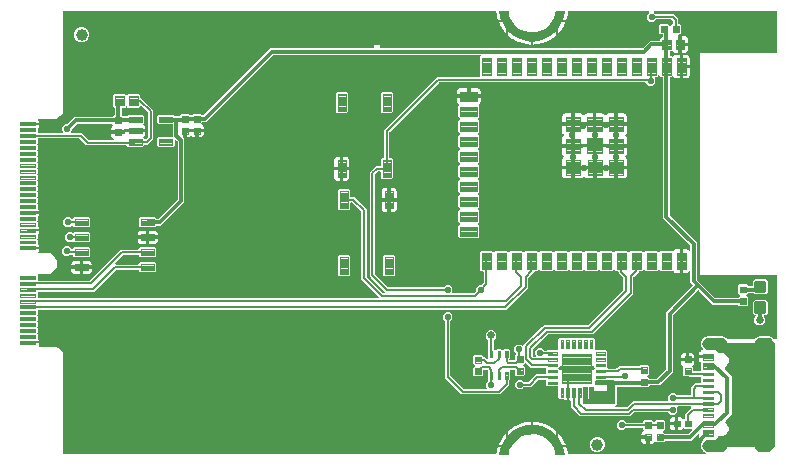
<source format=gtl>
G04 EAGLE Gerber RS-274X export*
G75*
%MOMM*%
%FSLAX34Y34*%
%LPD*%
%INTop Copper*%
%IPPOS*%
%AMOC8*
5,1,8,0,0,1.08239X$1,22.5*%
G01*
%ADD10C,1.000000*%
%ADD11C,0.102000*%
%ADD12C,0.099000*%
%ADD13C,0.101500*%
%ADD14C,0.609600*%
%ADD15C,0.203200*%
%ADD16C,0.099059*%
%ADD17C,0.635000*%
%ADD18C,0.654000*%
%ADD19C,0.300000*%
%ADD20C,0.106400*%
%ADD21C,0.558800*%
%ADD22C,0.304800*%

G36*
X309546Y135044D02*
X309546Y135044D01*
X309618Y135046D01*
X309667Y135064D01*
X309718Y135072D01*
X309782Y135106D01*
X309849Y135131D01*
X309890Y135163D01*
X309936Y135188D01*
X309985Y135240D01*
X310041Y135284D01*
X310069Y135328D01*
X310105Y135366D01*
X310135Y135431D01*
X310174Y135491D01*
X310187Y135542D01*
X310209Y135589D01*
X310217Y135660D01*
X310234Y135730D01*
X310230Y135782D01*
X310236Y135833D01*
X310221Y135904D01*
X310215Y135975D01*
X310195Y136023D01*
X310184Y136074D01*
X310147Y136135D01*
X310119Y136201D01*
X310074Y136257D01*
X310057Y136285D01*
X310040Y136300D01*
X310014Y136332D01*
X309910Y136436D01*
X295147Y151199D01*
X295147Y208287D01*
X295133Y208378D01*
X295125Y208468D01*
X295113Y208498D01*
X295108Y208530D01*
X295065Y208611D01*
X295029Y208695D01*
X295003Y208727D01*
X294992Y208748D01*
X294969Y208770D01*
X294924Y208826D01*
X287820Y215930D01*
X287746Y215983D01*
X287676Y216043D01*
X287646Y216055D01*
X287620Y216074D01*
X287533Y216101D01*
X287448Y216135D01*
X287407Y216139D01*
X287385Y216146D01*
X287353Y216145D01*
X287281Y216153D01*
X286512Y216153D01*
X286492Y216150D01*
X286473Y216152D01*
X286371Y216130D01*
X286269Y216114D01*
X286252Y216104D01*
X286232Y216100D01*
X286143Y216047D01*
X286052Y215998D01*
X286038Y215984D01*
X286021Y215974D01*
X285954Y215895D01*
X285882Y215820D01*
X285874Y215802D01*
X285861Y215787D01*
X285822Y215691D01*
X285779Y215597D01*
X285777Y215577D01*
X285769Y215559D01*
X285751Y215392D01*
X285751Y210584D01*
X284716Y209549D01*
X276624Y209549D01*
X275589Y210584D01*
X275589Y226296D01*
X276624Y227331D01*
X284716Y227331D01*
X285751Y226296D01*
X285751Y221488D01*
X285754Y221468D01*
X285752Y221449D01*
X285774Y221347D01*
X285790Y221245D01*
X285800Y221228D01*
X285804Y221208D01*
X285857Y221119D01*
X285906Y221028D01*
X285920Y221014D01*
X285930Y220997D01*
X286009Y220930D01*
X286084Y220858D01*
X286102Y220850D01*
X286117Y220837D01*
X286213Y220798D01*
X286307Y220755D01*
X286327Y220753D01*
X286345Y220745D01*
X286512Y220727D01*
X289491Y220727D01*
X299721Y210497D01*
X299721Y153409D01*
X299735Y153318D01*
X299743Y153228D01*
X299755Y153198D01*
X299760Y153166D01*
X299803Y153085D01*
X299839Y153001D01*
X299865Y152969D01*
X299876Y152948D01*
X299899Y152926D01*
X299944Y152870D01*
X313144Y139670D01*
X313218Y139617D01*
X313288Y139557D01*
X313318Y139545D01*
X313344Y139526D01*
X313431Y139499D01*
X313516Y139465D01*
X313557Y139461D01*
X313579Y139454D01*
X313611Y139455D01*
X313683Y139447D01*
X314714Y139447D01*
X314784Y139458D01*
X314856Y139460D01*
X314905Y139478D01*
X314956Y139486D01*
X315020Y139520D01*
X315087Y139545D01*
X315128Y139577D01*
X315174Y139602D01*
X315223Y139654D01*
X315279Y139698D01*
X315307Y139742D01*
X315343Y139780D01*
X315373Y139845D01*
X315412Y139905D01*
X315425Y139956D01*
X315447Y140003D01*
X315455Y140074D01*
X315472Y140144D01*
X315468Y140196D01*
X315474Y140247D01*
X315459Y140318D01*
X315453Y140389D01*
X315433Y140437D01*
X315422Y140488D01*
X315385Y140549D01*
X315357Y140615D01*
X315312Y140671D01*
X315295Y140699D01*
X315278Y140714D01*
X315252Y140746D01*
X303822Y152176D01*
X302259Y153739D01*
X302259Y241993D01*
X307409Y247143D01*
X310896Y247143D01*
X310916Y247146D01*
X310935Y247144D01*
X311037Y247166D01*
X311139Y247182D01*
X311156Y247192D01*
X311176Y247196D01*
X311265Y247249D01*
X311356Y247298D01*
X311370Y247312D01*
X311387Y247322D01*
X311454Y247401D01*
X311526Y247476D01*
X311534Y247494D01*
X311547Y247509D01*
X311586Y247605D01*
X311629Y247699D01*
X311631Y247719D01*
X311639Y247737D01*
X311657Y247904D01*
X311657Y252712D01*
X312692Y253747D01*
X313690Y253747D01*
X313710Y253750D01*
X313729Y253748D01*
X313831Y253770D01*
X313933Y253786D01*
X313950Y253796D01*
X313970Y253800D01*
X314059Y253853D01*
X314150Y253902D01*
X314164Y253916D01*
X314181Y253926D01*
X314248Y254005D01*
X314320Y254080D01*
X314328Y254098D01*
X314341Y254113D01*
X314380Y254209D01*
X314423Y254303D01*
X314425Y254323D01*
X314433Y254341D01*
X314451Y254508D01*
X314451Y277807D01*
X358971Y322327D01*
X394732Y322327D01*
X394803Y322338D01*
X394875Y322340D01*
X394924Y322358D01*
X394975Y322366D01*
X395038Y322400D01*
X395106Y322425D01*
X395146Y322457D01*
X395192Y322482D01*
X395242Y322534D01*
X395298Y322578D01*
X395326Y322622D01*
X395362Y322660D01*
X395392Y322725D01*
X395431Y322785D01*
X395444Y322836D01*
X395465Y322883D01*
X395473Y322954D01*
X395491Y323024D01*
X395487Y323076D01*
X395493Y323127D01*
X395477Y323198D01*
X395472Y323269D01*
X395451Y323317D01*
X395440Y323368D01*
X395403Y323429D01*
X395375Y323495D01*
X395333Y323548D01*
X395333Y339036D01*
X396119Y339822D01*
X396160Y339880D01*
X396210Y339932D01*
X396232Y339979D01*
X396262Y340021D01*
X396283Y340090D01*
X396313Y340155D01*
X396319Y340207D01*
X396335Y340257D01*
X396333Y340328D01*
X396341Y340399D01*
X396329Y340450D01*
X396328Y340502D01*
X396304Y340570D01*
X396288Y340640D01*
X396262Y340685D01*
X396244Y340733D01*
X396199Y340789D01*
X396162Y340851D01*
X396123Y340885D01*
X396090Y340925D01*
X396030Y340964D01*
X395975Y341011D01*
X395927Y341030D01*
X395883Y341058D01*
X395814Y341076D01*
X395747Y341103D01*
X395676Y341111D01*
X395645Y341119D01*
X395621Y341117D01*
X395580Y341121D01*
X221089Y341121D01*
X220999Y341107D01*
X220908Y341099D01*
X220878Y341087D01*
X220846Y341082D01*
X220766Y341039D01*
X220682Y341003D01*
X220650Y340977D01*
X220629Y340966D01*
X220607Y340943D01*
X220551Y340898D01*
X165658Y286005D01*
X163798Y284145D01*
X161229Y284145D01*
X161139Y284131D01*
X161048Y284123D01*
X161018Y284111D01*
X160986Y284106D01*
X160906Y284063D01*
X160822Y284027D01*
X160789Y284001D01*
X160769Y283990D01*
X160747Y283967D01*
X160691Y283922D01*
X160049Y283281D01*
X159979Y283183D01*
X159909Y283088D01*
X159908Y283084D01*
X159905Y283081D01*
X159870Y282968D01*
X159834Y282854D01*
X159834Y282850D01*
X159833Y282846D01*
X159836Y282727D01*
X159838Y282608D01*
X159839Y282604D01*
X159839Y282600D01*
X159880Y282487D01*
X159920Y282376D01*
X159922Y282373D01*
X159924Y282369D01*
X159997Y282277D01*
X160071Y282182D01*
X160075Y282179D01*
X160077Y282177D01*
X160089Y282169D01*
X160206Y282083D01*
X160573Y281871D01*
X161141Y281303D01*
X161543Y280608D01*
X161751Y279832D01*
X161751Y278439D01*
X156948Y278439D01*
X156929Y278436D01*
X156909Y278438D01*
X156807Y278416D01*
X156705Y278400D01*
X156688Y278390D01*
X156668Y278386D01*
X156579Y278333D01*
X156488Y278284D01*
X156474Y278270D01*
X156457Y278260D01*
X156390Y278181D01*
X156319Y278106D01*
X156310Y278088D01*
X156297Y278073D01*
X156259Y277977D01*
X156215Y277883D01*
X156213Y277863D01*
X156206Y277845D01*
X156193Y277921D01*
X156184Y277938D01*
X156180Y277958D01*
X156127Y278047D01*
X156078Y278138D01*
X156064Y278152D01*
X156054Y278169D01*
X155975Y278236D01*
X155900Y278308D01*
X155882Y278316D01*
X155867Y278329D01*
X155770Y278368D01*
X155677Y278411D01*
X155657Y278413D01*
X155639Y278421D01*
X155472Y278439D01*
X146788Y278439D01*
X146769Y278436D01*
X146749Y278438D01*
X146647Y278416D01*
X146545Y278400D01*
X146528Y278390D01*
X146508Y278386D01*
X146419Y278333D01*
X146328Y278284D01*
X146314Y278270D01*
X146297Y278260D01*
X146230Y278181D01*
X146159Y278106D01*
X146150Y278088D01*
X146137Y278073D01*
X146099Y277977D01*
X146055Y277883D01*
X146053Y277863D01*
X146045Y277845D01*
X146027Y277678D01*
X146027Y276963D01*
X145312Y276963D01*
X145292Y276960D01*
X145272Y276962D01*
X145171Y276940D01*
X145069Y276923D01*
X145052Y276914D01*
X145032Y276910D01*
X144943Y276857D01*
X144852Y276808D01*
X144838Y276794D01*
X144821Y276784D01*
X144754Y276705D01*
X144682Y276630D01*
X144674Y276612D01*
X144661Y276597D01*
X144622Y276500D01*
X144579Y276407D01*
X144577Y276387D01*
X144569Y276369D01*
X144551Y276202D01*
X144551Y271197D01*
X144565Y271107D01*
X144573Y271016D01*
X144585Y270986D01*
X144590Y270954D01*
X144633Y270874D01*
X144669Y270790D01*
X144695Y270758D01*
X144706Y270737D01*
X144729Y270715D01*
X144774Y270659D01*
X145289Y270144D01*
X145289Y216206D01*
X125678Y196595D01*
X122379Y196595D01*
X122289Y196581D01*
X122198Y196573D01*
X122168Y196561D01*
X122136Y196556D01*
X122056Y196513D01*
X121972Y196477D01*
X121939Y196451D01*
X121919Y196440D01*
X121897Y196417D01*
X121841Y196372D01*
X120588Y195119D01*
X108132Y195119D01*
X107089Y196162D01*
X107089Y202618D01*
X108132Y203661D01*
X120588Y203661D01*
X121841Y202408D01*
X121915Y202355D01*
X121984Y202295D01*
X122014Y202283D01*
X122040Y202264D01*
X122127Y202237D01*
X122212Y202203D01*
X122253Y202199D01*
X122275Y202192D01*
X122308Y202193D01*
X122379Y202185D01*
X123047Y202185D01*
X123137Y202199D01*
X123228Y202207D01*
X123258Y202219D01*
X123290Y202224D01*
X123370Y202267D01*
X123454Y202303D01*
X123486Y202329D01*
X123507Y202340D01*
X123529Y202363D01*
X123585Y202408D01*
X139476Y218299D01*
X139529Y218373D01*
X139589Y218442D01*
X139601Y218472D01*
X139620Y218498D01*
X139647Y218585D01*
X139681Y218670D01*
X139685Y218711D01*
X139692Y218733D01*
X139691Y218766D01*
X139699Y218837D01*
X139699Y267513D01*
X139685Y267603D01*
X139677Y267694D01*
X139665Y267724D01*
X139660Y267756D01*
X139617Y267836D01*
X139581Y267920D01*
X139555Y267953D01*
X139544Y267973D01*
X139521Y267995D01*
X139476Y268051D01*
X138411Y269116D01*
X138353Y269158D01*
X138301Y269208D01*
X138254Y269230D01*
X138212Y269260D01*
X138143Y269281D01*
X138078Y269311D01*
X138026Y269317D01*
X137976Y269332D01*
X137905Y269330D01*
X137834Y269338D01*
X137783Y269327D01*
X137731Y269326D01*
X137663Y269301D01*
X137593Y269286D01*
X137548Y269259D01*
X137500Y269241D01*
X137444Y269197D01*
X137382Y269160D01*
X137348Y269120D01*
X137308Y269088D01*
X137269Y269027D01*
X137222Y268973D01*
X137203Y268925D01*
X137175Y268881D01*
X137157Y268811D01*
X137130Y268745D01*
X137122Y268674D01*
X137114Y268642D01*
X137116Y268619D01*
X137112Y268578D01*
X137112Y264374D01*
X136077Y263339D01*
X123605Y263339D01*
X122570Y264374D01*
X122570Y270346D01*
X123605Y271381D01*
X135128Y271381D01*
X135148Y271384D01*
X135167Y271382D01*
X135269Y271404D01*
X135371Y271420D01*
X135388Y271430D01*
X135408Y271434D01*
X135497Y271487D01*
X135588Y271536D01*
X135602Y271550D01*
X135619Y271560D01*
X135686Y271639D01*
X135758Y271714D01*
X135766Y271732D01*
X135779Y271747D01*
X135818Y271843D01*
X135861Y271937D01*
X135863Y271957D01*
X135871Y271975D01*
X135889Y272142D01*
X135889Y281578D01*
X135886Y281598D01*
X135888Y281617D01*
X135866Y281719D01*
X135850Y281821D01*
X135840Y281838D01*
X135836Y281858D01*
X135783Y281947D01*
X135734Y282038D01*
X135720Y282052D01*
X135710Y282069D01*
X135631Y282136D01*
X135556Y282208D01*
X135538Y282216D01*
X135523Y282229D01*
X135427Y282268D01*
X135333Y282311D01*
X135313Y282313D01*
X135295Y282321D01*
X135128Y282339D01*
X123605Y282339D01*
X122570Y283374D01*
X122570Y289346D01*
X123605Y290381D01*
X136077Y290381D01*
X137080Y289378D01*
X137154Y289325D01*
X137224Y289265D01*
X137254Y289253D01*
X137280Y289234D01*
X137367Y289207D01*
X137452Y289173D01*
X137493Y289169D01*
X137515Y289162D01*
X137547Y289163D01*
X137619Y289155D01*
X141018Y289155D01*
X141038Y289158D01*
X141057Y289156D01*
X141159Y289178D01*
X141261Y289194D01*
X141278Y289204D01*
X141298Y289208D01*
X141387Y289261D01*
X141478Y289310D01*
X141492Y289324D01*
X141509Y289334D01*
X141576Y289413D01*
X141648Y289488D01*
X141656Y289506D01*
X141669Y289521D01*
X141708Y289617D01*
X141751Y289711D01*
X141753Y289731D01*
X141761Y289749D01*
X141779Y289916D01*
X141779Y290168D01*
X142822Y291211D01*
X149278Y291211D01*
X150531Y289958D01*
X150605Y289905D01*
X150674Y289845D01*
X150704Y289833D01*
X150730Y289814D01*
X150817Y289787D01*
X150902Y289753D01*
X150943Y289749D01*
X150965Y289742D01*
X150998Y289743D01*
X151069Y289735D01*
X151191Y289735D01*
X151281Y289749D01*
X151372Y289757D01*
X151402Y289769D01*
X151434Y289774D01*
X151515Y289817D01*
X151598Y289853D01*
X151631Y289879D01*
X151651Y289890D01*
X151673Y289913D01*
X151729Y289958D01*
X152982Y291211D01*
X159438Y291211D01*
X160660Y289989D01*
X160676Y289977D01*
X160688Y289961D01*
X160764Y289913D01*
X160781Y289898D01*
X160792Y289894D01*
X160859Y289845D01*
X160878Y289839D01*
X160895Y289828D01*
X160996Y289803D01*
X161095Y289773D01*
X161114Y289773D01*
X161134Y289768D01*
X161237Y289776D01*
X161340Y289779D01*
X161359Y289786D01*
X161379Y289787D01*
X161474Y289828D01*
X161571Y289864D01*
X161587Y289876D01*
X161605Y289884D01*
X161675Y289940D01*
X161680Y289942D01*
X161685Y289947D01*
X161736Y289989D01*
X216598Y344851D01*
X218458Y346711D01*
X305500Y346711D01*
X305571Y346722D01*
X305643Y346724D01*
X305692Y346742D01*
X305743Y346750D01*
X305806Y346784D01*
X305874Y346809D01*
X305915Y346841D01*
X305961Y346866D01*
X306010Y346917D01*
X306066Y346962D01*
X306094Y347006D01*
X306130Y347044D01*
X306160Y347109D01*
X306199Y347169D01*
X306212Y347220D01*
X306234Y347267D01*
X306241Y347338D01*
X306259Y347408D01*
X306255Y347460D01*
X306261Y347511D01*
X306245Y347582D01*
X306240Y347653D01*
X306219Y347701D01*
X306208Y347752D01*
X306172Y347813D01*
X306143Y347879D01*
X306099Y347935D01*
X306082Y347963D01*
X306069Y347974D01*
X306069Y349250D01*
X306070Y349251D01*
X311150Y349251D01*
X311151Y349250D01*
X311151Y347968D01*
X311139Y347952D01*
X311090Y347900D01*
X311068Y347853D01*
X311038Y347811D01*
X311017Y347742D01*
X310986Y347677D01*
X310981Y347625D01*
X310965Y347576D01*
X310967Y347504D01*
X310959Y347433D01*
X310970Y347382D01*
X310972Y347330D01*
X310996Y347262D01*
X311012Y347192D01*
X311038Y347147D01*
X311056Y347099D01*
X311101Y347043D01*
X311138Y346981D01*
X311177Y346947D01*
X311210Y346907D01*
X311270Y346868D01*
X311325Y346821D01*
X311373Y346802D01*
X311417Y346774D01*
X311486Y346756D01*
X311553Y346729D01*
X311624Y346721D01*
X311655Y346713D01*
X311679Y346715D01*
X311720Y346711D01*
X532943Y346711D01*
X533033Y346725D01*
X533124Y346733D01*
X533154Y346745D01*
X533186Y346750D01*
X533266Y346793D01*
X533350Y346829D01*
X533382Y346855D01*
X533403Y346866D01*
X533425Y346889D01*
X533481Y346934D01*
X539354Y352807D01*
X547226Y352807D01*
X547246Y352810D01*
X547265Y352808D01*
X547367Y352830D01*
X547469Y352846D01*
X547486Y352856D01*
X547506Y352860D01*
X547595Y352913D01*
X547686Y352962D01*
X547700Y352976D01*
X547717Y352986D01*
X547784Y353065D01*
X547856Y353140D01*
X547864Y353158D01*
X547877Y353173D01*
X547916Y353269D01*
X547959Y353363D01*
X547961Y353383D01*
X547969Y353401D01*
X547987Y353568D01*
X547987Y354740D01*
X549030Y355783D01*
X549952Y355783D01*
X549972Y355786D01*
X549991Y355784D01*
X550093Y355806D01*
X550195Y355822D01*
X550212Y355832D01*
X550232Y355836D01*
X550321Y355889D01*
X550412Y355938D01*
X550426Y355952D01*
X550443Y355962D01*
X550510Y356041D01*
X550582Y356116D01*
X550590Y356134D01*
X550603Y356149D01*
X550642Y356245D01*
X550685Y356339D01*
X550687Y356359D01*
X550695Y356377D01*
X550713Y356544D01*
X550713Y357680D01*
X550710Y357700D01*
X550712Y357719D01*
X550690Y357821D01*
X550674Y357923D01*
X550664Y357940D01*
X550660Y357960D01*
X550607Y358049D01*
X550558Y358140D01*
X550544Y358154D01*
X550534Y358171D01*
X550455Y358238D01*
X550380Y358310D01*
X550362Y358318D01*
X550347Y358331D01*
X550251Y358370D01*
X550157Y358413D01*
X550137Y358415D01*
X550119Y358423D01*
X549952Y358441D01*
X548286Y358441D01*
X547243Y359484D01*
X547243Y365940D01*
X548286Y366983D01*
X554742Y366983D01*
X555976Y365749D01*
X555992Y365737D01*
X556004Y365721D01*
X556092Y365665D01*
X556175Y365605D01*
X556194Y365599D01*
X556211Y365588D01*
X556312Y365563D01*
X556411Y365533D01*
X556430Y365533D01*
X556450Y365528D01*
X556553Y365536D01*
X556656Y365539D01*
X556675Y365546D01*
X556695Y365547D01*
X556790Y365588D01*
X556887Y365624D01*
X556903Y365636D01*
X556921Y365644D01*
X557052Y365749D01*
X558286Y366983D01*
X558292Y366983D01*
X558312Y366986D01*
X558331Y366984D01*
X558433Y367006D01*
X558535Y367022D01*
X558552Y367032D01*
X558572Y367036D01*
X558661Y367089D01*
X558752Y367138D01*
X558766Y367152D01*
X558783Y367162D01*
X558850Y367241D01*
X558922Y367316D01*
X558930Y367334D01*
X558943Y367349D01*
X558982Y367445D01*
X559025Y367539D01*
X559027Y367559D01*
X559035Y367577D01*
X559053Y367744D01*
X559053Y369577D01*
X559039Y369668D01*
X559031Y369758D01*
X559019Y369788D01*
X559014Y369820D01*
X558971Y369901D01*
X558935Y369985D01*
X558909Y370017D01*
X558898Y370038D01*
X558875Y370060D01*
X558830Y370116D01*
X558076Y370870D01*
X558002Y370923D01*
X557932Y370983D01*
X557902Y370995D01*
X557876Y371014D01*
X557789Y371041D01*
X557704Y371075D01*
X557663Y371079D01*
X557641Y371086D01*
X557609Y371085D01*
X557537Y371093D01*
X544797Y371093D01*
X544707Y371079D01*
X544616Y371071D01*
X544586Y371059D01*
X544554Y371054D01*
X544474Y371011D01*
X544390Y370975D01*
X544358Y370949D01*
X544337Y370938D01*
X544315Y370915D01*
X544259Y370870D01*
X542704Y369315D01*
X539336Y369315D01*
X536955Y371696D01*
X536955Y375064D01*
X538797Y376906D01*
X538839Y376964D01*
X538889Y377016D01*
X538911Y377063D01*
X538941Y377105D01*
X538962Y377174D01*
X538992Y377239D01*
X538998Y377291D01*
X539013Y377341D01*
X539011Y377412D01*
X539019Y377483D01*
X539008Y377534D01*
X539007Y377586D01*
X538982Y377654D01*
X538967Y377724D01*
X538940Y377769D01*
X538922Y377817D01*
X538878Y377873D01*
X538841Y377935D01*
X538801Y377969D01*
X538769Y378009D01*
X538708Y378048D01*
X538654Y378095D01*
X538606Y378114D01*
X538562Y378142D01*
X538492Y378160D01*
X538426Y378187D01*
X538354Y378195D01*
X538323Y378203D01*
X538300Y378201D01*
X538259Y378205D01*
X470934Y378205D01*
X470914Y378202D01*
X470895Y378204D01*
X470793Y378182D01*
X470691Y378166D01*
X470674Y378156D01*
X470654Y378152D01*
X470565Y378099D01*
X470474Y378050D01*
X470460Y378036D01*
X470443Y378026D01*
X470376Y377947D01*
X470304Y377872D01*
X470296Y377854D01*
X470283Y377839D01*
X470244Y377743D01*
X470201Y377649D01*
X470199Y377629D01*
X470191Y377611D01*
X470173Y377444D01*
X470173Y377293D01*
X470150Y377207D01*
X470146Y377174D01*
X470128Y377090D01*
X469976Y375654D01*
X469234Y372291D01*
X468765Y370921D01*
X466006Y370921D01*
X466898Y373583D01*
X466899Y373593D01*
X466907Y373618D01*
X467627Y377616D01*
X467623Y377655D01*
X467629Y377693D01*
X467616Y377723D01*
X467613Y377755D01*
X467588Y377785D01*
X467572Y377821D01*
X467545Y377839D01*
X467525Y377864D01*
X467488Y377877D01*
X467456Y377898D01*
X467400Y377907D01*
X467393Y377909D01*
X467389Y377908D01*
X467382Y377909D01*
X459882Y377909D01*
X459817Y377890D01*
X459750Y377871D01*
X459749Y377870D01*
X459748Y377870D01*
X459702Y377817D01*
X459657Y377767D01*
X459656Y377766D01*
X459656Y377765D01*
X459655Y377762D01*
X459635Y377696D01*
X459212Y374798D01*
X458346Y372020D01*
X457056Y369412D01*
X455374Y367038D01*
X453342Y364956D01*
X451009Y363218D01*
X448432Y361866D01*
X445676Y360934D01*
X442808Y360444D01*
X439882Y360409D01*
X436956Y360444D01*
X434088Y360934D01*
X431332Y361866D01*
X428755Y363218D01*
X426422Y364956D01*
X424390Y367038D01*
X422708Y369412D01*
X421418Y372020D01*
X420552Y374798D01*
X420129Y377696D01*
X420101Y377757D01*
X420072Y377821D01*
X420071Y377822D01*
X420070Y377823D01*
X420013Y377860D01*
X419956Y377898D01*
X419954Y377898D01*
X419953Y377899D01*
X419950Y377899D01*
X419882Y377909D01*
X419483Y377909D01*
X419474Y377918D01*
X419464Y377935D01*
X419385Y378002D01*
X419310Y378074D01*
X419292Y378082D01*
X419277Y378095D01*
X419181Y378134D01*
X419087Y378177D01*
X419067Y378179D01*
X419049Y378187D01*
X418882Y378205D01*
X418862Y378202D01*
X418843Y378204D01*
X418842Y378204D01*
X418741Y378182D01*
X418639Y378166D01*
X418622Y378156D01*
X418602Y378152D01*
X418513Y378099D01*
X418422Y378050D01*
X418408Y378036D01*
X418391Y378026D01*
X418324Y377947D01*
X418288Y377909D01*
X412382Y377909D01*
X412345Y377899D01*
X412307Y377898D01*
X412280Y377879D01*
X412248Y377870D01*
X412223Y377841D01*
X412191Y377820D01*
X412178Y377790D01*
X412156Y377765D01*
X412150Y377727D01*
X412135Y377692D01*
X412136Y377634D01*
X412135Y377627D01*
X412136Y377624D01*
X412136Y377618D01*
X412830Y373607D01*
X412834Y373598D01*
X412839Y373571D01*
X413711Y370921D01*
X410956Y370921D01*
X410406Y372652D01*
X410378Y372788D01*
X409761Y375792D01*
X409633Y377097D01*
X409625Y377129D01*
X409611Y377220D01*
X409591Y377293D01*
X409591Y377444D01*
X409588Y377464D01*
X409590Y377483D01*
X409568Y377585D01*
X409551Y377687D01*
X409542Y377704D01*
X409538Y377724D01*
X409485Y377813D01*
X409436Y377904D01*
X409422Y377918D01*
X409412Y377935D01*
X409333Y378002D01*
X409258Y378074D01*
X409240Y378082D01*
X409225Y378095D01*
X409129Y378134D01*
X409035Y378177D01*
X409015Y378179D01*
X408997Y378187D01*
X408830Y378205D01*
X43556Y378205D01*
X43536Y378202D01*
X43517Y378204D01*
X43415Y378182D01*
X43313Y378166D01*
X43296Y378156D01*
X43276Y378152D01*
X43187Y378099D01*
X43096Y378050D01*
X43082Y378036D01*
X43065Y378026D01*
X42998Y377947D01*
X42926Y377872D01*
X42918Y377854D01*
X42905Y377839D01*
X42866Y377743D01*
X42823Y377649D01*
X42821Y377629D01*
X42813Y377611D01*
X42795Y377444D01*
X42795Y295810D01*
X42805Y295749D01*
X42805Y295688D01*
X42824Y295629D01*
X42834Y295567D01*
X42863Y295513D01*
X42880Y295462D01*
X42797Y294419D01*
X42799Y294397D01*
X42795Y294359D01*
X42795Y293300D01*
X42759Y293250D01*
X42741Y293192D01*
X42713Y293137D01*
X42696Y293047D01*
X42686Y293015D01*
X42687Y292999D01*
X42682Y292972D01*
X42629Y292305D01*
X40501Y288966D01*
X37058Y287012D01*
X36493Y286996D01*
X36414Y286981D01*
X36333Y286975D01*
X36294Y286958D01*
X36280Y286955D01*
X35050Y286955D01*
X35041Y286954D01*
X35028Y286955D01*
X33794Y286920D01*
X33752Y286937D01*
X33696Y286943D01*
X33668Y286951D01*
X33640Y286949D01*
X33586Y286955D01*
X22450Y286955D01*
X22356Y286940D01*
X22261Y286931D01*
X22235Y286920D01*
X22208Y286916D01*
X22123Y286871D01*
X22036Y286833D01*
X22015Y286814D01*
X21990Y286800D01*
X21925Y286731D01*
X21854Y286667D01*
X21840Y286643D01*
X21821Y286622D01*
X21781Y286536D01*
X21734Y286452D01*
X21729Y286425D01*
X21717Y286399D01*
X21707Y286304D01*
X21689Y286211D01*
X21693Y286183D01*
X21690Y286155D01*
X21710Y286061D01*
X21724Y285967D01*
X21738Y285935D01*
X21742Y285914D01*
X21759Y285886D01*
X21791Y285813D01*
X22215Y285079D01*
X22423Y284304D01*
X22423Y283534D01*
X12745Y283534D01*
X12726Y283531D01*
X12706Y283533D01*
X12604Y283511D01*
X12502Y283495D01*
X12485Y283485D01*
X12465Y283481D01*
X12376Y283428D01*
X12285Y283379D01*
X12271Y283365D01*
X12254Y283355D01*
X12187Y283276D01*
X12116Y283201D01*
X12107Y283183D01*
X12094Y283168D01*
X12056Y283072D01*
X12012Y282978D01*
X12010Y282958D01*
X12002Y282940D01*
X11984Y282773D01*
X11984Y282547D01*
X11987Y282527D01*
X11985Y282507D01*
X12007Y282406D01*
X12024Y282304D01*
X12033Y282287D01*
X12037Y282267D01*
X12091Y282178D01*
X12139Y282087D01*
X12153Y282073D01*
X12163Y282056D01*
X12242Y281989D01*
X12317Y281917D01*
X12335Y281909D01*
X12350Y281896D01*
X12447Y281857D01*
X12540Y281814D01*
X12560Y281812D01*
X12578Y281804D01*
X12745Y281786D01*
X22423Y281786D01*
X22423Y281016D01*
X22215Y280241D01*
X21814Y279546D01*
X21376Y279108D01*
X21323Y279034D01*
X21263Y278964D01*
X21251Y278934D01*
X21232Y278908D01*
X21205Y278821D01*
X21171Y278736D01*
X21167Y278695D01*
X21160Y278673D01*
X21161Y278641D01*
X21153Y278570D01*
X21153Y275708D01*
X21156Y275688D01*
X21154Y275669D01*
X21176Y275567D01*
X21192Y275465D01*
X21202Y275448D01*
X21206Y275428D01*
X21259Y275339D01*
X21308Y275248D01*
X21322Y275234D01*
X21332Y275217D01*
X21411Y275150D01*
X21486Y275078D01*
X21504Y275070D01*
X21519Y275057D01*
X21615Y275018D01*
X21709Y274975D01*
X21729Y274973D01*
X21747Y274965D01*
X21914Y274947D01*
X41825Y274947D01*
X41896Y274958D01*
X41968Y274960D01*
X42016Y274978D01*
X42068Y274986D01*
X42131Y275020D01*
X42199Y275045D01*
X42239Y275077D01*
X42285Y275102D01*
X42335Y275153D01*
X42391Y275198D01*
X42419Y275242D01*
X42455Y275280D01*
X42485Y275345D01*
X42524Y275405D01*
X42536Y275456D01*
X42558Y275503D01*
X42566Y275574D01*
X42584Y275644D01*
X42580Y275696D01*
X42585Y275747D01*
X42570Y275818D01*
X42564Y275889D01*
X42544Y275937D01*
X42533Y275988D01*
X42496Y276049D01*
X42468Y276115D01*
X42423Y276171D01*
X42407Y276199D01*
X42389Y276214D01*
X42363Y276246D01*
X41909Y276700D01*
X41909Y280068D01*
X44290Y282449D01*
X45771Y282449D01*
X45861Y282463D01*
X45952Y282471D01*
X45982Y282483D01*
X46014Y282488D01*
X46095Y282531D01*
X46178Y282567D01*
X46211Y282593D01*
X46231Y282604D01*
X46253Y282627D01*
X46309Y282672D01*
X50242Y286605D01*
X52102Y288465D01*
X83881Y288465D01*
X83971Y288479D01*
X84062Y288487D01*
X84092Y288499D01*
X84124Y288504D01*
X84205Y288547D01*
X84288Y288583D01*
X84321Y288609D01*
X84341Y288620D01*
X84363Y288643D01*
X84419Y288688D01*
X85672Y289941D01*
X86034Y289941D01*
X86054Y289944D01*
X86073Y289942D01*
X86175Y289964D01*
X86277Y289980D01*
X86294Y289990D01*
X86314Y289994D01*
X86403Y290047D01*
X86494Y290096D01*
X86508Y290110D01*
X86525Y290120D01*
X86592Y290199D01*
X86664Y290274D01*
X86672Y290292D01*
X86685Y290307D01*
X86724Y290403D01*
X86767Y290497D01*
X86769Y290517D01*
X86777Y290535D01*
X86795Y290702D01*
X86795Y295728D01*
X86792Y295748D01*
X86794Y295767D01*
X86772Y295869D01*
X86756Y295971D01*
X86746Y295988D01*
X86742Y296008D01*
X86689Y296097D01*
X86640Y296188D01*
X86626Y296202D01*
X86616Y296219D01*
X86537Y296286D01*
X86462Y296358D01*
X86444Y296366D01*
X86429Y296379D01*
X86333Y296418D01*
X86298Y296434D01*
X85199Y297532D01*
X85199Y306988D01*
X86242Y308031D01*
X95198Y308031D01*
X95982Y307247D01*
X95998Y307235D01*
X96010Y307219D01*
X96098Y307163D01*
X96181Y307103D01*
X96200Y307097D01*
X96217Y307086D01*
X96318Y307061D01*
X96417Y307031D01*
X96436Y307031D01*
X96456Y307026D01*
X96559Y307034D01*
X96662Y307037D01*
X96681Y307044D01*
X96701Y307045D01*
X96796Y307086D01*
X96893Y307122D01*
X96909Y307134D01*
X96927Y307142D01*
X97058Y307247D01*
X97842Y308031D01*
X106798Y308031D01*
X107841Y306988D01*
X107841Y305308D01*
X107844Y305288D01*
X107842Y305269D01*
X107864Y305167D01*
X107880Y305065D01*
X107890Y305048D01*
X107894Y305028D01*
X107947Y304939D01*
X107996Y304848D01*
X108010Y304834D01*
X108020Y304817D01*
X108099Y304750D01*
X108174Y304678D01*
X108192Y304670D01*
X108207Y304657D01*
X108303Y304618D01*
X108397Y304575D01*
X108417Y304573D01*
X108435Y304565D01*
X108602Y304547D01*
X108897Y304547D01*
X119127Y294317D01*
X119127Y269563D01*
X114637Y265073D01*
X111871Y265073D01*
X111851Y265070D01*
X111832Y265072D01*
X111730Y265050D01*
X111628Y265034D01*
X111611Y265024D01*
X111591Y265020D01*
X111502Y264967D01*
X111411Y264918D01*
X111397Y264904D01*
X111380Y264894D01*
X111313Y264815D01*
X111241Y264740D01*
X111233Y264722D01*
X111220Y264707D01*
X111181Y264611D01*
X111138Y264517D01*
X111136Y264497D01*
X111128Y264479D01*
X111117Y264381D01*
X110075Y263339D01*
X97603Y263339D01*
X96752Y264190D01*
X96678Y264243D01*
X96608Y264303D01*
X96578Y264315D01*
X96552Y264334D01*
X96465Y264361D01*
X96380Y264395D01*
X96339Y264399D01*
X96317Y264406D01*
X96285Y264405D01*
X96213Y264413D01*
X62553Y264413D01*
X56816Y270150D01*
X56742Y270203D01*
X56672Y270263D01*
X56642Y270275D01*
X56616Y270294D01*
X56529Y270321D01*
X56444Y270355D01*
X56403Y270359D01*
X56381Y270366D01*
X56349Y270365D01*
X56277Y270373D01*
X21914Y270373D01*
X21894Y270370D01*
X21875Y270372D01*
X21773Y270350D01*
X21671Y270334D01*
X21654Y270324D01*
X21634Y270320D01*
X21545Y270267D01*
X21454Y270218D01*
X21440Y270204D01*
X21423Y270194D01*
X21356Y270115D01*
X21284Y270040D01*
X21276Y270022D01*
X21263Y270007D01*
X21224Y269911D01*
X21181Y269817D01*
X21179Y269797D01*
X21171Y269779D01*
X21153Y269612D01*
X21153Y265678D01*
X21143Y265670D01*
X21087Y265582D01*
X21027Y265499D01*
X21021Y265479D01*
X21010Y265463D01*
X20985Y265362D01*
X20954Y265263D01*
X20955Y265243D01*
X20950Y265224D01*
X20958Y265121D01*
X20961Y265018D01*
X20967Y264999D01*
X20969Y264979D01*
X21009Y264884D01*
X21045Y264787D01*
X21058Y264771D01*
X21065Y264753D01*
X21153Y264643D01*
X21153Y260678D01*
X21143Y260670D01*
X21087Y260582D01*
X21027Y260499D01*
X21021Y260479D01*
X21010Y260463D01*
X20985Y260362D01*
X20954Y260263D01*
X20955Y260243D01*
X20950Y260224D01*
X20958Y260121D01*
X20961Y260018D01*
X20967Y259999D01*
X20969Y259979D01*
X21009Y259884D01*
X21045Y259787D01*
X21058Y259771D01*
X21065Y259753D01*
X21153Y259643D01*
X21153Y255678D01*
X21143Y255670D01*
X21087Y255582D01*
X21027Y255499D01*
X21021Y255479D01*
X21010Y255463D01*
X20985Y255362D01*
X20954Y255263D01*
X20955Y255243D01*
X20950Y255224D01*
X20958Y255121D01*
X20961Y255018D01*
X20967Y254999D01*
X20969Y254979D01*
X21009Y254884D01*
X21045Y254787D01*
X21058Y254771D01*
X21065Y254753D01*
X21153Y254643D01*
X21153Y250678D01*
X21143Y250670D01*
X21087Y250582D01*
X21027Y250499D01*
X21021Y250479D01*
X21010Y250463D01*
X20985Y250362D01*
X20954Y250263D01*
X20955Y250243D01*
X20950Y250224D01*
X20958Y250121D01*
X20961Y250018D01*
X20967Y249999D01*
X20969Y249979D01*
X21009Y249884D01*
X21045Y249787D01*
X21058Y249771D01*
X21065Y249753D01*
X21153Y249643D01*
X21153Y245678D01*
X21143Y245670D01*
X21087Y245582D01*
X21027Y245499D01*
X21021Y245479D01*
X21010Y245463D01*
X20985Y245362D01*
X20954Y245263D01*
X20955Y245243D01*
X20950Y245224D01*
X20958Y245121D01*
X20961Y245018D01*
X20967Y244999D01*
X20969Y244979D01*
X21009Y244884D01*
X21045Y244787D01*
X21058Y244771D01*
X21065Y244753D01*
X21153Y244643D01*
X21153Y240678D01*
X21143Y240670D01*
X21087Y240582D01*
X21027Y240499D01*
X21021Y240479D01*
X21010Y240463D01*
X20985Y240362D01*
X20954Y240263D01*
X20955Y240243D01*
X20950Y240224D01*
X20958Y240121D01*
X20961Y240018D01*
X20967Y239999D01*
X20969Y239979D01*
X21009Y239884D01*
X21045Y239787D01*
X21058Y239771D01*
X21065Y239753D01*
X21153Y239643D01*
X21153Y235678D01*
X21143Y235670D01*
X21087Y235582D01*
X21027Y235499D01*
X21021Y235479D01*
X21010Y235463D01*
X20985Y235362D01*
X20954Y235263D01*
X20955Y235243D01*
X20950Y235224D01*
X20958Y235121D01*
X20961Y235018D01*
X20967Y234999D01*
X20969Y234979D01*
X21009Y234884D01*
X21045Y234787D01*
X21058Y234771D01*
X21065Y234753D01*
X21153Y234643D01*
X21153Y230678D01*
X21143Y230670D01*
X21087Y230582D01*
X21027Y230499D01*
X21021Y230479D01*
X21010Y230463D01*
X20985Y230362D01*
X20954Y230263D01*
X20955Y230243D01*
X20950Y230224D01*
X20958Y230121D01*
X20961Y230018D01*
X20967Y229999D01*
X20969Y229979D01*
X21009Y229884D01*
X21045Y229787D01*
X21058Y229771D01*
X21065Y229753D01*
X21153Y229643D01*
X21153Y225678D01*
X21143Y225670D01*
X21087Y225582D01*
X21027Y225499D01*
X21021Y225479D01*
X21010Y225463D01*
X20985Y225362D01*
X20954Y225263D01*
X20955Y225243D01*
X20950Y225224D01*
X20958Y225121D01*
X20961Y225018D01*
X20967Y224999D01*
X20969Y224979D01*
X21009Y224884D01*
X21045Y224787D01*
X21058Y224771D01*
X21065Y224753D01*
X21153Y224643D01*
X21153Y220678D01*
X21143Y220670D01*
X21087Y220582D01*
X21027Y220499D01*
X21021Y220479D01*
X21010Y220463D01*
X20985Y220362D01*
X20954Y220263D01*
X20955Y220243D01*
X20950Y220224D01*
X20958Y220121D01*
X20961Y220018D01*
X20967Y219999D01*
X20969Y219979D01*
X21009Y219884D01*
X21045Y219787D01*
X21058Y219771D01*
X21065Y219753D01*
X21153Y219643D01*
X21153Y215678D01*
X21143Y215670D01*
X21112Y215622D01*
X21104Y215613D01*
X21097Y215598D01*
X21087Y215582D01*
X21027Y215499D01*
X21021Y215479D01*
X21010Y215463D01*
X20985Y215362D01*
X20954Y215263D01*
X20955Y215243D01*
X20950Y215224D01*
X20958Y215121D01*
X20961Y215018D01*
X20967Y214999D01*
X20969Y214979D01*
X21009Y214884D01*
X21045Y214787D01*
X21058Y214771D01*
X21065Y214753D01*
X21153Y214643D01*
X21153Y211750D01*
X21167Y211660D01*
X21175Y211569D01*
X21187Y211540D01*
X21192Y211508D01*
X21235Y211427D01*
X21271Y211343D01*
X21297Y211311D01*
X21308Y211290D01*
X21331Y211268D01*
X21376Y211212D01*
X21814Y210774D01*
X22215Y210079D01*
X22423Y209304D01*
X22423Y208534D01*
X12745Y208534D01*
X12726Y208531D01*
X12706Y208533D01*
X12604Y208511D01*
X12502Y208495D01*
X12485Y208485D01*
X12465Y208481D01*
X12376Y208428D01*
X12285Y208379D01*
X12271Y208365D01*
X12254Y208355D01*
X12187Y208276D01*
X12116Y208201D01*
X12107Y208183D01*
X12094Y208168D01*
X12056Y208072D01*
X12012Y207978D01*
X12010Y207958D01*
X12002Y207940D01*
X11984Y207773D01*
X11984Y207547D01*
X11985Y207538D01*
X11985Y207533D01*
X11987Y207524D01*
X11985Y207507D01*
X12007Y207406D01*
X12024Y207304D01*
X12033Y207287D01*
X12037Y207267D01*
X12090Y207178D01*
X12139Y207087D01*
X12153Y207073D01*
X12163Y207056D01*
X12242Y206989D01*
X12317Y206917D01*
X12335Y206909D01*
X12350Y206896D01*
X12447Y206857D01*
X12540Y206814D01*
X12560Y206812D01*
X12578Y206804D01*
X12745Y206786D01*
X22423Y206786D01*
X22423Y206016D01*
X22215Y205241D01*
X21814Y204546D01*
X21376Y204108D01*
X21323Y204034D01*
X21263Y203964D01*
X21251Y203934D01*
X21232Y203908D01*
X21205Y203821D01*
X21171Y203736D01*
X21167Y203695D01*
X21160Y203673D01*
X21161Y203641D01*
X21153Y203570D01*
X21153Y200678D01*
X21143Y200670D01*
X21087Y200582D01*
X21027Y200499D01*
X21021Y200479D01*
X21010Y200463D01*
X20985Y200362D01*
X20954Y200263D01*
X20955Y200243D01*
X20950Y200224D01*
X20958Y200121D01*
X20961Y200018D01*
X20967Y199999D01*
X20969Y199979D01*
X21009Y199884D01*
X21045Y199787D01*
X21058Y199771D01*
X21065Y199753D01*
X21153Y199643D01*
X21153Y196750D01*
X21167Y196660D01*
X21175Y196569D01*
X21187Y196540D01*
X21192Y196508D01*
X21235Y196427D01*
X21271Y196343D01*
X21297Y196311D01*
X21308Y196290D01*
X21331Y196268D01*
X21376Y196212D01*
X21814Y195774D01*
X22215Y195079D01*
X22423Y194304D01*
X22423Y193534D01*
X12745Y193534D01*
X12726Y193531D01*
X12706Y193533D01*
X12604Y193511D01*
X12502Y193495D01*
X12485Y193485D01*
X12465Y193481D01*
X12376Y193428D01*
X12285Y193379D01*
X12271Y193365D01*
X12254Y193355D01*
X12187Y193276D01*
X12116Y193201D01*
X12107Y193183D01*
X12094Y193168D01*
X12056Y193072D01*
X12012Y192978D01*
X12010Y192958D01*
X12002Y192940D01*
X11984Y192773D01*
X11984Y192547D01*
X11987Y192527D01*
X11985Y192507D01*
X12007Y192406D01*
X12024Y192304D01*
X12033Y192287D01*
X12037Y192267D01*
X12090Y192178D01*
X12139Y192087D01*
X12153Y192073D01*
X12163Y192056D01*
X12242Y191989D01*
X12317Y191917D01*
X12335Y191909D01*
X12350Y191896D01*
X12447Y191857D01*
X12540Y191814D01*
X12560Y191812D01*
X12578Y191804D01*
X12745Y191786D01*
X22423Y191786D01*
X22423Y191016D01*
X22215Y190241D01*
X21814Y189546D01*
X21376Y189108D01*
X21323Y189034D01*
X21263Y188964D01*
X21251Y188934D01*
X21232Y188908D01*
X21205Y188821D01*
X21171Y188736D01*
X21167Y188695D01*
X21160Y188673D01*
X21161Y188641D01*
X21153Y188570D01*
X21153Y185678D01*
X21143Y185670D01*
X21087Y185582D01*
X21027Y185499D01*
X21021Y185479D01*
X21010Y185463D01*
X20985Y185362D01*
X20954Y185263D01*
X20955Y185243D01*
X20950Y185224D01*
X20958Y185121D01*
X20961Y185018D01*
X20967Y184999D01*
X20969Y184979D01*
X21009Y184884D01*
X21045Y184787D01*
X21058Y184771D01*
X21065Y184753D01*
X21153Y184643D01*
X21153Y181750D01*
X21167Y181660D01*
X21175Y181569D01*
X21187Y181540D01*
X21192Y181508D01*
X21235Y181427D01*
X21271Y181343D01*
X21297Y181311D01*
X21308Y181290D01*
X21331Y181268D01*
X21376Y181212D01*
X21814Y180774D01*
X22215Y180079D01*
X22423Y179304D01*
X22423Y178534D01*
X12745Y178534D01*
X12726Y178531D01*
X12706Y178533D01*
X12604Y178511D01*
X12502Y178495D01*
X12485Y178485D01*
X12465Y178481D01*
X12376Y178428D01*
X12285Y178379D01*
X12271Y178365D01*
X12254Y178355D01*
X12187Y178276D01*
X12116Y178201D01*
X12107Y178183D01*
X12094Y178168D01*
X12056Y178072D01*
X12012Y177978D01*
X12010Y177958D01*
X12002Y177940D01*
X11984Y177773D01*
X11984Y177547D01*
X11987Y177527D01*
X11985Y177507D01*
X12007Y177406D01*
X12024Y177304D01*
X12033Y177287D01*
X12037Y177267D01*
X12090Y177178D01*
X12139Y177087D01*
X12153Y177073D01*
X12163Y177056D01*
X12242Y176989D01*
X12317Y176917D01*
X12335Y176909D01*
X12350Y176896D01*
X12447Y176857D01*
X12540Y176814D01*
X12560Y176812D01*
X12578Y176804D01*
X12745Y176786D01*
X22423Y176786D01*
X22423Y176016D01*
X22215Y175241D01*
X21814Y174546D01*
X21612Y174344D01*
X21570Y174286D01*
X21521Y174234D01*
X21499Y174187D01*
X21469Y174145D01*
X21447Y174076D01*
X21417Y174011D01*
X21412Y173959D01*
X21396Y173909D01*
X21398Y173838D01*
X21390Y173767D01*
X21401Y173716D01*
X21403Y173664D01*
X21427Y173596D01*
X21442Y173526D01*
X21469Y173481D01*
X21487Y173433D01*
X21532Y173377D01*
X21569Y173315D01*
X21608Y173281D01*
X21641Y173241D01*
X21701Y173202D01*
X21756Y173155D01*
X21804Y173136D01*
X21848Y173108D01*
X21917Y173090D01*
X21984Y173063D01*
X22055Y173055D01*
X22086Y173047D01*
X22109Y173049D01*
X22150Y173045D01*
X31357Y173045D01*
X35438Y170688D01*
X37795Y166607D01*
X37795Y161893D01*
X35438Y157812D01*
X31357Y155455D01*
X21914Y155455D01*
X21894Y155452D01*
X21875Y155454D01*
X21773Y155432D01*
X21671Y155416D01*
X21654Y155406D01*
X21634Y155402D01*
X21545Y155349D01*
X21454Y155300D01*
X21440Y155286D01*
X21423Y155276D01*
X21356Y155197D01*
X21284Y155122D01*
X21276Y155104D01*
X21263Y155089D01*
X21224Y154993D01*
X21181Y154899D01*
X21179Y154879D01*
X21171Y154861D01*
X21153Y154694D01*
X21153Y150708D01*
X21156Y150688D01*
X21154Y150669D01*
X21176Y150567D01*
X21192Y150465D01*
X21202Y150448D01*
X21206Y150428D01*
X21259Y150339D01*
X21308Y150248D01*
X21322Y150234D01*
X21332Y150217D01*
X21411Y150150D01*
X21486Y150078D01*
X21504Y150070D01*
X21519Y150057D01*
X21615Y150018D01*
X21709Y149975D01*
X21729Y149973D01*
X21747Y149965D01*
X21914Y149947D01*
X65117Y149947D01*
X65208Y149961D01*
X65298Y149969D01*
X65328Y149981D01*
X65360Y149986D01*
X65441Y150029D01*
X65525Y150065D01*
X65557Y150091D01*
X65578Y150102D01*
X65600Y150125D01*
X65656Y150170D01*
X91763Y176277D01*
X106328Y176277D01*
X106348Y176280D01*
X106367Y176278D01*
X106469Y176300D01*
X106571Y176316D01*
X106588Y176326D01*
X106608Y176330D01*
X106697Y176383D01*
X106788Y176432D01*
X106802Y176446D01*
X106819Y176456D01*
X106886Y176535D01*
X106958Y176610D01*
X106966Y176628D01*
X106979Y176643D01*
X107018Y176739D01*
X107061Y176833D01*
X107063Y176853D01*
X107071Y176871D01*
X107089Y177038D01*
X107089Y177218D01*
X108132Y178261D01*
X120588Y178261D01*
X121631Y177218D01*
X121631Y170762D01*
X120588Y169719D01*
X108132Y169719D01*
X107089Y170762D01*
X107089Y170942D01*
X107086Y170962D01*
X107088Y170981D01*
X107066Y171083D01*
X107050Y171185D01*
X107040Y171202D01*
X107036Y171222D01*
X106983Y171311D01*
X106934Y171402D01*
X106920Y171416D01*
X106910Y171433D01*
X106831Y171500D01*
X106756Y171572D01*
X106738Y171580D01*
X106723Y171593D01*
X106627Y171632D01*
X106533Y171675D01*
X106513Y171677D01*
X106495Y171685D01*
X106328Y171703D01*
X93973Y171703D01*
X93882Y171689D01*
X93792Y171681D01*
X93762Y171669D01*
X93730Y171664D01*
X93649Y171621D01*
X93565Y171585D01*
X93533Y171559D01*
X93512Y171548D01*
X93490Y171525D01*
X93434Y171480D01*
X86830Y164876D01*
X86788Y164818D01*
X86739Y164766D01*
X86717Y164719D01*
X86687Y164677D01*
X86666Y164608D01*
X86635Y164543D01*
X86630Y164491D01*
X86614Y164441D01*
X86616Y164370D01*
X86608Y164299D01*
X86619Y164248D01*
X86621Y164196D01*
X86645Y164128D01*
X86660Y164058D01*
X86687Y164013D01*
X86705Y163965D01*
X86750Y163909D01*
X86787Y163847D01*
X86826Y163813D01*
X86859Y163773D01*
X86919Y163734D01*
X86974Y163687D01*
X87022Y163668D01*
X87066Y163640D01*
X87135Y163622D01*
X87202Y163595D01*
X87273Y163587D01*
X87304Y163579D01*
X87328Y163581D01*
X87368Y163577D01*
X106328Y163577D01*
X106348Y163580D01*
X106367Y163578D01*
X106469Y163600D01*
X106571Y163616D01*
X106588Y163626D01*
X106608Y163630D01*
X106697Y163683D01*
X106788Y163732D01*
X106802Y163746D01*
X106819Y163756D01*
X106886Y163835D01*
X106958Y163910D01*
X106966Y163928D01*
X106979Y163943D01*
X107018Y164039D01*
X107061Y164133D01*
X107063Y164153D01*
X107071Y164171D01*
X107089Y164338D01*
X107089Y164518D01*
X108132Y165561D01*
X120588Y165561D01*
X121631Y164518D01*
X121631Y158062D01*
X120588Y157019D01*
X108132Y157019D01*
X107089Y158062D01*
X107089Y158242D01*
X107086Y158262D01*
X107088Y158281D01*
X107066Y158383D01*
X107050Y158485D01*
X107040Y158502D01*
X107036Y158522D01*
X106983Y158611D01*
X106934Y158702D01*
X106920Y158716D01*
X106910Y158733D01*
X106831Y158800D01*
X106756Y158872D01*
X106738Y158880D01*
X106723Y158893D01*
X106627Y158932D01*
X106533Y158975D01*
X106513Y158977D01*
X106495Y158985D01*
X106328Y159003D01*
X87937Y159003D01*
X87846Y158989D01*
X87756Y158981D01*
X87726Y158969D01*
X87694Y158964D01*
X87613Y158921D01*
X87529Y158885D01*
X87497Y158859D01*
X87476Y158848D01*
X87454Y158825D01*
X87398Y158780D01*
X68991Y140373D01*
X21914Y140373D01*
X21894Y140370D01*
X21875Y140372D01*
X21773Y140350D01*
X21671Y140334D01*
X21654Y140324D01*
X21634Y140320D01*
X21545Y140267D01*
X21454Y140218D01*
X21440Y140204D01*
X21423Y140194D01*
X21356Y140115D01*
X21284Y140040D01*
X21276Y140022D01*
X21263Y140007D01*
X21224Y139911D01*
X21181Y139817D01*
X21179Y139797D01*
X21171Y139779D01*
X21153Y139612D01*
X21153Y135794D01*
X21156Y135774D01*
X21154Y135755D01*
X21176Y135653D01*
X21192Y135551D01*
X21202Y135534D01*
X21206Y135514D01*
X21259Y135425D01*
X21308Y135334D01*
X21322Y135320D01*
X21332Y135303D01*
X21411Y135236D01*
X21486Y135164D01*
X21504Y135156D01*
X21519Y135143D01*
X21615Y135104D01*
X21709Y135061D01*
X21729Y135059D01*
X21747Y135051D01*
X21914Y135033D01*
X309476Y135033D01*
X309546Y135044D01*
G37*
G36*
X419947Y2430D02*
X419947Y2430D01*
X420014Y2449D01*
X420015Y2450D01*
X420016Y2450D01*
X420062Y2503D01*
X420107Y2553D01*
X420108Y2555D01*
X420109Y2558D01*
X420129Y2624D01*
X420552Y5522D01*
X421418Y8300D01*
X421961Y9399D01*
X422058Y9399D01*
X422176Y9418D01*
X422298Y9437D01*
X422299Y9438D01*
X422301Y9438D01*
X422403Y9493D01*
X422516Y9551D01*
X422517Y9553D01*
X422518Y9553D01*
X422601Y9641D01*
X422686Y9729D01*
X422687Y9731D01*
X422688Y9732D01*
X422690Y9737D01*
X422765Y9877D01*
X422774Y9918D01*
X422791Y9955D01*
X422800Y10037D01*
X422818Y10118D01*
X422814Y10159D01*
X422818Y10200D01*
X422801Y10280D01*
X422792Y10362D01*
X422775Y10400D01*
X422766Y10440D01*
X422724Y10511D01*
X422689Y10586D01*
X422661Y10616D01*
X422640Y10651D01*
X422598Y10687D01*
X422708Y10908D01*
X424390Y13282D01*
X426422Y15364D01*
X428755Y17102D01*
X431332Y18454D01*
X434088Y19386D01*
X436956Y19876D01*
X439882Y19911D01*
X442808Y19876D01*
X445676Y19386D01*
X448432Y18454D01*
X451009Y17102D01*
X453342Y15364D01*
X455374Y13282D01*
X457056Y10908D01*
X458346Y8300D01*
X459212Y5522D01*
X459635Y2624D01*
X459663Y2563D01*
X459692Y2499D01*
X459693Y2498D01*
X459694Y2497D01*
X459751Y2460D01*
X459809Y2422D01*
X459810Y2422D01*
X459811Y2421D01*
X459814Y2421D01*
X459882Y2411D01*
X467382Y2411D01*
X467419Y2422D01*
X467457Y2422D01*
X467484Y2441D01*
X467516Y2450D01*
X467541Y2479D01*
X467573Y2500D01*
X467586Y2530D01*
X467608Y2555D01*
X467614Y2593D01*
X467629Y2628D01*
X467628Y2686D01*
X467629Y2693D01*
X467628Y2696D01*
X467628Y2702D01*
X466934Y6713D01*
X466930Y6722D01*
X466926Y6749D01*
X466053Y9399D01*
X468808Y9399D01*
X469358Y7668D01*
X470003Y4527D01*
X470088Y3661D01*
X470115Y3559D01*
X470138Y3455D01*
X470147Y3440D01*
X470151Y3424D01*
X470210Y3335D01*
X470264Y3244D01*
X470277Y3233D01*
X470287Y3218D01*
X470371Y3153D01*
X470451Y3084D01*
X470467Y3078D01*
X470481Y3067D01*
X470581Y3032D01*
X470679Y2993D01*
X470700Y2990D01*
X470713Y2986D01*
X470744Y2985D01*
X470846Y2974D01*
X585996Y3022D01*
X586113Y3041D01*
X586230Y3059D01*
X586234Y3061D01*
X586239Y3062D01*
X586343Y3117D01*
X586449Y3171D01*
X586452Y3175D01*
X586457Y3177D01*
X586537Y3262D01*
X586620Y3348D01*
X586623Y3352D01*
X586626Y3356D01*
X586676Y3463D01*
X586727Y3570D01*
X586727Y3574D01*
X586729Y3579D01*
X586742Y3696D01*
X586757Y3814D01*
X586756Y3818D01*
X586756Y3823D01*
X586731Y3939D01*
X586707Y4055D01*
X586705Y4059D01*
X586704Y4064D01*
X586644Y4164D01*
X586584Y4267D01*
X586580Y4270D01*
X586578Y4275D01*
X586488Y4351D01*
X586399Y4429D01*
X586394Y4432D01*
X586391Y4434D01*
X586376Y4440D01*
X586248Y4502D01*
X585975Y4597D01*
X585937Y4660D01*
X585916Y4678D01*
X585900Y4701D01*
X585823Y4757D01*
X585750Y4820D01*
X585725Y4830D01*
X585702Y4847D01*
X585611Y4876D01*
X585522Y4912D01*
X585488Y4915D01*
X585468Y4922D01*
X585464Y4922D01*
X585235Y5151D01*
X585233Y5152D01*
X585233Y5153D01*
X585101Y5257D01*
X584816Y5437D01*
X584793Y5506D01*
X584777Y5528D01*
X584766Y5554D01*
X584704Y5627D01*
X584647Y5703D01*
X584624Y5719D01*
X584606Y5740D01*
X584523Y5789D01*
X584445Y5844D01*
X584412Y5855D01*
X584394Y5866D01*
X584390Y5867D01*
X584217Y6141D01*
X584216Y6142D01*
X584216Y6144D01*
X584111Y6275D01*
X583873Y6513D01*
X583866Y6585D01*
X583855Y6611D01*
X583850Y6638D01*
X583806Y6723D01*
X583767Y6811D01*
X583748Y6831D01*
X583735Y6856D01*
X583666Y6922D01*
X583601Y6992D01*
X583572Y7011D01*
X583557Y7025D01*
X583553Y7027D01*
X583446Y7333D01*
X583445Y7334D01*
X583445Y7336D01*
X583372Y7487D01*
X583193Y7772D01*
X583202Y7844D01*
X583197Y7871D01*
X583199Y7899D01*
X583174Y7992D01*
X583156Y8086D01*
X583142Y8110D01*
X583135Y8137D01*
X583082Y8217D01*
X583035Y8300D01*
X583010Y8324D01*
X582999Y8341D01*
X582996Y8344D01*
X582959Y8666D01*
X582959Y8668D01*
X582959Y8669D01*
X582921Y8833D01*
X582810Y9151D01*
X582835Y9219D01*
X582836Y9247D01*
X582844Y9273D01*
X582841Y9369D01*
X582844Y9465D01*
X582836Y9492D01*
X582835Y9519D01*
X582801Y9609D01*
X582773Y9701D01*
X582755Y9730D01*
X582748Y9749D01*
X582745Y9752D01*
X582781Y10075D01*
X582781Y10076D01*
X582782Y10078D01*
X582781Y10245D01*
X582744Y10580D01*
X582784Y10641D01*
X582791Y10668D01*
X582804Y10692D01*
X582822Y10786D01*
X582847Y10879D01*
X582845Y10907D01*
X582850Y10934D01*
X582837Y11029D01*
X582830Y11124D01*
X582819Y11157D01*
X582816Y11177D01*
X582814Y11181D01*
X582921Y11487D01*
X582922Y11489D01*
X582922Y11490D01*
X582959Y11654D01*
X582997Y11989D01*
X583050Y12039D01*
X583062Y12064D01*
X583081Y12084D01*
X583119Y12172D01*
X583164Y12257D01*
X583168Y12284D01*
X583179Y12310D01*
X583188Y12405D01*
X583203Y12500D01*
X583199Y12534D01*
X583200Y12555D01*
X583199Y12559D01*
X583372Y12833D01*
X583373Y12835D01*
X583374Y12836D01*
X583446Y12987D01*
X583557Y13305D01*
X583620Y13343D01*
X583638Y13364D01*
X583661Y13380D01*
X583717Y13457D01*
X583780Y13530D01*
X583790Y13555D01*
X583807Y13578D01*
X583836Y13668D01*
X583872Y13758D01*
X583875Y13792D01*
X583882Y13812D01*
X583882Y13816D01*
X584111Y14045D01*
X584112Y14047D01*
X584113Y14047D01*
X584217Y14179D01*
X584371Y14424D01*
X584375Y14433D01*
X584382Y14441D01*
X584423Y14546D01*
X584467Y14650D01*
X584468Y14660D01*
X584471Y14670D01*
X584477Y14782D01*
X584485Y14895D01*
X584482Y14905D01*
X584483Y14916D01*
X584452Y15024D01*
X584424Y15134D01*
X584419Y15142D01*
X584416Y15152D01*
X584352Y15245D01*
X584290Y15340D01*
X584282Y15347D01*
X584277Y15355D01*
X584186Y15423D01*
X584098Y15493D01*
X584088Y15497D01*
X584080Y15503D01*
X583924Y15564D01*
X583202Y15757D01*
X582507Y16159D01*
X581939Y16727D01*
X581537Y17422D01*
X581329Y18198D01*
X581329Y19710D01*
X581318Y19781D01*
X581316Y19853D01*
X581298Y19902D01*
X581290Y19953D01*
X581256Y20017D01*
X581231Y20084D01*
X581199Y20125D01*
X581174Y20171D01*
X581122Y20220D01*
X581078Y20276D01*
X581034Y20304D01*
X580996Y20340D01*
X580931Y20370D01*
X580871Y20409D01*
X580820Y20422D01*
X580773Y20444D01*
X580702Y20451D01*
X580632Y20469D01*
X580580Y20465D01*
X580529Y20471D01*
X580458Y20455D01*
X580387Y20450D01*
X580339Y20429D01*
X580288Y20418D01*
X580227Y20382D01*
X580161Y20354D01*
X580105Y20309D01*
X580077Y20292D01*
X580062Y20274D01*
X580030Y20249D01*
X574338Y14557D01*
X552897Y14557D01*
X552807Y14543D01*
X552716Y14535D01*
X552686Y14523D01*
X552654Y14518D01*
X552573Y14475D01*
X552490Y14439D01*
X552457Y14413D01*
X552437Y14402D01*
X552415Y14379D01*
X552359Y14334D01*
X551106Y13081D01*
X544650Y13081D01*
X544278Y13454D01*
X544181Y13524D01*
X544086Y13593D01*
X544082Y13595D01*
X544078Y13597D01*
X543965Y13632D01*
X543851Y13668D01*
X543847Y13668D01*
X543843Y13670D01*
X543725Y13666D01*
X543606Y13665D01*
X543602Y13663D01*
X543597Y13663D01*
X543486Y13622D01*
X543374Y13583D01*
X543370Y13580D01*
X543366Y13579D01*
X543274Y13505D01*
X543180Y13431D01*
X543177Y13427D01*
X543174Y13425D01*
X543167Y13413D01*
X543081Y13296D01*
X542903Y12989D01*
X542335Y12421D01*
X541640Y12019D01*
X540864Y11811D01*
X539471Y11811D01*
X539471Y16614D01*
X539468Y16633D01*
X539470Y16653D01*
X539448Y16755D01*
X539432Y16857D01*
X539422Y16874D01*
X539418Y16894D01*
X539365Y16983D01*
X539316Y17074D01*
X539302Y17088D01*
X539292Y17105D01*
X539213Y17172D01*
X539138Y17243D01*
X539120Y17252D01*
X539105Y17265D01*
X539009Y17303D01*
X538915Y17347D01*
X538895Y17349D01*
X538877Y17357D01*
X538710Y17375D01*
X537995Y17375D01*
X537995Y18090D01*
X537992Y18110D01*
X537994Y18129D01*
X537972Y18231D01*
X537955Y18333D01*
X537946Y18350D01*
X537942Y18370D01*
X537889Y18459D01*
X537840Y18550D01*
X537826Y18564D01*
X537816Y18581D01*
X537737Y18648D01*
X537662Y18720D01*
X537644Y18728D01*
X537629Y18741D01*
X537532Y18780D01*
X537439Y18823D01*
X537419Y18825D01*
X537401Y18833D01*
X537234Y18851D01*
X532431Y18851D01*
X532431Y20244D01*
X532639Y21020D01*
X533041Y21715D01*
X533609Y22283D01*
X533976Y22495D01*
X534067Y22569D01*
X534160Y22645D01*
X534163Y22648D01*
X534166Y22651D01*
X534229Y22751D01*
X534293Y22851D01*
X534294Y22856D01*
X534297Y22859D01*
X534325Y22975D01*
X534353Y23090D01*
X534353Y23094D01*
X534354Y23098D01*
X534344Y23217D01*
X534334Y23335D01*
X534333Y23339D01*
X534332Y23343D01*
X534284Y23453D01*
X534238Y23562D01*
X534235Y23565D01*
X534234Y23568D01*
X534224Y23579D01*
X534133Y23693D01*
X533701Y24124D01*
X533701Y24304D01*
X533698Y24324D01*
X533700Y24343D01*
X533678Y24445D01*
X533662Y24547D01*
X533652Y24564D01*
X533648Y24584D01*
X533595Y24673D01*
X533546Y24764D01*
X533532Y24778D01*
X533522Y24795D01*
X533443Y24862D01*
X533368Y24934D01*
X533350Y24942D01*
X533335Y24955D01*
X533239Y24994D01*
X533145Y25037D01*
X533125Y25039D01*
X533107Y25047D01*
X532940Y25065D01*
X518809Y25065D01*
X518719Y25051D01*
X518628Y25043D01*
X518598Y25031D01*
X518566Y25026D01*
X518486Y24983D01*
X518402Y24947D01*
X518370Y24921D01*
X518349Y24910D01*
X518327Y24887D01*
X518271Y24842D01*
X517304Y23875D01*
X513936Y23875D01*
X511555Y26256D01*
X511555Y29624D01*
X513936Y32005D01*
X517304Y32005D01*
X519447Y29862D01*
X519521Y29809D01*
X519590Y29749D01*
X519620Y29737D01*
X519646Y29718D01*
X519733Y29691D01*
X519818Y29657D01*
X519859Y29653D01*
X519882Y29646D01*
X519914Y29647D01*
X519985Y29639D01*
X532940Y29639D01*
X532960Y29642D01*
X532979Y29640D01*
X533081Y29662D01*
X533183Y29678D01*
X533200Y29688D01*
X533220Y29692D01*
X533309Y29745D01*
X533400Y29794D01*
X533414Y29808D01*
X533431Y29818D01*
X533498Y29897D01*
X533570Y29972D01*
X533578Y29990D01*
X533591Y30005D01*
X533630Y30101D01*
X533673Y30195D01*
X533675Y30215D01*
X533683Y30233D01*
X533701Y30400D01*
X533701Y30580D01*
X534744Y31623D01*
X541200Y31623D01*
X542387Y30436D01*
X542403Y30424D01*
X542415Y30408D01*
X542503Y30352D01*
X542586Y30292D01*
X542605Y30286D01*
X542622Y30275D01*
X542723Y30250D01*
X542822Y30220D01*
X542841Y30220D01*
X542861Y30215D01*
X542964Y30223D01*
X543067Y30226D01*
X543086Y30233D01*
X543106Y30234D01*
X543201Y30275D01*
X543298Y30311D01*
X543314Y30323D01*
X543332Y30331D01*
X543463Y30436D01*
X544650Y31623D01*
X551106Y31623D01*
X552149Y30580D01*
X552149Y24124D01*
X550915Y22890D01*
X550903Y22874D01*
X550887Y22862D01*
X550831Y22774D01*
X550771Y22691D01*
X550765Y22672D01*
X550754Y22655D01*
X550729Y22554D01*
X550699Y22455D01*
X550699Y22436D01*
X550694Y22416D01*
X550702Y22313D01*
X550705Y22210D01*
X550712Y22191D01*
X550713Y22171D01*
X550754Y22076D01*
X550790Y21979D01*
X550802Y21963D01*
X550810Y21945D01*
X550915Y21814D01*
X552359Y20370D01*
X552433Y20317D01*
X552502Y20257D01*
X552532Y20245D01*
X552558Y20226D01*
X552646Y20199D01*
X552730Y20165D01*
X552771Y20161D01*
X552793Y20154D01*
X552826Y20155D01*
X552897Y20147D01*
X571708Y20147D01*
X571798Y20161D01*
X571889Y20169D01*
X571919Y20181D01*
X571950Y20186D01*
X572031Y20229D01*
X572115Y20265D01*
X572147Y20291D01*
X572168Y20302D01*
X572190Y20325D01*
X572246Y20370D01*
X575262Y23386D01*
X575304Y23444D01*
X575353Y23496D01*
X575375Y23543D01*
X575406Y23585D01*
X575427Y23654D01*
X575457Y23719D01*
X575463Y23771D01*
X575478Y23821D01*
X575476Y23892D01*
X575484Y23963D01*
X575473Y24014D01*
X575472Y24066D01*
X575447Y24134D01*
X575432Y24204D01*
X575405Y24249D01*
X575387Y24297D01*
X575342Y24353D01*
X575306Y24415D01*
X575266Y24449D01*
X575233Y24489D01*
X575173Y24528D01*
X575119Y24575D01*
X575070Y24594D01*
X575027Y24622D01*
X574957Y24640D01*
X574891Y24667D01*
X574819Y24675D01*
X574788Y24683D01*
X574765Y24681D01*
X574724Y24685D01*
X568954Y24685D01*
X568523Y25117D01*
X568425Y25187D01*
X568330Y25257D01*
X568326Y25258D01*
X568323Y25261D01*
X568210Y25296D01*
X568096Y25332D01*
X568092Y25332D01*
X568088Y25333D01*
X567969Y25330D01*
X567850Y25328D01*
X567846Y25327D01*
X567842Y25327D01*
X567730Y25286D01*
X567618Y25246D01*
X567615Y25244D01*
X567611Y25242D01*
X567518Y25168D01*
X567424Y25095D01*
X567421Y25091D01*
X567419Y25089D01*
X567411Y25077D01*
X567325Y24960D01*
X567113Y24593D01*
X566545Y24025D01*
X565850Y23623D01*
X565074Y23415D01*
X563681Y23415D01*
X563681Y28218D01*
X563678Y28237D01*
X563680Y28257D01*
X563658Y28359D01*
X563642Y28461D01*
X563632Y28478D01*
X563628Y28498D01*
X563575Y28587D01*
X563526Y28678D01*
X563512Y28692D01*
X563502Y28709D01*
X563423Y28776D01*
X563348Y28847D01*
X563330Y28856D01*
X563315Y28869D01*
X563219Y28907D01*
X563125Y28951D01*
X563105Y28953D01*
X563087Y28960D01*
X563163Y28973D01*
X563180Y28982D01*
X563200Y28986D01*
X563289Y29039D01*
X563380Y29088D01*
X563394Y29102D01*
X563411Y29112D01*
X563478Y29191D01*
X563550Y29266D01*
X563558Y29284D01*
X563571Y29299D01*
X563610Y29396D01*
X563653Y29489D01*
X563655Y29509D01*
X563663Y29527D01*
X563681Y29694D01*
X563681Y34497D01*
X565074Y34497D01*
X565850Y34289D01*
X566545Y33887D01*
X567113Y33319D01*
X567325Y32952D01*
X567401Y32860D01*
X567475Y32768D01*
X567478Y32765D01*
X567481Y32762D01*
X567582Y32699D01*
X567681Y32635D01*
X567686Y32634D01*
X567689Y32631D01*
X567805Y32603D01*
X567920Y32575D01*
X567924Y32575D01*
X567928Y32574D01*
X568047Y32584D01*
X568165Y32594D01*
X568169Y32595D01*
X568173Y32596D01*
X568283Y32644D01*
X568392Y32690D01*
X568395Y32693D01*
X568398Y32694D01*
X568409Y32704D01*
X568523Y32795D01*
X568990Y33263D01*
X569044Y33337D01*
X569103Y33406D01*
X569115Y33436D01*
X569134Y33462D01*
X569161Y33549D01*
X569195Y33634D01*
X569199Y33675D01*
X569206Y33697D01*
X569205Y33730D01*
X569213Y33801D01*
X569213Y37189D01*
X570776Y38752D01*
X574278Y42254D01*
X574320Y42312D01*
X574369Y42364D01*
X574391Y42411D01*
X574421Y42453D01*
X574442Y42522D01*
X574473Y42587D01*
X574478Y42639D01*
X574494Y42689D01*
X574492Y42760D01*
X574500Y42831D01*
X574489Y42882D01*
X574487Y42934D01*
X574463Y43002D01*
X574448Y43072D01*
X574421Y43116D01*
X574403Y43165D01*
X574358Y43221D01*
X574321Y43283D01*
X574282Y43317D01*
X574249Y43357D01*
X574189Y43396D01*
X574134Y43443D01*
X574086Y43462D01*
X574042Y43490D01*
X573973Y43508D01*
X573906Y43535D01*
X573835Y43543D01*
X573804Y43551D01*
X573780Y43549D01*
X573740Y43553D01*
X563473Y43553D01*
X563402Y43542D01*
X563330Y43540D01*
X563282Y43522D01*
X563230Y43514D01*
X563167Y43480D01*
X563099Y43455D01*
X563059Y43423D01*
X563013Y43398D01*
X562963Y43346D01*
X562907Y43302D01*
X562879Y43258D01*
X562843Y43220D01*
X562813Y43155D01*
X562774Y43095D01*
X562762Y43044D01*
X562740Y42997D01*
X562732Y42926D01*
X562714Y42856D01*
X562718Y42804D01*
X562713Y42753D01*
X562728Y42682D01*
X562734Y42611D01*
X562754Y42563D01*
X562765Y42512D01*
X562802Y42451D01*
X562830Y42385D01*
X562865Y42341D01*
X562865Y38956D01*
X560484Y36575D01*
X557116Y36575D01*
X555561Y38130D01*
X555487Y38183D01*
X555418Y38243D01*
X555388Y38255D01*
X555362Y38274D01*
X555275Y38301D01*
X555190Y38335D01*
X555149Y38339D01*
X555126Y38346D01*
X555094Y38345D01*
X555023Y38353D01*
X526632Y38353D01*
X526542Y38339D01*
X526451Y38331D01*
X526421Y38319D01*
X526390Y38314D01*
X526309Y38271D01*
X526225Y38235D01*
X526193Y38209D01*
X526172Y38198D01*
X526150Y38175D01*
X526094Y38130D01*
X524577Y36614D01*
X523015Y35051D01*
X480285Y35051D01*
X472659Y42677D01*
X472659Y47837D01*
X472640Y47954D01*
X472622Y48072D01*
X472620Y48076D01*
X472620Y48080D01*
X472564Y48184D01*
X472509Y48291D01*
X472506Y48294D01*
X472504Y48297D01*
X472419Y48379D01*
X472333Y48462D01*
X472329Y48464D01*
X472326Y48467D01*
X472219Y48517D01*
X472111Y48568D01*
X472107Y48569D01*
X472103Y48570D01*
X471987Y48583D01*
X471867Y48598D01*
X471862Y48597D01*
X471859Y48598D01*
X471845Y48595D01*
X471701Y48573D01*
X471338Y48475D01*
X470707Y48475D01*
X470707Y55266D01*
X470704Y55285D01*
X470706Y55305D01*
X470684Y55406D01*
X470668Y55508D01*
X470658Y55526D01*
X470654Y55545D01*
X470601Y55635D01*
X470553Y55726D01*
X470538Y55739D01*
X470528Y55757D01*
X470449Y55824D01*
X470374Y55895D01*
X470356Y55904D01*
X470341Y55917D01*
X470245Y55955D01*
X470151Y55999D01*
X470131Y56001D01*
X470113Y56008D01*
X469946Y56027D01*
X469926Y56024D01*
X469907Y56026D01*
X469906Y56026D01*
X469805Y56004D01*
X469703Y55987D01*
X469686Y55978D01*
X469666Y55974D01*
X469577Y55920D01*
X469486Y55872D01*
X469472Y55858D01*
X469455Y55847D01*
X469388Y55769D01*
X469316Y55694D01*
X469308Y55676D01*
X469295Y55661D01*
X469256Y55564D01*
X469213Y55471D01*
X469211Y55451D01*
X469203Y55432D01*
X469185Y55266D01*
X469185Y48475D01*
X468554Y48475D01*
X467778Y48683D01*
X467083Y49085D01*
X466645Y49522D01*
X466571Y49576D01*
X466502Y49635D01*
X466472Y49647D01*
X466446Y49666D01*
X466359Y49693D01*
X466274Y49727D01*
X466233Y49731D01*
X466211Y49738D01*
X466178Y49737D01*
X466107Y49745D01*
X463218Y49745D01*
X462175Y50788D01*
X462175Y59734D01*
X462172Y59754D01*
X462174Y59773D01*
X462152Y59875D01*
X462136Y59977D01*
X462126Y59994D01*
X462122Y60014D01*
X462069Y60103D01*
X462020Y60194D01*
X462006Y60208D01*
X461996Y60225D01*
X461917Y60292D01*
X461842Y60364D01*
X461824Y60372D01*
X461809Y60385D01*
X461713Y60424D01*
X461619Y60467D01*
X461599Y60469D01*
X461581Y60477D01*
X461414Y60495D01*
X452468Y60495D01*
X451425Y61538D01*
X451425Y65218D01*
X451422Y65238D01*
X451424Y65257D01*
X451402Y65359D01*
X451386Y65461D01*
X451376Y65478D01*
X451372Y65498D01*
X451319Y65587D01*
X451270Y65678D01*
X451256Y65692D01*
X451246Y65709D01*
X451167Y65776D01*
X451092Y65848D01*
X451074Y65856D01*
X451059Y65869D01*
X450963Y65908D01*
X450869Y65951D01*
X450849Y65953D01*
X450831Y65961D01*
X450664Y65979D01*
X445449Y65979D01*
X445358Y65965D01*
X445268Y65957D01*
X445238Y65945D01*
X445206Y65940D01*
X445125Y65897D01*
X445041Y65861D01*
X445009Y65835D01*
X444988Y65824D01*
X444966Y65801D01*
X444910Y65756D01*
X438843Y59689D01*
X433037Y59689D01*
X432947Y59675D01*
X432856Y59667D01*
X432826Y59655D01*
X432794Y59650D01*
X432714Y59607D01*
X432630Y59571D01*
X432598Y59545D01*
X432577Y59534D01*
X432555Y59511D01*
X432499Y59466D01*
X430944Y57911D01*
X427576Y57911D01*
X425195Y60292D01*
X425195Y63660D01*
X427576Y66041D01*
X430944Y66041D01*
X432499Y64486D01*
X432573Y64433D01*
X432642Y64373D01*
X432672Y64361D01*
X432698Y64342D01*
X432785Y64315D01*
X432870Y64281D01*
X432911Y64277D01*
X432934Y64270D01*
X432966Y64271D01*
X433037Y64263D01*
X436633Y64263D01*
X436724Y64277D01*
X436814Y64285D01*
X436844Y64297D01*
X436876Y64302D01*
X436957Y64345D01*
X437041Y64381D01*
X437073Y64407D01*
X437094Y64418D01*
X437116Y64441D01*
X437172Y64486D01*
X443239Y70553D01*
X450664Y70553D01*
X450684Y70556D01*
X450703Y70554D01*
X450805Y70576D01*
X450907Y70592D01*
X450924Y70602D01*
X450944Y70606D01*
X451033Y70659D01*
X451124Y70708D01*
X451138Y70722D01*
X451155Y70732D01*
X451222Y70811D01*
X451294Y70886D01*
X451302Y70904D01*
X451315Y70919D01*
X451354Y71015D01*
X451397Y71109D01*
X451399Y71129D01*
X451407Y71147D01*
X451425Y71314D01*
X451425Y75218D01*
X451422Y75238D01*
X451424Y75257D01*
X451402Y75359D01*
X451386Y75461D01*
X451376Y75478D01*
X451372Y75498D01*
X451319Y75587D01*
X451270Y75678D01*
X451256Y75692D01*
X451246Y75709D01*
X451167Y75776D01*
X451092Y75848D01*
X451074Y75856D01*
X451059Y75869D01*
X450963Y75908D01*
X450869Y75951D01*
X450849Y75953D01*
X450831Y75961D01*
X450664Y75979D01*
X438947Y75979D01*
X434716Y80210D01*
X434700Y80222D01*
X434687Y80237D01*
X434600Y80293D01*
X434516Y80354D01*
X434497Y80359D01*
X434480Y80370D01*
X434380Y80396D01*
X434281Y80426D01*
X434261Y80425D01*
X434242Y80430D01*
X434139Y80422D01*
X434035Y80420D01*
X434017Y80413D01*
X433997Y80411D01*
X433902Y80371D01*
X433804Y80335D01*
X433789Y80323D01*
X433770Y80315D01*
X433639Y80210D01*
X432297Y78867D01*
X432285Y78851D01*
X432269Y78839D01*
X432213Y78751D01*
X432153Y78668D01*
X432147Y78649D01*
X432136Y78632D01*
X432111Y78531D01*
X432081Y78432D01*
X432081Y78413D01*
X432076Y78393D01*
X432084Y78290D01*
X432087Y78187D01*
X432094Y78168D01*
X432095Y78148D01*
X432136Y78053D01*
X432172Y77956D01*
X432184Y77940D01*
X432192Y77922D01*
X432297Y77791D01*
X433531Y76557D01*
X433531Y70101D01*
X432488Y69058D01*
X426032Y69058D01*
X424989Y70101D01*
X424989Y73660D01*
X424986Y73680D01*
X424988Y73699D01*
X424966Y73801D01*
X424950Y73903D01*
X424940Y73920D01*
X424936Y73940D01*
X424883Y74029D01*
X424834Y74120D01*
X424820Y74134D01*
X424810Y74151D01*
X424731Y74218D01*
X424656Y74290D01*
X424638Y74298D01*
X424623Y74311D01*
X424527Y74350D01*
X424433Y74393D01*
X424413Y74395D01*
X424395Y74403D01*
X424228Y74421D01*
X421432Y74421D01*
X421361Y74410D01*
X421289Y74408D01*
X421240Y74390D01*
X421189Y74382D01*
X421126Y74348D01*
X421058Y74323D01*
X421018Y74291D01*
X420972Y74266D01*
X420922Y74215D01*
X420866Y74170D01*
X420838Y74126D01*
X420802Y74088D01*
X420772Y74023D01*
X420733Y73963D01*
X420721Y73912D01*
X420699Y73865D01*
X420691Y73794D01*
X420673Y73724D01*
X420677Y73672D01*
X420672Y73621D01*
X420687Y73550D01*
X420692Y73479D01*
X420713Y73431D01*
X420724Y73380D01*
X420761Y73319D01*
X420789Y73253D01*
X420834Y73197D01*
X420850Y73169D01*
X420868Y73154D01*
X420894Y73122D01*
X421005Y73011D01*
X421005Y65955D01*
X420744Y65694D01*
X420690Y65620D01*
X420631Y65551D01*
X420619Y65521D01*
X420600Y65495D01*
X420573Y65408D01*
X420539Y65323D01*
X420535Y65282D01*
X420528Y65260D01*
X420529Y65227D01*
X420521Y65156D01*
X420521Y61687D01*
X412427Y53593D01*
X380053Y53593D01*
X366013Y67633D01*
X366013Y115603D01*
X365999Y115693D01*
X365991Y115784D01*
X365979Y115814D01*
X365974Y115846D01*
X365931Y115926D01*
X365895Y116010D01*
X365869Y116042D01*
X365858Y116063D01*
X365835Y116085D01*
X365790Y116141D01*
X364235Y117696D01*
X364235Y121064D01*
X366616Y123445D01*
X369984Y123445D01*
X372365Y121064D01*
X372365Y117696D01*
X370810Y116141D01*
X370757Y116067D01*
X370697Y115998D01*
X370685Y115968D01*
X370666Y115942D01*
X370639Y115855D01*
X370605Y115770D01*
X370601Y115729D01*
X370594Y115706D01*
X370595Y115674D01*
X370587Y115603D01*
X370587Y69843D01*
X370601Y69752D01*
X370609Y69662D01*
X370621Y69632D01*
X370626Y69600D01*
X370669Y69519D01*
X370705Y69435D01*
X370731Y69403D01*
X370742Y69382D01*
X370765Y69360D01*
X370810Y69304D01*
X381724Y58390D01*
X381798Y58337D01*
X381868Y58277D01*
X381898Y58265D01*
X381924Y58246D01*
X382011Y58219D01*
X382096Y58185D01*
X382137Y58181D01*
X382159Y58174D01*
X382191Y58175D01*
X382263Y58167D01*
X401353Y58167D01*
X401424Y58178D01*
X401496Y58180D01*
X401544Y58198D01*
X401596Y58206D01*
X401659Y58240D01*
X401727Y58265D01*
X401767Y58297D01*
X401813Y58322D01*
X401863Y58374D01*
X401919Y58418D01*
X401947Y58462D01*
X401983Y58500D01*
X402013Y58565D01*
X402052Y58625D01*
X402064Y58676D01*
X402086Y58723D01*
X402094Y58794D01*
X402112Y58864D01*
X402108Y58916D01*
X402113Y58967D01*
X402098Y59038D01*
X402092Y59109D01*
X402072Y59157D01*
X402061Y59208D01*
X402024Y59269D01*
X401996Y59335D01*
X401951Y59391D01*
X401935Y59419D01*
X401917Y59434D01*
X401891Y59466D01*
X401065Y60292D01*
X401065Y63660D01*
X402374Y64968D01*
X402385Y64984D01*
X402401Y64997D01*
X402457Y65084D01*
X402517Y65168D01*
X402523Y65187D01*
X402534Y65204D01*
X402559Y65304D01*
X402590Y65403D01*
X402589Y65423D01*
X402594Y65442D01*
X402586Y65545D01*
X402583Y65649D01*
X402577Y65668D01*
X402575Y65688D01*
X402534Y65783D01*
X402499Y65880D01*
X402486Y65896D01*
X402479Y65914D01*
X402463Y65933D01*
X402463Y73011D01*
X402474Y73021D01*
X402486Y73038D01*
X402501Y73050D01*
X402557Y73137D01*
X402618Y73221D01*
X402624Y73240D01*
X402634Y73257D01*
X402659Y73357D01*
X402690Y73456D01*
X402689Y73476D01*
X402694Y73496D01*
X402686Y73599D01*
X402684Y73702D01*
X402677Y73721D01*
X402675Y73741D01*
X402635Y73836D01*
X402599Y73933D01*
X402587Y73949D01*
X402579Y73967D01*
X402474Y74098D01*
X402374Y74198D01*
X402300Y74252D01*
X402230Y74311D01*
X402200Y74323D01*
X402174Y74342D01*
X402087Y74369D01*
X402002Y74403D01*
X401961Y74407D01*
X401939Y74414D01*
X401907Y74413D01*
X401835Y74421D01*
X399240Y74421D01*
X399220Y74418D01*
X399201Y74420D01*
X399099Y74398D01*
X398997Y74382D01*
X398980Y74372D01*
X398960Y74368D01*
X398871Y74315D01*
X398780Y74266D01*
X398766Y74252D01*
X398749Y74242D01*
X398682Y74163D01*
X398610Y74088D01*
X398602Y74070D01*
X398589Y74055D01*
X398550Y73959D01*
X398507Y73865D01*
X398505Y73845D01*
X398497Y73827D01*
X398479Y73660D01*
X398479Y69847D01*
X397436Y68804D01*
X390980Y68804D01*
X389937Y69847D01*
X389937Y76303D01*
X391171Y77537D01*
X391183Y77553D01*
X391199Y77565D01*
X391255Y77653D01*
X391315Y77736D01*
X391321Y77755D01*
X391332Y77772D01*
X391357Y77873D01*
X391387Y77972D01*
X391387Y77991D01*
X391392Y78011D01*
X391384Y78114D01*
X391381Y78217D01*
X391374Y78236D01*
X391373Y78256D01*
X391332Y78351D01*
X391296Y78448D01*
X391284Y78464D01*
X391276Y78482D01*
X391171Y78613D01*
X389937Y79847D01*
X389937Y86303D01*
X390980Y87346D01*
X397436Y87346D01*
X398479Y86303D01*
X398479Y86123D01*
X398482Y86103D01*
X398480Y86084D01*
X398502Y85982D01*
X398518Y85880D01*
X398528Y85863D01*
X398532Y85843D01*
X398585Y85754D01*
X398634Y85663D01*
X398648Y85649D01*
X398658Y85632D01*
X398737Y85565D01*
X398812Y85493D01*
X398830Y85485D01*
X398845Y85472D01*
X398941Y85433D01*
X399035Y85390D01*
X399055Y85388D01*
X399073Y85380D01*
X399240Y85362D01*
X399710Y85362D01*
X401164Y83908D01*
X401222Y83866D01*
X401274Y83817D01*
X401321Y83795D01*
X401363Y83765D01*
X401432Y83744D01*
X401497Y83713D01*
X401549Y83708D01*
X401599Y83692D01*
X401670Y83694D01*
X401741Y83686D01*
X401792Y83697D01*
X401844Y83699D01*
X401912Y83723D01*
X401982Y83738D01*
X402027Y83765D01*
X402075Y83783D01*
X402131Y83828D01*
X402193Y83865D01*
X402227Y83904D01*
X402267Y83937D01*
X402306Y83997D01*
X402353Y84052D01*
X402372Y84100D01*
X402400Y84144D01*
X402418Y84213D01*
X402445Y84280D01*
X402453Y84351D01*
X402461Y84382D01*
X402459Y84406D01*
X402463Y84446D01*
X402463Y91411D01*
X402620Y91568D01*
X402673Y91642D01*
X402733Y91711D01*
X402745Y91741D01*
X402764Y91767D01*
X402791Y91854D01*
X402825Y91939D01*
X402829Y91980D01*
X402836Y92002D01*
X402835Y92035D01*
X402843Y92106D01*
X402843Y99316D01*
X402829Y99406D01*
X402821Y99497D01*
X402809Y99527D01*
X402804Y99559D01*
X402761Y99640D01*
X402725Y99723D01*
X402699Y99756D01*
X402688Y99776D01*
X402665Y99798D01*
X402620Y99854D01*
X400684Y101790D01*
X400684Y105474D01*
X403288Y108078D01*
X406972Y108078D01*
X409576Y105474D01*
X409576Y101790D01*
X407640Y99854D01*
X407587Y99781D01*
X407527Y99711D01*
X407515Y99681D01*
X407496Y99655D01*
X407469Y99568D01*
X407435Y99483D01*
X407431Y99442D01*
X407424Y99420D01*
X407425Y99387D01*
X407417Y99316D01*
X407417Y92314D01*
X407431Y92224D01*
X407439Y92133D01*
X407451Y92103D01*
X407456Y92071D01*
X407499Y91991D01*
X407535Y91907D01*
X407561Y91874D01*
X407572Y91854D01*
X407595Y91832D01*
X407640Y91776D01*
X407946Y91470D01*
X407962Y91458D01*
X407974Y91442D01*
X408062Y91386D01*
X408146Y91326D01*
X408164Y91320D01*
X408181Y91309D01*
X408282Y91284D01*
X408381Y91254D01*
X408400Y91254D01*
X408420Y91249D01*
X408523Y91257D01*
X408626Y91260D01*
X408645Y91267D01*
X408665Y91268D01*
X408760Y91309D01*
X408857Y91345D01*
X408873Y91357D01*
X408891Y91365D01*
X409022Y91470D01*
X410006Y92454D01*
X413462Y92454D01*
X414446Y91470D01*
X414462Y91458D01*
X414474Y91442D01*
X414562Y91386D01*
X414645Y91326D01*
X414664Y91320D01*
X414681Y91309D01*
X414782Y91284D01*
X414881Y91254D01*
X414900Y91254D01*
X414920Y91249D01*
X415023Y91257D01*
X415126Y91260D01*
X415145Y91267D01*
X415165Y91268D01*
X415260Y91309D01*
X415357Y91345D01*
X415373Y91357D01*
X415391Y91365D01*
X415522Y91470D01*
X416506Y92454D01*
X419962Y92454D01*
X421005Y91411D01*
X421005Y84355D01*
X420744Y84094D01*
X420690Y84020D01*
X420631Y83951D01*
X420619Y83921D01*
X420600Y83895D01*
X420573Y83808D01*
X420539Y83723D01*
X420535Y83682D01*
X420528Y83660D01*
X420529Y83627D01*
X420521Y83556D01*
X420521Y83312D01*
X420524Y83292D01*
X420522Y83273D01*
X420544Y83171D01*
X420560Y83069D01*
X420570Y83052D01*
X420574Y83032D01*
X420627Y82943D01*
X420676Y82852D01*
X420690Y82838D01*
X420700Y82821D01*
X420779Y82754D01*
X420854Y82682D01*
X420872Y82674D01*
X420887Y82661D01*
X420983Y82622D01*
X421077Y82579D01*
X421097Y82577D01*
X421115Y82569D01*
X421282Y82551D01*
X424228Y82551D01*
X424248Y82554D01*
X424267Y82552D01*
X424369Y82574D01*
X424471Y82590D01*
X424488Y82600D01*
X424508Y82604D01*
X424597Y82657D01*
X424688Y82706D01*
X424702Y82720D01*
X424719Y82730D01*
X424786Y82809D01*
X424858Y82884D01*
X424866Y82902D01*
X424879Y82917D01*
X424918Y83013D01*
X424961Y83107D01*
X424963Y83127D01*
X424971Y83145D01*
X424989Y83312D01*
X424989Y86557D01*
X426154Y87721D01*
X426165Y87737D01*
X426181Y87750D01*
X426237Y87837D01*
X426297Y87921D01*
X426303Y87940D01*
X426314Y87957D01*
X426339Y88057D01*
X426370Y88156D01*
X426369Y88176D01*
X426374Y88195D01*
X426366Y88298D01*
X426363Y88402D01*
X426357Y88421D01*
X426355Y88440D01*
X426315Y88535D01*
X426279Y88633D01*
X426266Y88649D01*
X426259Y88667D01*
X426154Y88798D01*
X424941Y90010D01*
X424941Y93378D01*
X427322Y95759D01*
X430690Y95759D01*
X431376Y95072D01*
X431392Y95061D01*
X431405Y95045D01*
X431492Y94989D01*
X431576Y94929D01*
X431595Y94923D01*
X431611Y94912D01*
X431712Y94887D01*
X431811Y94857D01*
X431831Y94857D01*
X431850Y94852D01*
X431953Y94860D01*
X432057Y94863D01*
X432075Y94870D01*
X432095Y94871D01*
X432190Y94912D01*
X432288Y94947D01*
X432303Y94960D01*
X432322Y94968D01*
X432453Y95072D01*
X448086Y110706D01*
X449649Y112269D01*
X486925Y112269D01*
X487016Y112283D01*
X487106Y112291D01*
X487136Y112303D01*
X487168Y112308D01*
X487249Y112351D01*
X487333Y112387D01*
X487365Y112413D01*
X487386Y112424D01*
X487408Y112447D01*
X487464Y112492D01*
X516920Y141948D01*
X516973Y142022D01*
X517033Y142092D01*
X517045Y142122D01*
X517064Y142148D01*
X517091Y142235D01*
X517125Y142320D01*
X517129Y142361D01*
X517136Y142383D01*
X517135Y142415D01*
X517143Y142487D01*
X517143Y151853D01*
X517129Y151944D01*
X517121Y152034D01*
X517109Y152064D01*
X517104Y152096D01*
X517061Y152177D01*
X517025Y152261D01*
X516999Y152293D01*
X516988Y152314D01*
X516965Y152336D01*
X516920Y152392D01*
X513117Y156195D01*
X513117Y157008D01*
X513114Y157028D01*
X513116Y157047D01*
X513094Y157149D01*
X513078Y157251D01*
X513068Y157268D01*
X513064Y157288D01*
X513011Y157377D01*
X512962Y157468D01*
X512948Y157482D01*
X512938Y157499D01*
X512859Y157566D01*
X512784Y157638D01*
X512766Y157646D01*
X512751Y157659D01*
X512655Y157698D01*
X512561Y157741D01*
X512541Y157743D01*
X512523Y157751D01*
X512356Y157769D01*
X510668Y157769D01*
X509592Y158845D01*
X509576Y158856D01*
X509564Y158872D01*
X509476Y158928D01*
X509393Y158988D01*
X509374Y158994D01*
X509357Y159005D01*
X509256Y159030D01*
X509157Y159060D01*
X509138Y159060D01*
X509118Y159065D01*
X509015Y159057D01*
X508912Y159054D01*
X508893Y159047D01*
X508873Y159046D01*
X508778Y159005D01*
X508681Y158970D01*
X508665Y158957D01*
X508647Y158949D01*
X508516Y158845D01*
X507440Y157769D01*
X497968Y157769D01*
X496892Y158845D01*
X496876Y158856D01*
X496864Y158872D01*
X496776Y158928D01*
X496693Y158988D01*
X496674Y158994D01*
X496657Y159005D01*
X496556Y159030D01*
X496457Y159060D01*
X496438Y159060D01*
X496418Y159065D01*
X496315Y159057D01*
X496212Y159054D01*
X496193Y159047D01*
X496173Y159046D01*
X496078Y159005D01*
X495981Y158970D01*
X495965Y158957D01*
X495947Y158949D01*
X495816Y158845D01*
X494740Y157769D01*
X485268Y157769D01*
X484192Y158845D01*
X484176Y158856D01*
X484164Y158872D01*
X484076Y158928D01*
X483993Y158988D01*
X483974Y158994D01*
X483957Y159005D01*
X483856Y159030D01*
X483757Y159060D01*
X483738Y159060D01*
X483718Y159065D01*
X483615Y159057D01*
X483512Y159054D01*
X483493Y159047D01*
X483473Y159046D01*
X483378Y159005D01*
X483281Y158970D01*
X483265Y158957D01*
X483247Y158949D01*
X483116Y158845D01*
X482040Y157769D01*
X472568Y157769D01*
X471492Y158845D01*
X471476Y158856D01*
X471464Y158872D01*
X471376Y158928D01*
X471293Y158988D01*
X471274Y158994D01*
X471257Y159005D01*
X471156Y159030D01*
X471057Y159060D01*
X471038Y159060D01*
X471018Y159065D01*
X470915Y159057D01*
X470812Y159054D01*
X470793Y159047D01*
X470773Y159046D01*
X470678Y159005D01*
X470581Y158970D01*
X470565Y158957D01*
X470547Y158949D01*
X470416Y158845D01*
X469340Y157769D01*
X459868Y157769D01*
X458792Y158845D01*
X458776Y158856D01*
X458764Y158872D01*
X458676Y158928D01*
X458593Y158988D01*
X458574Y158994D01*
X458557Y159005D01*
X458456Y159030D01*
X458357Y159060D01*
X458338Y159060D01*
X458318Y159065D01*
X458215Y159057D01*
X458112Y159054D01*
X458093Y159047D01*
X458073Y159046D01*
X457978Y159005D01*
X457881Y158970D01*
X457865Y158957D01*
X457847Y158949D01*
X457716Y158845D01*
X456640Y157769D01*
X447168Y157769D01*
X446092Y158845D01*
X446076Y158856D01*
X446064Y158872D01*
X445976Y158928D01*
X445893Y158988D01*
X445874Y158994D01*
X445857Y159005D01*
X445756Y159030D01*
X445657Y159060D01*
X445638Y159060D01*
X445618Y159065D01*
X445515Y159057D01*
X445412Y159054D01*
X445393Y159047D01*
X445373Y159046D01*
X445278Y159005D01*
X445181Y158970D01*
X445165Y158957D01*
X445147Y158949D01*
X445016Y158845D01*
X443940Y157769D01*
X442252Y157769D01*
X442232Y157766D01*
X442213Y157768D01*
X442111Y157746D01*
X442009Y157730D01*
X441992Y157720D01*
X441972Y157716D01*
X441883Y157663D01*
X441792Y157614D01*
X441778Y157600D01*
X441761Y157590D01*
X441694Y157511D01*
X441622Y157436D01*
X441614Y157418D01*
X441601Y157403D01*
X441562Y157307D01*
X441541Y157261D01*
X436850Y152570D01*
X436797Y152496D01*
X436737Y152426D01*
X436725Y152396D01*
X436706Y152370D01*
X436679Y152283D01*
X436645Y152198D01*
X436641Y152157D01*
X436634Y152135D01*
X436635Y152103D01*
X436627Y152031D01*
X436627Y143833D01*
X418167Y125373D01*
X21914Y125373D01*
X21894Y125370D01*
X21875Y125372D01*
X21773Y125350D01*
X21671Y125334D01*
X21654Y125324D01*
X21634Y125320D01*
X21545Y125267D01*
X21454Y125218D01*
X21440Y125204D01*
X21423Y125194D01*
X21356Y125115D01*
X21284Y125040D01*
X21276Y125022D01*
X21263Y125007D01*
X21224Y124911D01*
X21181Y124817D01*
X21179Y124797D01*
X21171Y124779D01*
X21153Y124612D01*
X21153Y120678D01*
X21143Y120670D01*
X21087Y120582D01*
X21027Y120499D01*
X21021Y120479D01*
X21010Y120463D01*
X20985Y120362D01*
X20954Y120263D01*
X20955Y120243D01*
X20950Y120224D01*
X20958Y120121D01*
X20961Y120018D01*
X20967Y119999D01*
X20969Y119979D01*
X21009Y119884D01*
X21045Y119787D01*
X21058Y119771D01*
X21065Y119753D01*
X21153Y119643D01*
X21153Y115678D01*
X21143Y115670D01*
X21087Y115582D01*
X21027Y115499D01*
X21021Y115479D01*
X21010Y115463D01*
X20985Y115362D01*
X20954Y115263D01*
X20955Y115243D01*
X20950Y115224D01*
X20958Y115121D01*
X20961Y115018D01*
X20967Y114999D01*
X20969Y114979D01*
X21009Y114884D01*
X21045Y114787D01*
X21058Y114771D01*
X21065Y114753D01*
X21153Y114643D01*
X21153Y110678D01*
X21143Y110670D01*
X21087Y110582D01*
X21027Y110499D01*
X21021Y110479D01*
X21010Y110463D01*
X20985Y110362D01*
X20954Y110263D01*
X20955Y110243D01*
X20950Y110224D01*
X20958Y110121D01*
X20961Y110018D01*
X20967Y109999D01*
X20969Y109979D01*
X21009Y109884D01*
X21045Y109787D01*
X21058Y109771D01*
X21065Y109753D01*
X21153Y109643D01*
X21153Y105678D01*
X21143Y105670D01*
X21087Y105582D01*
X21027Y105499D01*
X21021Y105479D01*
X21010Y105463D01*
X20985Y105362D01*
X20954Y105263D01*
X20955Y105243D01*
X20950Y105224D01*
X20958Y105121D01*
X20961Y105018D01*
X20967Y104999D01*
X20969Y104979D01*
X21009Y104884D01*
X21045Y104787D01*
X21058Y104771D01*
X21065Y104753D01*
X21153Y104643D01*
X21153Y101750D01*
X21155Y101734D01*
X21154Y101719D01*
X21168Y101654D01*
X21175Y101569D01*
X21187Y101540D01*
X21192Y101508D01*
X21205Y101484D01*
X21206Y101479D01*
X21221Y101454D01*
X21235Y101427D01*
X21271Y101343D01*
X21297Y101311D01*
X21308Y101290D01*
X21331Y101268D01*
X21376Y101212D01*
X21814Y100774D01*
X22215Y100079D01*
X22423Y99304D01*
X22423Y98534D01*
X12745Y98534D01*
X12726Y98531D01*
X12706Y98533D01*
X12604Y98511D01*
X12502Y98495D01*
X12485Y98485D01*
X12465Y98481D01*
X12376Y98428D01*
X12285Y98379D01*
X12271Y98365D01*
X12254Y98355D01*
X12187Y98276D01*
X12116Y98201D01*
X12107Y98183D01*
X12094Y98168D01*
X12056Y98072D01*
X12012Y97978D01*
X12010Y97958D01*
X12002Y97940D01*
X11984Y97773D01*
X11984Y97547D01*
X11987Y97527D01*
X11985Y97507D01*
X12007Y97406D01*
X12024Y97304D01*
X12033Y97287D01*
X12037Y97267D01*
X12090Y97178D01*
X12139Y97087D01*
X12153Y97073D01*
X12163Y97056D01*
X12242Y96989D01*
X12317Y96917D01*
X12335Y96909D01*
X12350Y96896D01*
X12447Y96857D01*
X12540Y96814D01*
X12560Y96812D01*
X12578Y96804D01*
X12745Y96786D01*
X22423Y96786D01*
X22423Y96016D01*
X22215Y95241D01*
X22184Y95187D01*
X22150Y95098D01*
X22110Y95011D01*
X22107Y94983D01*
X22097Y94957D01*
X22093Y94861D01*
X22083Y94767D01*
X22089Y94739D01*
X22088Y94711D01*
X22115Y94620D01*
X22135Y94526D01*
X22149Y94502D01*
X22157Y94475D01*
X22212Y94397D01*
X22261Y94315D01*
X22282Y94297D01*
X22299Y94274D01*
X22375Y94217D01*
X22448Y94155D01*
X22474Y94145D01*
X22497Y94128D01*
X22588Y94099D01*
X22676Y94063D01*
X22711Y94059D01*
X22731Y94053D01*
X22764Y94053D01*
X22843Y94045D01*
X33565Y94045D01*
X33649Y94058D01*
X33733Y94063D01*
X33745Y94068D01*
X35019Y94045D01*
X35025Y94046D01*
X35033Y94045D01*
X36307Y94045D01*
X36320Y94039D01*
X36370Y94033D01*
X36396Y94025D01*
X36426Y94026D01*
X36486Y94018D01*
X37044Y94007D01*
X40518Y92052D01*
X42649Y88683D01*
X42695Y88021D01*
X42710Y87958D01*
X42715Y87893D01*
X42738Y87839D01*
X42752Y87782D01*
X42786Y87727D01*
X42795Y87707D01*
X42795Y86624D01*
X42798Y86604D01*
X42797Y86571D01*
X42872Y85492D01*
X42852Y85461D01*
X42838Y85397D01*
X42813Y85337D01*
X42804Y85253D01*
X42796Y85221D01*
X42798Y85202D01*
X42795Y85170D01*
X42795Y3557D01*
X42798Y3538D01*
X42796Y3518D01*
X42818Y3416D01*
X42834Y3315D01*
X42844Y3297D01*
X42848Y3277D01*
X42901Y3189D01*
X42950Y3097D01*
X42964Y3083D01*
X42974Y3066D01*
X43053Y2999D01*
X43128Y2928D01*
X43146Y2919D01*
X43161Y2906D01*
X43257Y2868D01*
X43351Y2824D01*
X43371Y2822D01*
X43390Y2815D01*
X43556Y2796D01*
X408922Y2948D01*
X409023Y2965D01*
X409125Y2976D01*
X409144Y2985D01*
X409164Y2988D01*
X409255Y3036D01*
X409348Y3079D01*
X409363Y3094D01*
X409382Y3103D01*
X409452Y3178D01*
X409527Y3249D01*
X409537Y3267D01*
X409551Y3282D01*
X409594Y3375D01*
X409642Y3466D01*
X409648Y3491D01*
X409654Y3505D01*
X409658Y3537D01*
X409678Y3630D01*
X409788Y4666D01*
X410530Y8029D01*
X410999Y9399D01*
X413758Y9399D01*
X412866Y6737D01*
X412865Y6727D01*
X412857Y6702D01*
X412137Y2704D01*
X412141Y2665D01*
X412135Y2627D01*
X412148Y2597D01*
X412152Y2565D01*
X412176Y2535D01*
X412192Y2499D01*
X412219Y2481D01*
X412239Y2456D01*
X412276Y2443D01*
X412309Y2422D01*
X412364Y2414D01*
X412371Y2411D01*
X412375Y2412D01*
X412382Y2411D01*
X419882Y2411D01*
X419947Y2430D01*
G37*
G36*
X389988Y139461D02*
X389988Y139461D01*
X390078Y139469D01*
X390108Y139481D01*
X390140Y139486D01*
X390221Y139529D01*
X390305Y139565D01*
X390337Y139591D01*
X390358Y139602D01*
X390380Y139625D01*
X390436Y139670D01*
X391952Y141186D01*
X392005Y141260D01*
X392065Y141330D01*
X392077Y141360D01*
X392096Y141386D01*
X392123Y141473D01*
X392157Y141558D01*
X392161Y141599D01*
X392168Y141621D01*
X392167Y141653D01*
X392175Y141725D01*
X392175Y143924D01*
X394556Y146305D01*
X396755Y146305D01*
X396846Y146319D01*
X396936Y146327D01*
X396966Y146339D01*
X396998Y146344D01*
X397079Y146387D01*
X397163Y146423D01*
X397195Y146449D01*
X397216Y146460D01*
X397238Y146483D01*
X397294Y146528D01*
X398594Y147828D01*
X398647Y147902D01*
X398707Y147972D01*
X398719Y148002D01*
X398738Y148028D01*
X398765Y148115D01*
X398799Y148200D01*
X398803Y148241D01*
X398810Y148263D01*
X398809Y148295D01*
X398817Y148367D01*
X398817Y157008D01*
X398814Y157028D01*
X398816Y157047D01*
X398794Y157149D01*
X398778Y157251D01*
X398768Y157268D01*
X398764Y157288D01*
X398711Y157377D01*
X398662Y157468D01*
X398648Y157482D01*
X398638Y157499D01*
X398559Y157566D01*
X398484Y157638D01*
X398466Y157646D01*
X398451Y157659D01*
X398355Y157698D01*
X398261Y157741D01*
X398241Y157743D01*
X398223Y157751D01*
X398056Y157769D01*
X396368Y157769D01*
X395333Y158804D01*
X395333Y174276D01*
X396368Y175311D01*
X405840Y175311D01*
X406916Y174235D01*
X406932Y174224D01*
X406944Y174208D01*
X407032Y174152D01*
X407115Y174092D01*
X407134Y174086D01*
X407151Y174075D01*
X407252Y174050D01*
X407351Y174020D01*
X407370Y174020D01*
X407390Y174015D01*
X407493Y174023D01*
X407596Y174026D01*
X407615Y174033D01*
X407635Y174034D01*
X407730Y174075D01*
X407827Y174110D01*
X407843Y174123D01*
X407861Y174131D01*
X407992Y174235D01*
X409068Y175311D01*
X418540Y175311D01*
X419616Y174235D01*
X419632Y174224D01*
X419644Y174208D01*
X419732Y174152D01*
X419815Y174092D01*
X419834Y174086D01*
X419851Y174075D01*
X419952Y174050D01*
X420051Y174020D01*
X420070Y174020D01*
X420090Y174015D01*
X420193Y174023D01*
X420296Y174026D01*
X420315Y174033D01*
X420335Y174034D01*
X420430Y174075D01*
X420527Y174110D01*
X420543Y174123D01*
X420561Y174131D01*
X420692Y174235D01*
X421768Y175311D01*
X431240Y175311D01*
X432316Y174235D01*
X432332Y174224D01*
X432344Y174208D01*
X432432Y174152D01*
X432515Y174092D01*
X432534Y174086D01*
X432551Y174075D01*
X432652Y174050D01*
X432751Y174020D01*
X432770Y174020D01*
X432790Y174015D01*
X432893Y174023D01*
X432996Y174026D01*
X433015Y174033D01*
X433035Y174034D01*
X433130Y174075D01*
X433227Y174110D01*
X433243Y174123D01*
X433261Y174131D01*
X433392Y174235D01*
X434468Y175311D01*
X443940Y175311D01*
X445016Y174235D01*
X445032Y174224D01*
X445044Y174208D01*
X445132Y174152D01*
X445215Y174092D01*
X445234Y174086D01*
X445251Y174075D01*
X445352Y174050D01*
X445451Y174020D01*
X445470Y174020D01*
X445490Y174015D01*
X445593Y174023D01*
X445696Y174026D01*
X445715Y174033D01*
X445735Y174034D01*
X445830Y174075D01*
X445927Y174110D01*
X445943Y174123D01*
X445961Y174131D01*
X446092Y174235D01*
X447168Y175311D01*
X456640Y175311D01*
X457716Y174235D01*
X457732Y174224D01*
X457744Y174208D01*
X457832Y174152D01*
X457915Y174092D01*
X457934Y174086D01*
X457951Y174075D01*
X458052Y174050D01*
X458151Y174020D01*
X458170Y174020D01*
X458190Y174015D01*
X458293Y174023D01*
X458396Y174026D01*
X458415Y174033D01*
X458435Y174034D01*
X458530Y174075D01*
X458627Y174110D01*
X458643Y174123D01*
X458661Y174131D01*
X458792Y174235D01*
X459868Y175311D01*
X469340Y175311D01*
X470416Y174235D01*
X470432Y174224D01*
X470444Y174208D01*
X470532Y174152D01*
X470615Y174092D01*
X470634Y174086D01*
X470651Y174075D01*
X470752Y174050D01*
X470851Y174020D01*
X470870Y174020D01*
X470890Y174015D01*
X470993Y174023D01*
X471096Y174026D01*
X471115Y174033D01*
X471135Y174034D01*
X471230Y174075D01*
X471327Y174110D01*
X471343Y174123D01*
X471361Y174131D01*
X471492Y174235D01*
X472568Y175311D01*
X482040Y175311D01*
X483116Y174235D01*
X483132Y174224D01*
X483144Y174208D01*
X483232Y174152D01*
X483315Y174092D01*
X483334Y174086D01*
X483351Y174075D01*
X483452Y174050D01*
X483551Y174020D01*
X483570Y174020D01*
X483590Y174015D01*
X483693Y174023D01*
X483796Y174026D01*
X483815Y174033D01*
X483835Y174034D01*
X483930Y174075D01*
X484027Y174110D01*
X484043Y174123D01*
X484061Y174131D01*
X484192Y174235D01*
X485268Y175311D01*
X494740Y175311D01*
X495816Y174235D01*
X495832Y174224D01*
X495844Y174208D01*
X495932Y174152D01*
X496015Y174092D01*
X496034Y174086D01*
X496051Y174075D01*
X496152Y174050D01*
X496251Y174020D01*
X496270Y174020D01*
X496290Y174015D01*
X496393Y174023D01*
X496496Y174026D01*
X496515Y174033D01*
X496535Y174034D01*
X496630Y174075D01*
X496727Y174110D01*
X496743Y174123D01*
X496761Y174131D01*
X496892Y174235D01*
X497968Y175311D01*
X507440Y175311D01*
X508516Y174235D01*
X508532Y174224D01*
X508544Y174208D01*
X508632Y174152D01*
X508715Y174092D01*
X508734Y174086D01*
X508751Y174075D01*
X508852Y174050D01*
X508951Y174020D01*
X508970Y174020D01*
X508990Y174015D01*
X509093Y174023D01*
X509196Y174026D01*
X509215Y174033D01*
X509235Y174034D01*
X509330Y174075D01*
X509427Y174110D01*
X509443Y174123D01*
X509461Y174131D01*
X509592Y174235D01*
X510668Y175311D01*
X520140Y175311D01*
X521216Y174235D01*
X521232Y174224D01*
X521244Y174208D01*
X521332Y174152D01*
X521415Y174092D01*
X521434Y174086D01*
X521451Y174075D01*
X521552Y174050D01*
X521651Y174020D01*
X521670Y174020D01*
X521690Y174015D01*
X521793Y174023D01*
X521896Y174026D01*
X521915Y174033D01*
X521935Y174034D01*
X522030Y174075D01*
X522127Y174110D01*
X522143Y174123D01*
X522161Y174131D01*
X522292Y174235D01*
X523368Y175311D01*
X532840Y175311D01*
X533916Y174235D01*
X533932Y174224D01*
X533944Y174208D01*
X534032Y174152D01*
X534115Y174092D01*
X534134Y174086D01*
X534151Y174075D01*
X534252Y174050D01*
X534351Y174020D01*
X534370Y174020D01*
X534390Y174015D01*
X534493Y174023D01*
X534596Y174026D01*
X534615Y174033D01*
X534635Y174034D01*
X534730Y174075D01*
X534827Y174110D01*
X534843Y174123D01*
X534861Y174131D01*
X534992Y174235D01*
X536068Y175311D01*
X545540Y175311D01*
X546616Y174235D01*
X546632Y174224D01*
X546644Y174208D01*
X546732Y174152D01*
X546815Y174092D01*
X546834Y174086D01*
X546851Y174075D01*
X546952Y174050D01*
X547051Y174020D01*
X547070Y174020D01*
X547090Y174015D01*
X547193Y174023D01*
X547296Y174026D01*
X547315Y174033D01*
X547335Y174034D01*
X547430Y174075D01*
X547527Y174110D01*
X547543Y174123D01*
X547561Y174131D01*
X547692Y174235D01*
X548768Y175311D01*
X558240Y175311D01*
X558473Y175079D01*
X558569Y175009D01*
X558665Y174939D01*
X558669Y174937D01*
X558672Y174935D01*
X558786Y174900D01*
X558899Y174864D01*
X558903Y174864D01*
X558907Y174863D01*
X559026Y174866D01*
X559145Y174868D01*
X559149Y174869D01*
X559153Y174869D01*
X559266Y174910D01*
X559377Y174950D01*
X559380Y174952D01*
X559384Y174954D01*
X559478Y175029D01*
X559571Y175101D01*
X559574Y175105D01*
X559576Y175107D01*
X559584Y175119D01*
X559670Y175236D01*
X559770Y175409D01*
X560335Y175974D01*
X561027Y176374D01*
X561799Y176581D01*
X564681Y176581D01*
X564681Y167302D01*
X564684Y167282D01*
X564682Y167263D01*
X564704Y167161D01*
X564721Y167059D01*
X564730Y167042D01*
X564734Y167022D01*
X564787Y166933D01*
X564836Y166842D01*
X564850Y166828D01*
X564860Y166811D01*
X564939Y166744D01*
X565014Y166673D01*
X565032Y166664D01*
X565047Y166651D01*
X565143Y166612D01*
X565237Y166569D01*
X565257Y166567D01*
X565275Y166559D01*
X565442Y166541D01*
X566966Y166541D01*
X566986Y166544D01*
X567005Y166542D01*
X567107Y166564D01*
X567209Y166581D01*
X567226Y166590D01*
X567246Y166594D01*
X567335Y166647D01*
X567426Y166696D01*
X567440Y166710D01*
X567457Y166720D01*
X567524Y166799D01*
X567595Y166874D01*
X567604Y166892D01*
X567617Y166907D01*
X567656Y167003D01*
X567699Y167097D01*
X567701Y167117D01*
X567709Y167135D01*
X567727Y167302D01*
X567727Y176581D01*
X570609Y176581D01*
X571381Y176374D01*
X572073Y175974D01*
X572486Y175561D01*
X572544Y175520D01*
X572596Y175470D01*
X572643Y175448D01*
X572685Y175418D01*
X572754Y175397D01*
X572819Y175367D01*
X572871Y175361D01*
X572921Y175346D01*
X572992Y175347D01*
X573063Y175340D01*
X573114Y175351D01*
X573166Y175352D01*
X573234Y175377D01*
X573304Y175392D01*
X573349Y175418D01*
X573397Y175436D01*
X573453Y175481D01*
X573515Y175518D01*
X573549Y175558D01*
X573589Y175590D01*
X573628Y175650D01*
X573675Y175705D01*
X573694Y175753D01*
X573722Y175797D01*
X573740Y175866D01*
X573767Y175933D01*
X573775Y176004D01*
X573783Y176035D01*
X573781Y176059D01*
X573785Y176100D01*
X573785Y179629D01*
X573771Y179719D01*
X573763Y179810D01*
X573751Y179840D01*
X573746Y179872D01*
X573703Y179952D01*
X573667Y180036D01*
X573641Y180068D01*
X573630Y180089D01*
X573607Y180111D01*
X573562Y180167D01*
X550709Y203020D01*
X550709Y321768D01*
X550707Y321784D01*
X550708Y321799D01*
X550708Y321802D01*
X550708Y321807D01*
X550686Y321909D01*
X550670Y322011D01*
X550660Y322028D01*
X550656Y322048D01*
X550603Y322137D01*
X550554Y322228D01*
X550540Y322242D01*
X550530Y322259D01*
X550451Y322326D01*
X550376Y322398D01*
X550358Y322406D01*
X550343Y322419D01*
X550247Y322458D01*
X550153Y322501D01*
X550133Y322503D01*
X550115Y322511D01*
X549948Y322529D01*
X548768Y322529D01*
X547692Y323605D01*
X547676Y323616D01*
X547664Y323632D01*
X547576Y323688D01*
X547493Y323748D01*
X547474Y323754D01*
X547457Y323765D01*
X547356Y323790D01*
X547257Y323820D01*
X547238Y323820D01*
X547218Y323825D01*
X547115Y323817D01*
X547012Y323814D01*
X546993Y323807D01*
X546973Y323806D01*
X546878Y323765D01*
X546781Y323730D01*
X546765Y323717D01*
X546747Y323709D01*
X546616Y323605D01*
X545540Y322529D01*
X544339Y322529D01*
X544268Y322518D01*
X544196Y322516D01*
X544148Y322498D01*
X544096Y322490D01*
X544033Y322456D01*
X543965Y322431D01*
X543925Y322399D01*
X543879Y322374D01*
X543829Y322323D01*
X543773Y322278D01*
X543745Y322234D01*
X543709Y322196D01*
X543679Y322131D01*
X543640Y322071D01*
X543628Y322020D01*
X543606Y321973D01*
X543598Y321902D01*
X543580Y321832D01*
X543584Y321780D01*
X543579Y321729D01*
X543594Y321658D01*
X543600Y321587D01*
X543620Y321539D01*
X543631Y321488D01*
X543668Y321427D01*
X543696Y321361D01*
X543741Y321305D01*
X543757Y321277D01*
X543764Y321271D01*
X543765Y321269D01*
X543778Y321258D01*
X543801Y321230D01*
X544196Y320835D01*
X544196Y317467D01*
X541815Y315086D01*
X538447Y315086D01*
X536003Y317530D01*
X535929Y317583D01*
X535860Y317643D01*
X535830Y317655D01*
X535804Y317674D01*
X535717Y317701D01*
X535632Y317735D01*
X535591Y317739D01*
X535568Y317746D01*
X535536Y317745D01*
X535465Y317753D01*
X361181Y317753D01*
X361090Y317739D01*
X361000Y317731D01*
X360970Y317719D01*
X360938Y317714D01*
X360857Y317671D01*
X360773Y317635D01*
X360741Y317609D01*
X360720Y317598D01*
X360698Y317575D01*
X360642Y317530D01*
X319248Y276136D01*
X319195Y276062D01*
X319135Y275992D01*
X319123Y275962D01*
X319104Y275936D01*
X319077Y275849D01*
X319043Y275764D01*
X319039Y275723D01*
X319032Y275701D01*
X319033Y275669D01*
X319025Y275597D01*
X319025Y254508D01*
X319028Y254488D01*
X319026Y254469D01*
X319048Y254367D01*
X319064Y254265D01*
X319074Y254248D01*
X319078Y254228D01*
X319131Y254139D01*
X319180Y254048D01*
X319194Y254034D01*
X319204Y254017D01*
X319283Y253950D01*
X319358Y253878D01*
X319376Y253870D01*
X319391Y253857D01*
X319487Y253818D01*
X319581Y253775D01*
X319601Y253773D01*
X319619Y253765D01*
X319786Y253747D01*
X320784Y253747D01*
X321819Y252712D01*
X321819Y237000D01*
X320784Y235965D01*
X312692Y235965D01*
X311657Y237000D01*
X311657Y241808D01*
X311654Y241828D01*
X311656Y241847D01*
X311634Y241949D01*
X311618Y242051D01*
X311608Y242068D01*
X311604Y242088D01*
X311551Y242177D01*
X311502Y242268D01*
X311488Y242282D01*
X311478Y242299D01*
X311399Y242366D01*
X311324Y242438D01*
X311306Y242446D01*
X311291Y242459D01*
X311195Y242498D01*
X311101Y242541D01*
X311081Y242543D01*
X311063Y242551D01*
X310896Y242569D01*
X309619Y242569D01*
X309528Y242555D01*
X309438Y242547D01*
X309408Y242535D01*
X309376Y242530D01*
X309295Y242487D01*
X309211Y242451D01*
X309179Y242425D01*
X309158Y242414D01*
X309136Y242391D01*
X309080Y242346D01*
X307056Y240322D01*
X307003Y240248D01*
X306943Y240178D01*
X306931Y240148D01*
X306912Y240122D01*
X306885Y240035D01*
X306851Y239950D01*
X306847Y239909D01*
X306840Y239887D01*
X306841Y239855D01*
X306833Y239783D01*
X306833Y155949D01*
X306847Y155858D01*
X306855Y155768D01*
X306867Y155738D01*
X306872Y155706D01*
X306915Y155625D01*
X306951Y155541D01*
X306977Y155509D01*
X306988Y155488D01*
X307011Y155466D01*
X307056Y155410D01*
X317716Y144750D01*
X317790Y144697D01*
X317860Y144637D01*
X317890Y144625D01*
X317916Y144606D01*
X318003Y144579D01*
X318088Y144545D01*
X318129Y144541D01*
X318151Y144534D01*
X318183Y144535D01*
X318255Y144527D01*
X364523Y144527D01*
X364613Y144541D01*
X364704Y144549D01*
X364734Y144561D01*
X364766Y144566D01*
X364846Y144609D01*
X364930Y144645D01*
X364962Y144671D01*
X364983Y144682D01*
X365005Y144705D01*
X365061Y144750D01*
X366616Y146305D01*
X369984Y146305D01*
X372365Y143924D01*
X372365Y140424D01*
X372360Y140413D01*
X372354Y140361D01*
X372339Y140312D01*
X372341Y140240D01*
X372333Y140169D01*
X372344Y140118D01*
X372345Y140066D01*
X372370Y139998D01*
X372385Y139928D01*
X372412Y139884D01*
X372429Y139835D01*
X372474Y139779D01*
X372511Y139717D01*
X372551Y139683D01*
X372583Y139643D01*
X372643Y139604D01*
X372698Y139557D01*
X372746Y139538D01*
X372790Y139510D01*
X372859Y139492D01*
X372926Y139465D01*
X372997Y139457D01*
X373028Y139449D01*
X373052Y139451D01*
X373093Y139447D01*
X389897Y139447D01*
X389988Y139461D01*
G37*
G36*
X519528Y42941D02*
X519528Y42941D01*
X519618Y42949D01*
X519648Y42961D01*
X519680Y42966D01*
X519761Y43009D01*
X519845Y43045D01*
X519877Y43071D01*
X519898Y43082D01*
X519920Y43105D01*
X519976Y43150D01*
X524953Y48127D01*
X554007Y48127D01*
X554078Y48138D01*
X554150Y48140D01*
X554199Y48158D01*
X554250Y48166D01*
X554313Y48200D01*
X554381Y48225D01*
X554421Y48257D01*
X554467Y48282D01*
X554517Y48334D01*
X554573Y48379D01*
X554601Y48422D01*
X554637Y48460D01*
X554667Y48525D01*
X554706Y48586D01*
X554718Y48636D01*
X554740Y48683D01*
X554748Y48754D01*
X554766Y48824D01*
X554762Y48876D01*
X554767Y48927D01*
X554752Y48998D01*
X554746Y49069D01*
X554735Y49096D01*
X554735Y52604D01*
X557116Y54985D01*
X560484Y54985D01*
X562159Y53310D01*
X562233Y53257D01*
X562302Y53197D01*
X562332Y53185D01*
X562358Y53166D01*
X562445Y53139D01*
X562530Y53105D01*
X562571Y53101D01*
X562594Y53094D01*
X562626Y53095D01*
X562697Y53087D01*
X573532Y53087D01*
X573552Y53090D01*
X573571Y53088D01*
X573673Y53110D01*
X573775Y53126D01*
X573792Y53136D01*
X573812Y53140D01*
X573901Y53193D01*
X573992Y53242D01*
X574006Y53256D01*
X574023Y53266D01*
X574090Y53345D01*
X574162Y53420D01*
X574170Y53438D01*
X574183Y53453D01*
X574222Y53549D01*
X574265Y53643D01*
X574267Y53663D01*
X574275Y53681D01*
X574293Y53848D01*
X574293Y59367D01*
X578053Y63127D01*
X581838Y63127D01*
X581858Y63130D01*
X581877Y63128D01*
X581979Y63150D01*
X582081Y63166D01*
X582098Y63176D01*
X582118Y63180D01*
X582207Y63233D01*
X582298Y63282D01*
X582312Y63296D01*
X582329Y63306D01*
X582396Y63385D01*
X582468Y63460D01*
X582476Y63478D01*
X582489Y63493D01*
X582528Y63589D01*
X582571Y63683D01*
X582573Y63703D01*
X582581Y63721D01*
X582599Y63888D01*
X582599Y67792D01*
X582596Y67812D01*
X582598Y67831D01*
X582576Y67933D01*
X582560Y68035D01*
X582550Y68052D01*
X582546Y68072D01*
X582493Y68161D01*
X582444Y68252D01*
X582430Y68266D01*
X582420Y68283D01*
X582341Y68350D01*
X582266Y68422D01*
X582248Y68430D01*
X582233Y68443D01*
X582137Y68482D01*
X582043Y68525D01*
X582023Y68527D01*
X582005Y68535D01*
X581838Y68553D01*
X572945Y68553D01*
X572760Y68738D01*
X572686Y68791D01*
X572616Y68851D01*
X572586Y68863D01*
X572560Y68882D01*
X572473Y68909D01*
X572388Y68943D01*
X572347Y68947D01*
X572325Y68954D01*
X572293Y68953D01*
X572221Y68961D01*
X568272Y68961D01*
X567229Y70004D01*
X567229Y76460D01*
X567661Y76891D01*
X567708Y76957D01*
X567721Y76971D01*
X567727Y76983D01*
X567731Y76988D01*
X567801Y77084D01*
X567802Y77088D01*
X567805Y77091D01*
X567840Y77204D01*
X567876Y77318D01*
X567876Y77322D01*
X567877Y77326D01*
X567874Y77445D01*
X567872Y77564D01*
X567871Y77568D01*
X567871Y77572D01*
X567830Y77684D01*
X567790Y77796D01*
X567788Y77799D01*
X567786Y77803D01*
X567712Y77896D01*
X567639Y77990D01*
X567635Y77993D01*
X567633Y77995D01*
X567621Y78003D01*
X567504Y78089D01*
X567137Y78301D01*
X566569Y78869D01*
X566167Y79564D01*
X565959Y80340D01*
X565959Y81733D01*
X570762Y81733D01*
X570781Y81736D01*
X570801Y81734D01*
X570903Y81756D01*
X571005Y81772D01*
X571022Y81782D01*
X571042Y81786D01*
X571131Y81839D01*
X571222Y81888D01*
X571236Y81902D01*
X571253Y81912D01*
X571320Y81991D01*
X571391Y82066D01*
X571400Y82084D01*
X571413Y82099D01*
X571451Y82195D01*
X571495Y82289D01*
X571497Y82309D01*
X571504Y82327D01*
X571517Y82251D01*
X571526Y82234D01*
X571530Y82214D01*
X571583Y82125D01*
X571632Y82034D01*
X571646Y82020D01*
X571656Y82003D01*
X571735Y81936D01*
X571810Y81864D01*
X571828Y81856D01*
X571843Y81843D01*
X571940Y81804D01*
X572033Y81761D01*
X572053Y81759D01*
X572071Y81751D01*
X572238Y81733D01*
X577041Y81733D01*
X577041Y80340D01*
X576833Y79564D01*
X576431Y78869D01*
X575863Y78301D01*
X575496Y78089D01*
X575405Y78015D01*
X575312Y77939D01*
X575309Y77936D01*
X575306Y77933D01*
X575243Y77833D01*
X575179Y77733D01*
X575178Y77728D01*
X575175Y77725D01*
X575147Y77609D01*
X575119Y77494D01*
X575119Y77490D01*
X575118Y77486D01*
X575128Y77367D01*
X575138Y77249D01*
X575139Y77245D01*
X575140Y77241D01*
X575188Y77131D01*
X575234Y77022D01*
X575237Y77019D01*
X575238Y77016D01*
X575248Y77005D01*
X575339Y76891D01*
X575771Y76460D01*
X575771Y73888D01*
X575774Y73868D01*
X575772Y73849D01*
X575794Y73747D01*
X575810Y73645D01*
X575820Y73628D01*
X575824Y73608D01*
X575877Y73519D01*
X575926Y73428D01*
X575940Y73414D01*
X575950Y73397D01*
X576029Y73330D01*
X576104Y73258D01*
X576122Y73250D01*
X576137Y73237D01*
X576233Y73198D01*
X576327Y73155D01*
X576347Y73153D01*
X576365Y73145D01*
X576532Y73127D01*
X582247Y73127D01*
X582318Y73138D01*
X582390Y73140D01*
X582439Y73158D01*
X582490Y73166D01*
X582553Y73200D01*
X582621Y73225D01*
X582661Y73257D01*
X582707Y73282D01*
X582757Y73333D01*
X582813Y73378D01*
X582841Y73422D01*
X582877Y73460D01*
X582907Y73525D01*
X582946Y73585D01*
X582958Y73636D01*
X582980Y73683D01*
X582988Y73754D01*
X583006Y73824D01*
X583002Y73876D01*
X583007Y73927D01*
X582992Y73998D01*
X582987Y74069D01*
X582966Y74117D01*
X582955Y74168D01*
X582918Y74229D01*
X582890Y74295D01*
X582845Y74351D01*
X582829Y74379D01*
X582811Y74394D01*
X582785Y74426D01*
X582599Y74612D01*
X582599Y80251D01*
X582585Y80341D01*
X582577Y80432D01*
X582565Y80462D01*
X582560Y80494D01*
X582517Y80574D01*
X582481Y80658D01*
X582455Y80690D01*
X582444Y80711D01*
X582421Y80733D01*
X582376Y80789D01*
X581939Y81227D01*
X581537Y81922D01*
X581329Y82698D01*
X581329Y84091D01*
X584962Y84091D01*
X584982Y84094D01*
X585001Y84092D01*
X585103Y84114D01*
X585205Y84130D01*
X585222Y84140D01*
X585242Y84144D01*
X585331Y84197D01*
X585422Y84246D01*
X585436Y84260D01*
X585453Y84270D01*
X585520Y84349D01*
X585592Y84424D01*
X585600Y84442D01*
X585613Y84457D01*
X585652Y84553D01*
X585695Y84647D01*
X585697Y84667D01*
X585705Y84685D01*
X585723Y84852D01*
X585723Y86328D01*
X585720Y86348D01*
X585722Y86367D01*
X585700Y86469D01*
X585684Y86571D01*
X585674Y86588D01*
X585670Y86608D01*
X585617Y86697D01*
X585568Y86788D01*
X585554Y86802D01*
X585544Y86819D01*
X585465Y86886D01*
X585390Y86958D01*
X585372Y86966D01*
X585357Y86979D01*
X585261Y87018D01*
X585167Y87061D01*
X585147Y87063D01*
X585129Y87071D01*
X584962Y87089D01*
X581329Y87089D01*
X581329Y88482D01*
X581537Y89258D01*
X581939Y89953D01*
X582507Y90521D01*
X583202Y90923D01*
X583924Y91116D01*
X583933Y91120D01*
X583943Y91122D01*
X584045Y91171D01*
X584148Y91217D01*
X584155Y91224D01*
X584165Y91229D01*
X584246Y91308D01*
X584328Y91385D01*
X584333Y91394D01*
X584340Y91401D01*
X584392Y91502D01*
X584446Y91601D01*
X584447Y91611D01*
X584452Y91620D01*
X584468Y91731D01*
X584488Y91843D01*
X584486Y91853D01*
X584488Y91863D01*
X584468Y91974D01*
X584451Y92086D01*
X584446Y92095D01*
X584444Y92105D01*
X584429Y92138D01*
X584428Y92142D01*
X584421Y92153D01*
X584371Y92256D01*
X584217Y92501D01*
X584216Y92502D01*
X584216Y92504D01*
X584111Y92635D01*
X583873Y92873D01*
X583866Y92945D01*
X583855Y92971D01*
X583850Y92998D01*
X583806Y93083D01*
X583767Y93171D01*
X583748Y93191D01*
X583735Y93216D01*
X583666Y93282D01*
X583601Y93352D01*
X583572Y93371D01*
X583557Y93385D01*
X583553Y93387D01*
X583446Y93693D01*
X583445Y93694D01*
X583445Y93696D01*
X583372Y93847D01*
X583193Y94132D01*
X583202Y94204D01*
X583197Y94231D01*
X583199Y94259D01*
X583174Y94352D01*
X583156Y94446D01*
X583142Y94470D01*
X583135Y94497D01*
X583082Y94577D01*
X583035Y94660D01*
X583010Y94684D01*
X582999Y94701D01*
X582996Y94704D01*
X582959Y95026D01*
X582959Y95028D01*
X582959Y95029D01*
X582921Y95193D01*
X582810Y95511D01*
X582835Y95579D01*
X582836Y95607D01*
X582844Y95633D01*
X582841Y95729D01*
X582844Y95825D01*
X582836Y95852D01*
X582835Y95879D01*
X582801Y95969D01*
X582773Y96061D01*
X582755Y96090D01*
X582748Y96109D01*
X582745Y96112D01*
X582781Y96435D01*
X582781Y96436D01*
X582782Y96438D01*
X582781Y96605D01*
X582744Y96940D01*
X582784Y97001D01*
X582791Y97028D01*
X582804Y97052D01*
X582822Y97146D01*
X582847Y97239D01*
X582845Y97267D01*
X582850Y97294D01*
X582837Y97389D01*
X582830Y97484D01*
X582819Y97517D01*
X582816Y97537D01*
X582814Y97541D01*
X582921Y97847D01*
X582922Y97849D01*
X582922Y97850D01*
X582959Y98014D01*
X582997Y98349D01*
X583049Y98399D01*
X583062Y98424D01*
X583081Y98444D01*
X583119Y98532D01*
X583164Y98617D01*
X583168Y98644D01*
X583179Y98670D01*
X583188Y98765D01*
X583203Y98860D01*
X583199Y98894D01*
X583200Y98915D01*
X583199Y98919D01*
X583372Y99193D01*
X583373Y99195D01*
X583374Y99196D01*
X583446Y99347D01*
X583557Y99665D01*
X583620Y99703D01*
X583638Y99724D01*
X583661Y99740D01*
X583717Y99817D01*
X583780Y99890D01*
X583790Y99915D01*
X583807Y99938D01*
X583836Y100029D01*
X583872Y100118D01*
X583875Y100152D01*
X583882Y100172D01*
X583882Y100176D01*
X584111Y100405D01*
X584112Y100407D01*
X584113Y100407D01*
X584217Y100539D01*
X584397Y100824D01*
X584466Y100847D01*
X584488Y100863D01*
X584514Y100874D01*
X584587Y100936D01*
X584663Y100993D01*
X584679Y101016D01*
X584700Y101034D01*
X584749Y101117D01*
X584804Y101195D01*
X584815Y101228D01*
X584826Y101246D01*
X584827Y101250D01*
X585101Y101423D01*
X585102Y101424D01*
X585104Y101424D01*
X585235Y101529D01*
X585473Y101767D01*
X585545Y101774D01*
X585571Y101785D01*
X585598Y101790D01*
X585683Y101834D01*
X585771Y101873D01*
X585791Y101892D01*
X585816Y101905D01*
X585882Y101974D01*
X585952Y102039D01*
X585971Y102068D01*
X585985Y102083D01*
X585987Y102087D01*
X586293Y102194D01*
X586294Y102195D01*
X586296Y102195D01*
X586447Y102268D01*
X586732Y102447D01*
X586804Y102438D01*
X586831Y102443D01*
X586859Y102441D01*
X586952Y102466D01*
X587046Y102484D01*
X587070Y102498D01*
X587097Y102505D01*
X587176Y102558D01*
X587260Y102605D01*
X587285Y102630D01*
X587302Y102641D01*
X587304Y102644D01*
X587626Y102681D01*
X587628Y102681D01*
X587629Y102681D01*
X587793Y102719D01*
X588137Y102839D01*
X588152Y102835D01*
X588168Y102836D01*
X588183Y102832D01*
X588290Y102840D01*
X588300Y102841D01*
X589003Y102841D01*
X589032Y102845D01*
X589088Y102846D01*
X589566Y102899D01*
X589588Y102887D01*
X589636Y102877D01*
X589682Y102859D01*
X589807Y102845D01*
X589830Y102841D01*
X589837Y102842D01*
X589848Y102841D01*
X599392Y102841D01*
X599440Y102849D01*
X599489Y102847D01*
X599560Y102868D01*
X599634Y102880D01*
X599671Y102900D01*
X600152Y102846D01*
X600181Y102847D01*
X600237Y102841D01*
X600876Y102841D01*
X600889Y102836D01*
X600905Y102837D01*
X600921Y102833D01*
X601028Y102840D01*
X601096Y102842D01*
X601447Y102719D01*
X601449Y102718D01*
X601450Y102718D01*
X601614Y102681D01*
X601949Y102643D01*
X601999Y102590D01*
X602024Y102578D01*
X602044Y102559D01*
X602132Y102521D01*
X602217Y102476D01*
X602244Y102472D01*
X602270Y102461D01*
X602365Y102452D01*
X602460Y102437D01*
X602494Y102441D01*
X602515Y102440D01*
X602519Y102441D01*
X602793Y102268D01*
X602795Y102267D01*
X602796Y102266D01*
X602947Y102194D01*
X603265Y102083D01*
X603303Y102020D01*
X603324Y102002D01*
X603340Y101979D01*
X603417Y101923D01*
X603490Y101860D01*
X603515Y101850D01*
X603538Y101833D01*
X603629Y101804D01*
X603718Y101768D01*
X603752Y101765D01*
X603772Y101758D01*
X603776Y101758D01*
X604005Y101529D01*
X604007Y101528D01*
X604007Y101527D01*
X604139Y101423D01*
X604424Y101243D01*
X604447Y101174D01*
X604463Y101152D01*
X604474Y101126D01*
X604536Y101053D01*
X604593Y100977D01*
X604616Y100961D01*
X604634Y100940D01*
X604717Y100891D01*
X604795Y100836D01*
X604828Y100825D01*
X604846Y100814D01*
X604878Y100807D01*
X604892Y100803D01*
X604933Y100757D01*
X604979Y100730D01*
X605020Y100695D01*
X605085Y100669D01*
X605146Y100634D01*
X605198Y100623D01*
X605248Y100603D01*
X605358Y100591D01*
X605387Y100585D01*
X605398Y100587D01*
X605414Y100585D01*
X628126Y100585D01*
X628178Y100593D01*
X628232Y100592D01*
X628299Y100613D01*
X628368Y100624D01*
X628415Y100649D01*
X628466Y100665D01*
X628524Y100707D01*
X628586Y100740D01*
X628622Y100778D01*
X628666Y100810D01*
X628670Y100815D01*
X628675Y100817D01*
X628766Y100847D01*
X628788Y100863D01*
X628814Y100874D01*
X628887Y100936D01*
X628963Y100993D01*
X628979Y101016D01*
X629000Y101034D01*
X629049Y101117D01*
X629104Y101195D01*
X629115Y101228D01*
X629126Y101246D01*
X629127Y101250D01*
X629401Y101423D01*
X629402Y101424D01*
X629404Y101424D01*
X629535Y101529D01*
X629773Y101767D01*
X629845Y101774D01*
X629871Y101785D01*
X629898Y101790D01*
X629983Y101834D01*
X630071Y101873D01*
X630091Y101892D01*
X630116Y101905D01*
X630182Y101974D01*
X630252Y102039D01*
X630271Y102068D01*
X630285Y102083D01*
X630287Y102087D01*
X630593Y102194D01*
X630594Y102195D01*
X630596Y102195D01*
X630747Y102268D01*
X631032Y102447D01*
X631104Y102438D01*
X631132Y102443D01*
X631159Y102441D01*
X631252Y102466D01*
X631346Y102484D01*
X631370Y102498D01*
X631397Y102505D01*
X631476Y102558D01*
X631560Y102605D01*
X631584Y102630D01*
X631602Y102641D01*
X631604Y102644D01*
X631926Y102681D01*
X631928Y102681D01*
X631929Y102681D01*
X632093Y102719D01*
X632437Y102839D01*
X632452Y102835D01*
X632468Y102836D01*
X632483Y102832D01*
X632590Y102840D01*
X632600Y102841D01*
X633303Y102841D01*
X633332Y102845D01*
X633388Y102846D01*
X633866Y102899D01*
X633888Y102887D01*
X633936Y102877D01*
X633982Y102859D01*
X634107Y102845D01*
X634130Y102841D01*
X634137Y102842D01*
X634148Y102841D01*
X638692Y102841D01*
X638740Y102849D01*
X638789Y102847D01*
X638860Y102868D01*
X638934Y102880D01*
X638971Y102900D01*
X639452Y102846D01*
X639481Y102847D01*
X639537Y102841D01*
X640176Y102841D01*
X640189Y102836D01*
X640205Y102837D01*
X640221Y102833D01*
X640328Y102840D01*
X640396Y102842D01*
X640747Y102719D01*
X640749Y102718D01*
X640750Y102718D01*
X640914Y102681D01*
X641249Y102643D01*
X641299Y102590D01*
X641324Y102578D01*
X641344Y102559D01*
X641432Y102521D01*
X641517Y102476D01*
X641544Y102472D01*
X641570Y102461D01*
X641665Y102452D01*
X641760Y102437D01*
X641794Y102441D01*
X641815Y102440D01*
X641819Y102441D01*
X642093Y102268D01*
X642095Y102267D01*
X642096Y102266D01*
X642247Y102194D01*
X642565Y102083D01*
X642603Y102020D01*
X642624Y102002D01*
X642640Y101979D01*
X642717Y101923D01*
X642790Y101860D01*
X642815Y101850D01*
X642838Y101833D01*
X642929Y101804D01*
X643018Y101768D01*
X643052Y101765D01*
X643072Y101758D01*
X643076Y101758D01*
X643305Y101529D01*
X643307Y101528D01*
X643307Y101527D01*
X643439Y101423D01*
X643724Y101243D01*
X643747Y101174D01*
X643763Y101152D01*
X643774Y101126D01*
X643836Y101053D01*
X643893Y100977D01*
X643916Y100961D01*
X643934Y100940D01*
X644017Y100891D01*
X644095Y100836D01*
X644128Y100825D01*
X644146Y100814D01*
X644178Y100807D01*
X644192Y100803D01*
X644233Y100757D01*
X644279Y100730D01*
X644320Y100695D01*
X644385Y100669D01*
X644446Y100634D01*
X644498Y100623D01*
X644548Y100603D01*
X644658Y100591D01*
X644687Y100585D01*
X644698Y100587D01*
X644714Y100585D01*
X646298Y100585D01*
X646318Y100588D01*
X646337Y100586D01*
X646439Y100608D01*
X646541Y100624D01*
X646558Y100634D01*
X646578Y100638D01*
X646667Y100691D01*
X646758Y100740D01*
X646772Y100754D01*
X646789Y100764D01*
X646856Y100843D01*
X646928Y100918D01*
X646936Y100936D01*
X646949Y100951D01*
X646988Y101047D01*
X647031Y101141D01*
X647033Y101161D01*
X647041Y101179D01*
X647059Y101346D01*
X647059Y154178D01*
X647056Y154198D01*
X647058Y154217D01*
X647036Y154319D01*
X647020Y154421D01*
X647010Y154438D01*
X647006Y154458D01*
X646953Y154547D01*
X646904Y154638D01*
X646890Y154652D01*
X646880Y154669D01*
X646801Y154736D01*
X646726Y154808D01*
X646708Y154816D01*
X646693Y154829D01*
X646597Y154868D01*
X646503Y154911D01*
X646483Y154913D01*
X646465Y154921D01*
X646298Y154939D01*
X581660Y154939D01*
X581659Y154940D01*
X581659Y342900D01*
X581660Y342901D01*
X646298Y342901D01*
X646318Y342904D01*
X646337Y342902D01*
X646439Y342924D01*
X646541Y342940D01*
X646558Y342950D01*
X646578Y342954D01*
X646667Y343007D01*
X646758Y343056D01*
X646772Y343070D01*
X646789Y343080D01*
X646856Y343159D01*
X646928Y343234D01*
X646936Y343252D01*
X646949Y343267D01*
X646988Y343363D01*
X647031Y343457D01*
X647033Y343477D01*
X647041Y343495D01*
X647059Y343662D01*
X647059Y377444D01*
X647056Y377464D01*
X647058Y377483D01*
X647036Y377585D01*
X647020Y377687D01*
X647010Y377704D01*
X647006Y377724D01*
X646953Y377813D01*
X646904Y377904D01*
X646890Y377918D01*
X646880Y377935D01*
X646801Y378002D01*
X646726Y378074D01*
X646708Y378082D01*
X646693Y378095D01*
X646597Y378134D01*
X646503Y378177D01*
X646483Y378179D01*
X646465Y378187D01*
X646298Y378205D01*
X543781Y378205D01*
X543710Y378194D01*
X543638Y378192D01*
X543590Y378174D01*
X543538Y378166D01*
X543475Y378132D01*
X543407Y378107D01*
X543367Y378075D01*
X543321Y378050D01*
X543271Y377998D01*
X543215Y377954D01*
X543187Y377910D01*
X543151Y377872D01*
X543121Y377807D01*
X543082Y377747D01*
X543070Y377696D01*
X543048Y377649D01*
X543040Y377578D01*
X543022Y377508D01*
X543026Y377456D01*
X543021Y377405D01*
X543036Y377334D01*
X543042Y377263D01*
X543062Y377215D01*
X543073Y377164D01*
X543110Y377103D01*
X543138Y377037D01*
X543183Y376981D01*
X543199Y376953D01*
X543217Y376938D01*
X543243Y376906D01*
X544259Y375890D01*
X544333Y375837D01*
X544402Y375777D01*
X544432Y375765D01*
X544458Y375746D01*
X544546Y375719D01*
X544630Y375685D01*
X544671Y375681D01*
X544694Y375674D01*
X544726Y375675D01*
X544797Y375667D01*
X559747Y375667D01*
X563627Y371787D01*
X563627Y367744D01*
X563630Y367724D01*
X563628Y367705D01*
X563650Y367603D01*
X563666Y367501D01*
X563676Y367484D01*
X563680Y367464D01*
X563733Y367375D01*
X563782Y367284D01*
X563796Y367270D01*
X563806Y367253D01*
X563885Y367186D01*
X563960Y367114D01*
X563978Y367106D01*
X563993Y367093D01*
X564089Y367054D01*
X564183Y367011D01*
X564203Y367009D01*
X564221Y367001D01*
X564388Y366983D01*
X564742Y366983D01*
X565785Y365940D01*
X565785Y359484D01*
X564742Y358441D01*
X564346Y358441D01*
X564326Y358438D01*
X564307Y358440D01*
X564205Y358418D01*
X564103Y358402D01*
X564086Y358392D01*
X564066Y358388D01*
X563977Y358335D01*
X563886Y358286D01*
X563872Y358272D01*
X563855Y358262D01*
X563788Y358183D01*
X563717Y358108D01*
X563708Y358090D01*
X563695Y358075D01*
X563656Y357979D01*
X563613Y357885D01*
X563611Y357865D01*
X563603Y357847D01*
X563585Y357680D01*
X563585Y350774D01*
X563588Y350754D01*
X563586Y350735D01*
X563608Y350633D01*
X563625Y350531D01*
X563634Y350514D01*
X563638Y350494D01*
X563691Y350405D01*
X563740Y350314D01*
X563754Y350300D01*
X563764Y350283D01*
X563843Y350216D01*
X563918Y350145D01*
X563936Y350136D01*
X563951Y350123D01*
X564047Y350084D01*
X564141Y350041D01*
X564161Y350039D01*
X564179Y350031D01*
X564346Y350013D01*
X565109Y350013D01*
X565109Y350011D01*
X564346Y350011D01*
X564326Y350008D01*
X564307Y350010D01*
X564205Y349988D01*
X564103Y349971D01*
X564086Y349962D01*
X564066Y349958D01*
X563977Y349905D01*
X563886Y349856D01*
X563872Y349842D01*
X563855Y349832D01*
X563788Y349753D01*
X563717Y349678D01*
X563708Y349660D01*
X563695Y349645D01*
X563656Y349549D01*
X563613Y349455D01*
X563611Y349435D01*
X563603Y349417D01*
X563585Y349250D01*
X563585Y342971D01*
X560966Y342971D01*
X560190Y343179D01*
X559495Y343581D01*
X558948Y344127D01*
X558932Y344139D01*
X558920Y344155D01*
X558832Y344211D01*
X558748Y344271D01*
X558729Y344277D01*
X558713Y344288D01*
X558612Y344313D01*
X558513Y344343D01*
X558493Y344343D01*
X558474Y344348D01*
X558371Y344340D01*
X558268Y344337D01*
X558249Y344330D01*
X558229Y344328D01*
X558134Y344288D01*
X558037Y344252D01*
X558023Y344241D01*
X557060Y344241D01*
X557040Y344238D01*
X557021Y344240D01*
X556919Y344218D01*
X556817Y344202D01*
X556800Y344192D01*
X556780Y344188D01*
X556691Y344135D01*
X556600Y344086D01*
X556586Y344072D01*
X556569Y344062D01*
X556502Y343983D01*
X556430Y343908D01*
X556422Y343890D01*
X556409Y343875D01*
X556370Y343779D01*
X556327Y343685D01*
X556325Y343665D01*
X556317Y343647D01*
X556299Y343480D01*
X556299Y340832D01*
X556302Y340812D01*
X556300Y340793D01*
X556322Y340691D01*
X556338Y340589D01*
X556348Y340572D01*
X556352Y340552D01*
X556405Y340463D01*
X556454Y340372D01*
X556468Y340358D01*
X556478Y340341D01*
X556557Y340274D01*
X556632Y340202D01*
X556650Y340194D01*
X556665Y340181D01*
X556761Y340142D01*
X556855Y340099D01*
X556875Y340097D01*
X556893Y340089D01*
X557060Y340071D01*
X558240Y340071D01*
X558473Y339839D01*
X558569Y339769D01*
X558665Y339699D01*
X558669Y339697D01*
X558672Y339695D01*
X558786Y339660D01*
X558899Y339624D01*
X558903Y339624D01*
X558907Y339623D01*
X559026Y339626D01*
X559145Y339628D01*
X559149Y339629D01*
X559153Y339629D01*
X559266Y339670D01*
X559377Y339710D01*
X559380Y339712D01*
X559384Y339714D01*
X559478Y339789D01*
X559571Y339861D01*
X559574Y339865D01*
X559576Y339867D01*
X559584Y339879D01*
X559670Y339996D01*
X559770Y340169D01*
X560335Y340734D01*
X561027Y341134D01*
X561799Y341341D01*
X564681Y341341D01*
X564681Y332062D01*
X564684Y332042D01*
X564682Y332023D01*
X564704Y331921D01*
X564721Y331819D01*
X564730Y331802D01*
X564734Y331782D01*
X564787Y331693D01*
X564836Y331602D01*
X564850Y331588D01*
X564860Y331571D01*
X564939Y331504D01*
X565014Y331433D01*
X565032Y331424D01*
X565047Y331411D01*
X565143Y331372D01*
X565237Y331329D01*
X565257Y331327D01*
X565275Y331319D01*
X565442Y331301D01*
X566205Y331301D01*
X566205Y331299D01*
X565442Y331299D01*
X565422Y331296D01*
X565403Y331298D01*
X565301Y331276D01*
X565199Y331259D01*
X565182Y331250D01*
X565162Y331246D01*
X565073Y331193D01*
X564982Y331144D01*
X564968Y331130D01*
X564951Y331120D01*
X564884Y331041D01*
X564813Y330966D01*
X564804Y330948D01*
X564791Y330933D01*
X564752Y330837D01*
X564709Y330743D01*
X564707Y330723D01*
X564699Y330705D01*
X564681Y330538D01*
X564681Y321259D01*
X561799Y321259D01*
X561027Y321466D01*
X560335Y321866D01*
X559770Y322431D01*
X559670Y322604D01*
X559595Y322695D01*
X559520Y322789D01*
X559517Y322791D01*
X559514Y322794D01*
X559414Y322857D01*
X559314Y322922D01*
X559310Y322923D01*
X559306Y322925D01*
X559190Y322953D01*
X559075Y322982D01*
X559071Y322981D01*
X559067Y322982D01*
X558947Y322972D01*
X558830Y322963D01*
X558826Y322961D01*
X558822Y322961D01*
X558710Y322912D01*
X558604Y322866D01*
X558600Y322863D01*
X558597Y322862D01*
X558586Y322852D01*
X558473Y322761D01*
X558240Y322529D01*
X557060Y322529D01*
X557040Y322526D01*
X557021Y322528D01*
X556919Y322506D01*
X556817Y322490D01*
X556800Y322480D01*
X556780Y322476D01*
X556691Y322423D01*
X556600Y322374D01*
X556586Y322360D01*
X556569Y322350D01*
X556502Y322271D01*
X556430Y322196D01*
X556422Y322178D01*
X556409Y322163D01*
X556370Y322067D01*
X556327Y321973D01*
X556325Y321953D01*
X556317Y321935D01*
X556299Y321768D01*
X556299Y205651D01*
X556313Y205561D01*
X556321Y205470D01*
X556333Y205440D01*
X556338Y205408D01*
X556381Y205328D01*
X556417Y205244D01*
X556443Y205212D01*
X556454Y205191D01*
X556477Y205169D01*
X556522Y205113D01*
X579375Y182260D01*
X579375Y151333D01*
X579389Y151243D01*
X579397Y151152D01*
X579409Y151122D01*
X579414Y151090D01*
X579457Y151010D01*
X579493Y150926D01*
X579519Y150894D01*
X579530Y150873D01*
X579553Y150851D01*
X579598Y150795D01*
X594961Y135432D01*
X595035Y135379D01*
X595104Y135319D01*
X595134Y135307D01*
X595160Y135288D01*
X595247Y135261D01*
X595332Y135227D01*
X595373Y135223D01*
X595395Y135216D01*
X595428Y135217D01*
X595499Y135209D01*
X613471Y135209D01*
X613561Y135223D01*
X613652Y135231D01*
X613682Y135243D01*
X613714Y135248D01*
X613795Y135291D01*
X613878Y135327D01*
X613911Y135353D01*
X613931Y135364D01*
X613953Y135387D01*
X614009Y135432D01*
X615453Y136876D01*
X615465Y136892D01*
X615481Y136904D01*
X615537Y136992D01*
X615597Y137075D01*
X615603Y137094D01*
X615614Y137111D01*
X615639Y137212D01*
X615669Y137311D01*
X615669Y137330D01*
X615674Y137350D01*
X615666Y137453D01*
X615663Y137556D01*
X615656Y137575D01*
X615655Y137595D01*
X615614Y137690D01*
X615578Y137787D01*
X615566Y137803D01*
X615558Y137821D01*
X615453Y137952D01*
X614219Y139186D01*
X614219Y145642D01*
X615262Y146685D01*
X621718Y146685D01*
X622971Y145432D01*
X623045Y145379D01*
X623114Y145319D01*
X623144Y145307D01*
X623170Y145288D01*
X623257Y145261D01*
X623342Y145227D01*
X623383Y145223D01*
X623405Y145216D01*
X623438Y145217D01*
X623509Y145209D01*
X625936Y145209D01*
X625956Y145212D01*
X625975Y145210D01*
X626077Y145232D01*
X626179Y145248D01*
X626196Y145258D01*
X626216Y145262D01*
X626305Y145315D01*
X626396Y145364D01*
X626410Y145378D01*
X626427Y145388D01*
X626494Y145467D01*
X626566Y145542D01*
X626574Y145560D01*
X626587Y145575D01*
X626626Y145671D01*
X626669Y145765D01*
X626671Y145785D01*
X626679Y145803D01*
X626697Y145970D01*
X626697Y149308D01*
X628320Y150931D01*
X637616Y150931D01*
X639239Y149308D01*
X639239Y140012D01*
X637616Y138389D01*
X628320Y138389D01*
X627313Y139396D01*
X627239Y139449D01*
X627170Y139509D01*
X627140Y139521D01*
X627114Y139540D01*
X627027Y139567D01*
X626942Y139601D01*
X626901Y139605D01*
X626878Y139612D01*
X626846Y139611D01*
X626775Y139619D01*
X623509Y139619D01*
X623419Y139605D01*
X623328Y139597D01*
X623298Y139585D01*
X623266Y139580D01*
X623186Y139537D01*
X623102Y139501D01*
X623069Y139475D01*
X623049Y139464D01*
X623027Y139441D01*
X622971Y139396D01*
X621527Y137952D01*
X621515Y137936D01*
X621499Y137924D01*
X621443Y137836D01*
X621383Y137753D01*
X621377Y137734D01*
X621366Y137717D01*
X621341Y137616D01*
X621311Y137517D01*
X621311Y137498D01*
X621306Y137478D01*
X621314Y137375D01*
X621317Y137272D01*
X621324Y137253D01*
X621325Y137233D01*
X621366Y137138D01*
X621402Y137041D01*
X621414Y137025D01*
X621422Y137007D01*
X621527Y136876D01*
X622761Y135642D01*
X622761Y129186D01*
X621718Y128143D01*
X615262Y128143D01*
X614009Y129396D01*
X613935Y129449D01*
X613866Y129509D01*
X613836Y129521D01*
X613810Y129540D01*
X613723Y129567D01*
X613638Y129601D01*
X613597Y129605D01*
X613575Y129612D01*
X613542Y129611D01*
X613471Y129619D01*
X592868Y129619D01*
X580928Y141559D01*
X580912Y141571D01*
X580900Y141587D01*
X580812Y141643D01*
X580729Y141703D01*
X580710Y141709D01*
X580693Y141720D01*
X580592Y141745D01*
X580493Y141775D01*
X580474Y141775D01*
X580454Y141780D01*
X580351Y141772D01*
X580248Y141769D01*
X580229Y141762D01*
X580209Y141760D01*
X580114Y141720D01*
X580017Y141684D01*
X580001Y141672D01*
X579983Y141664D01*
X579852Y141559D01*
X559278Y120985D01*
X559225Y120911D01*
X559165Y120842D01*
X559153Y120812D01*
X559134Y120786D01*
X559107Y120699D01*
X559073Y120614D01*
X559069Y120573D01*
X559062Y120551D01*
X559063Y120518D01*
X559055Y120447D01*
X559055Y72502D01*
X547846Y61293D01*
X539689Y61293D01*
X539599Y61279D01*
X539508Y61271D01*
X539478Y61259D01*
X539446Y61254D01*
X539365Y61211D01*
X539282Y61175D01*
X539249Y61149D01*
X539229Y61138D01*
X539207Y61115D01*
X539151Y61070D01*
X537898Y59817D01*
X531442Y59817D01*
X531205Y60054D01*
X531131Y60107D01*
X531062Y60167D01*
X531032Y60179D01*
X531006Y60198D01*
X530919Y60225D01*
X530834Y60259D01*
X530793Y60263D01*
X530771Y60270D01*
X530738Y60269D01*
X530667Y60277D01*
X512191Y60277D01*
X512171Y60274D01*
X512152Y60276D01*
X512050Y60254D01*
X511948Y60238D01*
X511931Y60228D01*
X511911Y60224D01*
X511822Y60171D01*
X511731Y60122D01*
X511717Y60108D01*
X511700Y60098D01*
X511633Y60019D01*
X511561Y59944D01*
X511553Y59926D01*
X511540Y59911D01*
X511501Y59815D01*
X511458Y59721D01*
X511456Y59701D01*
X511448Y59683D01*
X511430Y59516D01*
X511430Y45439D01*
X510217Y44226D01*
X510176Y44168D01*
X510126Y44116D01*
X510104Y44069D01*
X510074Y44027D01*
X510053Y43958D01*
X510023Y43893D01*
X510017Y43841D01*
X510001Y43791D01*
X510003Y43720D01*
X509995Y43649D01*
X510006Y43598D01*
X510008Y43546D01*
X510032Y43478D01*
X510048Y43408D01*
X510074Y43363D01*
X510092Y43315D01*
X510137Y43259D01*
X510174Y43197D01*
X510213Y43163D01*
X510246Y43123D01*
X510306Y43084D01*
X510361Y43037D01*
X510409Y43018D01*
X510453Y42990D01*
X510522Y42972D01*
X510589Y42945D01*
X510660Y42937D01*
X510691Y42929D01*
X510715Y42931D01*
X510756Y42927D01*
X519437Y42927D01*
X519528Y42941D01*
G37*
G36*
X545305Y66897D02*
X545305Y66897D01*
X545396Y66905D01*
X545426Y66917D01*
X545458Y66922D01*
X545538Y66965D01*
X545622Y67001D01*
X545654Y67027D01*
X545675Y67038D01*
X545697Y67061D01*
X545753Y67106D01*
X553242Y74595D01*
X553287Y74657D01*
X553316Y74687D01*
X553321Y74698D01*
X553355Y74738D01*
X553367Y74768D01*
X553386Y74794D01*
X553413Y74881D01*
X553447Y74966D01*
X553451Y75007D01*
X553458Y75029D01*
X553457Y75062D01*
X553465Y75133D01*
X553465Y123078D01*
X555325Y124938D01*
X575899Y145512D01*
X575911Y145528D01*
X575927Y145540D01*
X575983Y145628D01*
X576043Y145711D01*
X576049Y145730D01*
X576060Y145747D01*
X576085Y145848D01*
X576115Y145947D01*
X576115Y145966D01*
X576120Y145986D01*
X576112Y146089D01*
X576109Y146192D01*
X576102Y146211D01*
X576100Y146231D01*
X576060Y146326D01*
X576024Y146423D01*
X576012Y146439D01*
X576004Y146457D01*
X575899Y146588D01*
X573785Y148702D01*
X573785Y156980D01*
X573774Y157051D01*
X573772Y157123D01*
X573754Y157172D01*
X573746Y157223D01*
X573712Y157286D01*
X573687Y157354D01*
X573655Y157394D01*
X573630Y157440D01*
X573578Y157490D01*
X573534Y157546D01*
X573490Y157574D01*
X573452Y157610D01*
X573387Y157640D01*
X573327Y157679D01*
X573276Y157691D01*
X573229Y157713D01*
X573158Y157721D01*
X573088Y157739D01*
X573036Y157735D01*
X572985Y157740D01*
X572914Y157725D01*
X572843Y157720D01*
X572795Y157699D01*
X572744Y157688D01*
X572683Y157651D01*
X572617Y157623D01*
X572561Y157579D01*
X572533Y157562D01*
X572518Y157544D01*
X572486Y157519D01*
X572073Y157106D01*
X571381Y156706D01*
X570609Y156499D01*
X567727Y156499D01*
X567727Y165778D01*
X567724Y165798D01*
X567726Y165817D01*
X567704Y165919D01*
X567687Y166021D01*
X567678Y166038D01*
X567674Y166058D01*
X567621Y166147D01*
X567572Y166238D01*
X567558Y166252D01*
X567548Y166269D01*
X567469Y166336D01*
X567394Y166407D01*
X567376Y166416D01*
X567361Y166429D01*
X567265Y166468D01*
X567171Y166511D01*
X567151Y166513D01*
X567133Y166521D01*
X566966Y166539D01*
X565442Y166539D01*
X565422Y166536D01*
X565403Y166538D01*
X565301Y166516D01*
X565199Y166499D01*
X565182Y166490D01*
X565162Y166486D01*
X565073Y166433D01*
X564982Y166384D01*
X564968Y166370D01*
X564951Y166360D01*
X564884Y166281D01*
X564813Y166206D01*
X564804Y166188D01*
X564791Y166173D01*
X564752Y166077D01*
X564709Y165983D01*
X564707Y165963D01*
X564699Y165945D01*
X564681Y165778D01*
X564681Y156499D01*
X561799Y156499D01*
X561027Y156706D01*
X560335Y157106D01*
X559770Y157671D01*
X559670Y157844D01*
X559595Y157935D01*
X559520Y158029D01*
X559517Y158031D01*
X559514Y158034D01*
X559414Y158097D01*
X559314Y158162D01*
X559310Y158163D01*
X559306Y158165D01*
X559190Y158193D01*
X559075Y158222D01*
X559071Y158221D01*
X559067Y158222D01*
X558947Y158212D01*
X558830Y158203D01*
X558826Y158201D01*
X558822Y158201D01*
X558710Y158152D01*
X558604Y158106D01*
X558600Y158103D01*
X558597Y158102D01*
X558586Y158092D01*
X558473Y158001D01*
X558240Y157769D01*
X548768Y157769D01*
X547692Y158845D01*
X547676Y158856D01*
X547664Y158872D01*
X547576Y158928D01*
X547493Y158988D01*
X547474Y158994D01*
X547457Y159005D01*
X547356Y159030D01*
X547257Y159060D01*
X547238Y159060D01*
X547218Y159065D01*
X547115Y159057D01*
X547012Y159054D01*
X546993Y159047D01*
X546973Y159046D01*
X546878Y159005D01*
X546781Y158970D01*
X546765Y158957D01*
X546747Y158949D01*
X546616Y158845D01*
X545540Y157769D01*
X536068Y157769D01*
X534992Y158845D01*
X534976Y158856D01*
X534964Y158872D01*
X534876Y158928D01*
X534793Y158988D01*
X534774Y158994D01*
X534757Y159005D01*
X534656Y159030D01*
X534557Y159060D01*
X534538Y159060D01*
X534518Y159065D01*
X534415Y159057D01*
X534312Y159054D01*
X534293Y159047D01*
X534273Y159046D01*
X534178Y159005D01*
X534081Y158970D01*
X534065Y158957D01*
X534047Y158949D01*
X533916Y158845D01*
X532840Y157769D01*
X531010Y157769D01*
X530920Y157755D01*
X530829Y157747D01*
X530800Y157735D01*
X530768Y157730D01*
X530687Y157687D01*
X530603Y157651D01*
X530571Y157625D01*
X530550Y157614D01*
X530528Y157591D01*
X530472Y157546D01*
X528828Y155902D01*
X525788Y152862D01*
X525735Y152788D01*
X525675Y152718D01*
X525663Y152688D01*
X525644Y152662D01*
X525617Y152575D01*
X525583Y152490D01*
X525579Y152449D01*
X525572Y152427D01*
X525573Y152395D01*
X525565Y152324D01*
X525565Y138791D01*
X491167Y104393D01*
X453383Y104393D01*
X453292Y104379D01*
X453202Y104371D01*
X453172Y104359D01*
X453140Y104354D01*
X453059Y104311D01*
X452975Y104275D01*
X452943Y104249D01*
X452922Y104238D01*
X452900Y104215D01*
X452844Y104170D01*
X440660Y91986D01*
X440607Y91912D01*
X440547Y91842D01*
X440535Y91812D01*
X440516Y91786D01*
X440489Y91699D01*
X440455Y91614D01*
X440451Y91573D01*
X440444Y91551D01*
X440445Y91519D01*
X440437Y91447D01*
X440437Y86353D01*
X440451Y86262D01*
X440459Y86172D01*
X440471Y86142D01*
X440476Y86110D01*
X440519Y86029D01*
X440555Y85945D01*
X440581Y85913D01*
X440592Y85892D01*
X440615Y85870D01*
X440660Y85814D01*
X440698Y85776D01*
X440765Y85728D01*
X440770Y85723D01*
X440774Y85721D01*
X440842Y85663D01*
X440872Y85651D01*
X440898Y85632D01*
X440985Y85605D01*
X441070Y85571D01*
X441111Y85567D01*
X441133Y85560D01*
X441165Y85561D01*
X441237Y85553D01*
X442293Y85553D01*
X442364Y85564D01*
X442436Y85566D01*
X442485Y85584D01*
X442536Y85592D01*
X442599Y85626D01*
X442667Y85651D01*
X442707Y85683D01*
X442753Y85708D01*
X442803Y85759D01*
X442859Y85804D01*
X442887Y85848D01*
X442923Y85886D01*
X442953Y85951D01*
X442992Y86011D01*
X443004Y86062D01*
X443026Y86109D01*
X443034Y86180D01*
X443052Y86250D01*
X443048Y86302D01*
X443053Y86353D01*
X443038Y86424D01*
X443032Y86495D01*
X443012Y86543D01*
X443001Y86594D01*
X442964Y86655D01*
X442936Y86721D01*
X442891Y86777D01*
X442875Y86805D01*
X442857Y86820D01*
X442831Y86852D01*
X442721Y86962D01*
X442721Y90330D01*
X445102Y92711D01*
X448470Y92711D01*
X450405Y90776D01*
X450479Y90723D01*
X450548Y90663D01*
X450578Y90651D01*
X450604Y90632D01*
X450691Y90605D01*
X450776Y90571D01*
X450817Y90567D01*
X450840Y90560D01*
X450872Y90561D01*
X450943Y90553D01*
X451669Y90553D01*
X451759Y90567D01*
X451850Y90575D01*
X451880Y90587D01*
X451912Y90592D01*
X451993Y90635D01*
X452076Y90671D01*
X452109Y90697D01*
X452129Y90708D01*
X452151Y90731D01*
X452207Y90776D01*
X452468Y91037D01*
X461414Y91037D01*
X461434Y91040D01*
X461453Y91038D01*
X461555Y91060D01*
X461657Y91076D01*
X461674Y91086D01*
X461694Y91090D01*
X461783Y91143D01*
X461874Y91192D01*
X461888Y91206D01*
X461905Y91216D01*
X461972Y91295D01*
X462044Y91370D01*
X462052Y91388D01*
X462065Y91403D01*
X462104Y91499D01*
X462147Y91593D01*
X462149Y91613D01*
X462157Y91631D01*
X462175Y91798D01*
X462175Y100744D01*
X463218Y101787D01*
X466674Y101787D01*
X466908Y101553D01*
X466924Y101541D01*
X466936Y101525D01*
X467023Y101469D01*
X467107Y101409D01*
X467126Y101403D01*
X467143Y101392D01*
X467244Y101367D01*
X467342Y101337D01*
X467362Y101337D01*
X467382Y101332D01*
X467485Y101340D01*
X467588Y101343D01*
X467607Y101350D01*
X467627Y101351D01*
X467722Y101392D01*
X467819Y101428D01*
X467835Y101440D01*
X467853Y101448D01*
X467984Y101553D01*
X468218Y101787D01*
X471674Y101787D01*
X471908Y101553D01*
X471924Y101541D01*
X471936Y101525D01*
X472023Y101469D01*
X472107Y101409D01*
X472126Y101403D01*
X472143Y101392D01*
X472244Y101367D01*
X472343Y101337D01*
X472363Y101337D01*
X472382Y101332D01*
X472485Y101340D01*
X472588Y101343D01*
X472607Y101350D01*
X472627Y101351D01*
X472722Y101392D01*
X472819Y101428D01*
X472835Y101440D01*
X472853Y101448D01*
X472984Y101553D01*
X473218Y101787D01*
X476674Y101787D01*
X476908Y101553D01*
X476924Y101541D01*
X476936Y101525D01*
X477023Y101469D01*
X477107Y101409D01*
X477126Y101403D01*
X477143Y101392D01*
X477244Y101367D01*
X477342Y101337D01*
X477362Y101337D01*
X477382Y101332D01*
X477485Y101340D01*
X477588Y101343D01*
X477607Y101350D01*
X477627Y101351D01*
X477722Y101392D01*
X477819Y101428D01*
X477835Y101440D01*
X477853Y101448D01*
X477984Y101553D01*
X478218Y101787D01*
X481674Y101787D01*
X481908Y101553D01*
X481924Y101541D01*
X481936Y101525D01*
X482023Y101469D01*
X482107Y101409D01*
X482126Y101403D01*
X482143Y101392D01*
X482244Y101367D01*
X482342Y101337D01*
X482362Y101337D01*
X482382Y101332D01*
X482485Y101340D01*
X482588Y101343D01*
X482607Y101350D01*
X482627Y101351D01*
X482722Y101392D01*
X482819Y101428D01*
X482835Y101440D01*
X482853Y101448D01*
X482984Y101553D01*
X483218Y101787D01*
X486674Y101787D01*
X486908Y101553D01*
X486924Y101541D01*
X486936Y101525D01*
X487023Y101469D01*
X487107Y101409D01*
X487126Y101403D01*
X487143Y101392D01*
X487244Y101367D01*
X487342Y101337D01*
X487362Y101337D01*
X487382Y101332D01*
X487485Y101340D01*
X487588Y101343D01*
X487607Y101350D01*
X487627Y101351D01*
X487722Y101392D01*
X487819Y101428D01*
X487835Y101440D01*
X487853Y101448D01*
X487984Y101553D01*
X488218Y101787D01*
X491674Y101787D01*
X492717Y100744D01*
X492717Y91798D01*
X492720Y91778D01*
X492718Y91759D01*
X492740Y91657D01*
X492756Y91555D01*
X492766Y91538D01*
X492770Y91518D01*
X492823Y91429D01*
X492872Y91338D01*
X492886Y91324D01*
X492896Y91307D01*
X492975Y91240D01*
X493050Y91168D01*
X493068Y91160D01*
X493083Y91147D01*
X493179Y91108D01*
X493273Y91065D01*
X493293Y91063D01*
X493311Y91055D01*
X493478Y91037D01*
X502424Y91037D01*
X503467Y89994D01*
X503467Y86538D01*
X503233Y86304D01*
X503221Y86288D01*
X503205Y86276D01*
X503177Y86231D01*
X503148Y86201D01*
X503129Y86160D01*
X503089Y86105D01*
X503083Y86086D01*
X503072Y86069D01*
X503056Y86002D01*
X503044Y85977D01*
X503041Y85948D01*
X503017Y85870D01*
X503017Y85850D01*
X503012Y85830D01*
X503019Y85748D01*
X503017Y85733D01*
X503021Y85717D01*
X503023Y85624D01*
X503030Y85605D01*
X503031Y85585D01*
X503068Y85500D01*
X503069Y85493D01*
X503073Y85486D01*
X503108Y85393D01*
X503120Y85377D01*
X503128Y85359D01*
X503233Y85228D01*
X503467Y84994D01*
X503467Y81538D01*
X503233Y81304D01*
X503221Y81288D01*
X503205Y81276D01*
X503149Y81189D01*
X503089Y81105D01*
X503083Y81086D01*
X503072Y81069D01*
X503047Y80968D01*
X503017Y80870D01*
X503017Y80850D01*
X503012Y80830D01*
X503020Y80727D01*
X503023Y80624D01*
X503030Y80605D01*
X503031Y80585D01*
X503072Y80490D01*
X503108Y80393D01*
X503120Y80377D01*
X503128Y80359D01*
X503233Y80228D01*
X503467Y79994D01*
X503467Y76314D01*
X503470Y76294D01*
X503468Y76275D01*
X503490Y76173D01*
X503506Y76071D01*
X503516Y76054D01*
X503520Y76034D01*
X503573Y75945D01*
X503622Y75854D01*
X503636Y75840D01*
X503646Y75823D01*
X503725Y75756D01*
X503800Y75684D01*
X503818Y75676D01*
X503833Y75663D01*
X503929Y75624D01*
X504023Y75581D01*
X504043Y75579D01*
X504061Y75571D01*
X504228Y75553D01*
X510907Y75553D01*
X510998Y75567D01*
X511088Y75575D01*
X511118Y75587D01*
X511150Y75592D01*
X511231Y75635D01*
X511315Y75671D01*
X511347Y75697D01*
X511368Y75708D01*
X511390Y75731D01*
X511446Y75776D01*
X513509Y77839D01*
X530607Y77839D01*
X530697Y77853D01*
X530788Y77861D01*
X530818Y77873D01*
X530850Y77878D01*
X530931Y77921D01*
X531014Y77957D01*
X531047Y77983D01*
X531067Y77994D01*
X531089Y78017D01*
X531145Y78062D01*
X531442Y78359D01*
X537898Y78359D01*
X538941Y77316D01*
X538941Y70860D01*
X537707Y69626D01*
X537695Y69610D01*
X537679Y69598D01*
X537623Y69510D01*
X537563Y69427D01*
X537557Y69408D01*
X537546Y69391D01*
X537521Y69290D01*
X537491Y69191D01*
X537491Y69172D01*
X537486Y69152D01*
X537494Y69049D01*
X537497Y68946D01*
X537504Y68927D01*
X537505Y68907D01*
X537546Y68812D01*
X537582Y68715D01*
X537594Y68699D01*
X537602Y68681D01*
X537707Y68550D01*
X539151Y67106D01*
X539225Y67053D01*
X539294Y66993D01*
X539324Y66981D01*
X539350Y66962D01*
X539437Y66935D01*
X539522Y66901D01*
X539563Y66897D01*
X539585Y66890D01*
X539618Y66891D01*
X539689Y66883D01*
X545215Y66883D01*
X545305Y66897D01*
G37*
G36*
X600123Y5113D02*
X600123Y5113D01*
X600126Y5111D01*
X601238Y5236D01*
X601244Y5242D01*
X601249Y5239D01*
X602306Y5609D01*
X602310Y5616D01*
X602316Y5613D01*
X603264Y6209D01*
X603267Y6217D01*
X603272Y6216D01*
X604064Y7008D01*
X604065Y7016D01*
X604071Y7016D01*
X604667Y7964D01*
X604666Y7973D01*
X604671Y7974D01*
X604992Y8891D01*
X628548Y8891D01*
X628869Y7974D01*
X628876Y7970D01*
X628873Y7964D01*
X629469Y7016D01*
X629477Y7013D01*
X629476Y7008D01*
X630268Y6216D01*
X630276Y6215D01*
X630276Y6209D01*
X631224Y5613D01*
X631233Y5614D01*
X631234Y5609D01*
X632291Y5239D01*
X632299Y5241D01*
X632302Y5236D01*
X633415Y5111D01*
X633418Y5113D01*
X633420Y5111D01*
X639420Y5111D01*
X639423Y5113D01*
X639426Y5111D01*
X640538Y5236D01*
X640544Y5242D01*
X640549Y5239D01*
X641606Y5609D01*
X641610Y5616D01*
X641616Y5613D01*
X642564Y6209D01*
X642567Y6217D01*
X642572Y6216D01*
X643364Y7008D01*
X643365Y7016D01*
X643371Y7016D01*
X643967Y7964D01*
X643966Y7973D01*
X643971Y7974D01*
X644292Y8891D01*
X644774Y8891D01*
X644832Y8899D01*
X644890Y8897D01*
X644972Y8919D01*
X645056Y8931D01*
X645109Y8955D01*
X645165Y8969D01*
X645238Y9012D01*
X645315Y9047D01*
X645360Y9085D01*
X645410Y9115D01*
X645468Y9176D01*
X645532Y9231D01*
X645564Y9279D01*
X645604Y9322D01*
X645643Y9397D01*
X645690Y9467D01*
X645707Y9523D01*
X645734Y9575D01*
X645745Y9643D01*
X645775Y9738D01*
X645778Y9838D01*
X645789Y9906D01*
X645789Y96520D01*
X645781Y96578D01*
X645783Y96636D01*
X645761Y96718D01*
X645749Y96802D01*
X645726Y96855D01*
X645711Y96911D01*
X645668Y96984D01*
X645633Y97061D01*
X645595Y97106D01*
X645566Y97156D01*
X645504Y97214D01*
X645450Y97278D01*
X645401Y97310D01*
X645358Y97350D01*
X645283Y97389D01*
X645213Y97436D01*
X645157Y97453D01*
X645105Y97480D01*
X645037Y97491D01*
X644942Y97521D01*
X644842Y97524D01*
X644774Y97535D01*
X644355Y97535D01*
X644344Y97638D01*
X644338Y97644D01*
X644341Y97649D01*
X643971Y98706D01*
X643965Y98710D01*
X643967Y98716D01*
X643371Y99664D01*
X643363Y99667D01*
X643364Y99672D01*
X642572Y100464D01*
X642564Y100465D01*
X642564Y100471D01*
X641616Y101067D01*
X641607Y101066D01*
X641606Y101071D01*
X640549Y101441D01*
X640541Y101439D01*
X640538Y101444D01*
X639426Y101569D01*
X639422Y101567D01*
X639420Y101569D01*
X633420Y101569D01*
X633417Y101567D01*
X633416Y101567D01*
X633415Y101569D01*
X632302Y101444D01*
X632296Y101438D01*
X632291Y101441D01*
X631234Y101071D01*
X631230Y101065D01*
X631224Y101067D01*
X630276Y100471D01*
X630273Y100463D01*
X630268Y100464D01*
X629476Y99672D01*
X629475Y99664D01*
X629469Y99664D01*
X628873Y98716D01*
X628874Y98707D01*
X628869Y98706D01*
X628499Y97649D01*
X628501Y97643D01*
X628497Y97640D01*
X628498Y97639D01*
X628496Y97638D01*
X628485Y97535D01*
X605055Y97535D01*
X605044Y97638D01*
X605038Y97644D01*
X605041Y97649D01*
X604671Y98706D01*
X604665Y98710D01*
X604667Y98716D01*
X604071Y99664D01*
X604063Y99667D01*
X604064Y99672D01*
X603272Y100464D01*
X603264Y100465D01*
X603264Y100471D01*
X602316Y101067D01*
X602307Y101066D01*
X602306Y101071D01*
X601249Y101441D01*
X601241Y101439D01*
X601238Y101444D01*
X600126Y101569D01*
X600122Y101567D01*
X600120Y101569D01*
X589120Y101569D01*
X589117Y101567D01*
X589116Y101567D01*
X589115Y101569D01*
X588002Y101444D01*
X587996Y101438D01*
X587991Y101441D01*
X586934Y101071D01*
X586930Y101065D01*
X586924Y101067D01*
X585976Y100471D01*
X585973Y100463D01*
X585968Y100464D01*
X585176Y99672D01*
X585175Y99664D01*
X585169Y99664D01*
X584573Y98716D01*
X584574Y98707D01*
X584569Y98706D01*
X584199Y97649D01*
X584201Y97643D01*
X584197Y97640D01*
X584198Y97639D01*
X584196Y97638D01*
X584071Y96526D01*
X584075Y96518D01*
X584071Y96515D01*
X584196Y95402D01*
X584202Y95396D01*
X584199Y95391D01*
X584569Y94334D01*
X584576Y94330D01*
X584573Y94324D01*
X585169Y93376D01*
X585177Y93373D01*
X585176Y93368D01*
X585968Y92576D01*
X585976Y92575D01*
X585976Y92569D01*
X586924Y91973D01*
X586933Y91974D01*
X586934Y91969D01*
X587991Y91599D01*
X587999Y91601D01*
X588002Y91596D01*
X589115Y91471D01*
X589118Y91473D01*
X589120Y91471D01*
X595002Y91471D01*
X596919Y89554D01*
X596919Y89334D01*
X596935Y89220D01*
X596945Y89106D01*
X596955Y89080D01*
X596959Y89052D01*
X597006Y88948D01*
X597047Y88840D01*
X597063Y88818D01*
X597075Y88793D01*
X597149Y88705D01*
X597218Y88614D01*
X597241Y88597D01*
X597258Y88576D01*
X597354Y88512D01*
X597446Y88444D01*
X597472Y88434D01*
X597495Y88418D01*
X597605Y88384D01*
X597712Y88343D01*
X597740Y88341D01*
X597766Y88333D01*
X597881Y88330D01*
X597995Y88321D01*
X598020Y88326D01*
X598050Y88325D01*
X598307Y88392D01*
X598323Y88396D01*
X598667Y88539D01*
X601173Y88539D01*
X603488Y87580D01*
X605260Y85808D01*
X606219Y83493D01*
X606219Y80987D01*
X605260Y78672D01*
X603451Y76863D01*
X603392Y76832D01*
X603372Y76813D01*
X603348Y76799D01*
X603269Y76715D01*
X603186Y76636D01*
X603172Y76613D01*
X603153Y76592D01*
X603100Y76490D01*
X603042Y76391D01*
X603035Y76364D01*
X603022Y76340D01*
X603000Y76227D01*
X602972Y76116D01*
X602973Y76088D01*
X602967Y76061D01*
X602977Y75946D01*
X602981Y75832D01*
X602989Y75805D01*
X602992Y75777D01*
X603033Y75670D01*
X603068Y75561D01*
X603083Y75541D01*
X603094Y75512D01*
X603254Y75300D01*
X603263Y75288D01*
X609093Y69458D01*
X609093Y36206D01*
X606117Y33230D01*
X603795Y30908D01*
X603784Y30894D01*
X603776Y30887D01*
X603758Y30859D01*
X603718Y30821D01*
X603675Y30749D01*
X603624Y30681D01*
X603603Y30626D01*
X603574Y30576D01*
X603553Y30494D01*
X603523Y30415D01*
X603518Y30357D01*
X603504Y30301D01*
X603506Y30216D01*
X603499Y30132D01*
X603511Y30075D01*
X603513Y30016D01*
X603539Y29936D01*
X603555Y29853D01*
X603582Y29802D01*
X603600Y29746D01*
X603640Y29690D01*
X603686Y29601D01*
X603755Y29529D01*
X603795Y29473D01*
X605260Y28008D01*
X606219Y25693D01*
X606219Y23187D01*
X605260Y20872D01*
X603488Y19100D01*
X601173Y18141D01*
X598667Y18141D01*
X598323Y18284D01*
X598211Y18313D01*
X598102Y18347D01*
X598074Y18348D01*
X598047Y18355D01*
X597933Y18352D01*
X597818Y18355D01*
X597791Y18348D01*
X597763Y18347D01*
X597654Y18312D01*
X597543Y18283D01*
X597519Y18269D01*
X597492Y18260D01*
X597397Y18196D01*
X597298Y18138D01*
X597279Y18117D01*
X597256Y18102D01*
X597182Y18014D01*
X597104Y17930D01*
X597091Y17906D01*
X597073Y17884D01*
X597026Y17779D01*
X596974Y17677D01*
X596970Y17653D01*
X596958Y17625D01*
X596921Y17361D01*
X596919Y17346D01*
X596919Y17126D01*
X595002Y15209D01*
X589120Y15209D01*
X589117Y15207D01*
X589116Y15207D01*
X589115Y15209D01*
X588002Y15084D01*
X587996Y15078D01*
X587991Y15081D01*
X586934Y14711D01*
X586930Y14705D01*
X586924Y14707D01*
X585976Y14111D01*
X585973Y14103D01*
X585968Y14104D01*
X585176Y13312D01*
X585175Y13304D01*
X585169Y13304D01*
X584573Y12356D01*
X584574Y12347D01*
X584569Y12346D01*
X584199Y11289D01*
X584201Y11283D01*
X584197Y11280D01*
X584198Y11279D01*
X584196Y11278D01*
X584071Y10166D01*
X584075Y10158D01*
X584071Y10155D01*
X584196Y9042D01*
X584202Y9036D01*
X584199Y9031D01*
X584569Y7974D01*
X584576Y7970D01*
X584573Y7964D01*
X585169Y7016D01*
X585177Y7013D01*
X585176Y7008D01*
X585968Y6216D01*
X585976Y6215D01*
X585976Y6209D01*
X586924Y5613D01*
X586933Y5614D01*
X586934Y5609D01*
X587991Y5239D01*
X587999Y5241D01*
X588002Y5236D01*
X589115Y5111D01*
X589118Y5113D01*
X589120Y5111D01*
X600120Y5111D01*
X600123Y5113D01*
G37*
%LPC*%
G36*
X378468Y185999D02*
X378468Y185999D01*
X377433Y187034D01*
X377433Y196506D01*
X378509Y197582D01*
X378520Y197598D01*
X378536Y197610D01*
X378592Y197698D01*
X378652Y197781D01*
X378658Y197800D01*
X378669Y197817D01*
X378694Y197918D01*
X378724Y198017D01*
X378724Y198036D01*
X378729Y198056D01*
X378721Y198159D01*
X378718Y198262D01*
X378711Y198281D01*
X378710Y198301D01*
X378669Y198396D01*
X378634Y198493D01*
X378621Y198509D01*
X378613Y198527D01*
X378509Y198658D01*
X377433Y199734D01*
X377433Y209206D01*
X378509Y210282D01*
X378520Y210298D01*
X378536Y210310D01*
X378592Y210398D01*
X378652Y210481D01*
X378658Y210500D01*
X378669Y210517D01*
X378694Y210617D01*
X378724Y210717D01*
X378724Y210736D01*
X378729Y210756D01*
X378721Y210859D01*
X378718Y210962D01*
X378711Y210981D01*
X378710Y211001D01*
X378669Y211096D01*
X378634Y211193D01*
X378621Y211209D01*
X378613Y211227D01*
X378509Y211358D01*
X377433Y212434D01*
X377433Y221906D01*
X378509Y222982D01*
X378520Y222998D01*
X378536Y223010D01*
X378592Y223098D01*
X378652Y223181D01*
X378658Y223200D01*
X378669Y223217D01*
X378694Y223318D01*
X378724Y223417D01*
X378724Y223436D01*
X378729Y223456D01*
X378721Y223559D01*
X378718Y223662D01*
X378711Y223681D01*
X378710Y223701D01*
X378669Y223796D01*
X378634Y223893D01*
X378621Y223909D01*
X378613Y223927D01*
X378509Y224058D01*
X377433Y225134D01*
X377433Y234606D01*
X378509Y235682D01*
X378520Y235698D01*
X378536Y235710D01*
X378592Y235798D01*
X378652Y235881D01*
X378658Y235900D01*
X378669Y235917D01*
X378694Y236018D01*
X378724Y236117D01*
X378724Y236136D01*
X378729Y236156D01*
X378721Y236259D01*
X378718Y236362D01*
X378711Y236381D01*
X378710Y236401D01*
X378669Y236496D01*
X378634Y236593D01*
X378621Y236609D01*
X378613Y236627D01*
X378509Y236758D01*
X377433Y237834D01*
X377433Y247306D01*
X378509Y248382D01*
X378520Y248398D01*
X378536Y248410D01*
X378592Y248498D01*
X378652Y248581D01*
X378658Y248600D01*
X378669Y248617D01*
X378694Y248718D01*
X378724Y248817D01*
X378724Y248836D01*
X378729Y248856D01*
X378721Y248959D01*
X378718Y249062D01*
X378711Y249081D01*
X378710Y249101D01*
X378669Y249196D01*
X378634Y249293D01*
X378621Y249309D01*
X378613Y249327D01*
X378509Y249458D01*
X377433Y250534D01*
X377433Y260006D01*
X378509Y261082D01*
X378520Y261098D01*
X378536Y261110D01*
X378569Y261162D01*
X378599Y261193D01*
X378617Y261232D01*
X378652Y261281D01*
X378658Y261300D01*
X378669Y261317D01*
X378684Y261376D01*
X378702Y261416D01*
X378707Y261460D01*
X378724Y261517D01*
X378724Y261536D01*
X378729Y261556D01*
X378724Y261615D01*
X378729Y261661D01*
X378720Y261705D01*
X378718Y261762D01*
X378711Y261781D01*
X378710Y261801D01*
X378687Y261853D01*
X378677Y261901D01*
X378652Y261942D01*
X378634Y261993D01*
X378621Y262009D01*
X378613Y262027D01*
X378567Y262086D01*
X378551Y262112D01*
X378534Y262127D01*
X378509Y262158D01*
X377433Y263234D01*
X377433Y272706D01*
X378509Y273782D01*
X378520Y273798D01*
X378536Y273810D01*
X378592Y273898D01*
X378652Y273981D01*
X378658Y274000D01*
X378669Y274017D01*
X378694Y274118D01*
X378724Y274217D01*
X378724Y274236D01*
X378729Y274256D01*
X378721Y274359D01*
X378718Y274462D01*
X378711Y274481D01*
X378710Y274501D01*
X378669Y274596D01*
X378634Y274693D01*
X378621Y274709D01*
X378613Y274727D01*
X378509Y274858D01*
X377433Y275934D01*
X377433Y285406D01*
X378509Y286482D01*
X378520Y286498D01*
X378536Y286510D01*
X378592Y286598D01*
X378652Y286681D01*
X378658Y286700D01*
X378669Y286717D01*
X378694Y286818D01*
X378724Y286917D01*
X378724Y286936D01*
X378729Y286956D01*
X378721Y287059D01*
X378718Y287162D01*
X378711Y287181D01*
X378710Y287201D01*
X378669Y287296D01*
X378634Y287393D01*
X378621Y287409D01*
X378613Y287427D01*
X378509Y287558D01*
X377433Y288634D01*
X377433Y298106D01*
X377665Y298339D01*
X377735Y298435D01*
X377805Y298531D01*
X377807Y298535D01*
X377809Y298538D01*
X377844Y298652D01*
X377880Y298765D01*
X377880Y298769D01*
X377881Y298773D01*
X377878Y298892D01*
X377876Y299011D01*
X377875Y299015D01*
X377875Y299019D01*
X377834Y299130D01*
X377794Y299243D01*
X377792Y299246D01*
X377790Y299250D01*
X377715Y299344D01*
X377643Y299437D01*
X377639Y299440D01*
X377637Y299442D01*
X377625Y299450D01*
X377508Y299536D01*
X377335Y299636D01*
X376770Y300201D01*
X376370Y300893D01*
X376163Y301665D01*
X376163Y304547D01*
X385442Y304547D01*
X385462Y304550D01*
X385481Y304548D01*
X385583Y304570D01*
X385685Y304587D01*
X385702Y304596D01*
X385722Y304600D01*
X385811Y304653D01*
X385902Y304702D01*
X385916Y304716D01*
X385933Y304726D01*
X386000Y304805D01*
X386071Y304880D01*
X386080Y304898D01*
X386093Y304913D01*
X386132Y305009D01*
X386175Y305103D01*
X386177Y305123D01*
X386185Y305141D01*
X386203Y305308D01*
X386203Y306071D01*
X386205Y306071D01*
X386205Y305308D01*
X386208Y305288D01*
X386206Y305269D01*
X386228Y305167D01*
X386245Y305065D01*
X386254Y305048D01*
X386258Y305028D01*
X386311Y304939D01*
X386360Y304848D01*
X386374Y304834D01*
X386384Y304817D01*
X386463Y304750D01*
X386538Y304679D01*
X386556Y304670D01*
X386571Y304657D01*
X386667Y304618D01*
X386761Y304575D01*
X386781Y304573D01*
X386799Y304565D01*
X386966Y304547D01*
X396245Y304547D01*
X396245Y301665D01*
X396038Y300893D01*
X395638Y300201D01*
X395073Y299636D01*
X394900Y299536D01*
X394809Y299461D01*
X394715Y299386D01*
X394713Y299383D01*
X394710Y299380D01*
X394647Y299280D01*
X394582Y299180D01*
X394581Y299176D01*
X394579Y299172D01*
X394551Y299055D01*
X394522Y298941D01*
X394523Y298937D01*
X394522Y298933D01*
X394532Y298812D01*
X394541Y298696D01*
X394543Y298692D01*
X394543Y298688D01*
X394592Y298576D01*
X394638Y298470D01*
X394641Y298466D01*
X394642Y298463D01*
X394652Y298452D01*
X394743Y298339D01*
X394975Y298106D01*
X394975Y288634D01*
X393899Y287558D01*
X393888Y287542D01*
X393872Y287530D01*
X393816Y287442D01*
X393756Y287359D01*
X393750Y287340D01*
X393739Y287323D01*
X393714Y287222D01*
X393684Y287123D01*
X393684Y287104D01*
X393679Y287084D01*
X393687Y286981D01*
X393690Y286878D01*
X393697Y286859D01*
X393698Y286839D01*
X393739Y286744D01*
X393774Y286647D01*
X393787Y286631D01*
X393795Y286613D01*
X393899Y286482D01*
X394975Y285406D01*
X394975Y275934D01*
X393899Y274858D01*
X393888Y274842D01*
X393872Y274830D01*
X393816Y274742D01*
X393756Y274659D01*
X393750Y274640D01*
X393739Y274623D01*
X393714Y274522D01*
X393684Y274423D01*
X393684Y274404D01*
X393679Y274384D01*
X393687Y274281D01*
X393690Y274178D01*
X393697Y274159D01*
X393698Y274139D01*
X393739Y274044D01*
X393774Y273947D01*
X393787Y273931D01*
X393795Y273913D01*
X393899Y273782D01*
X394975Y272706D01*
X394975Y263234D01*
X393899Y262158D01*
X393888Y262142D01*
X393872Y262130D01*
X393844Y262086D01*
X393809Y262049D01*
X393788Y262003D01*
X393756Y261959D01*
X393750Y261940D01*
X393739Y261923D01*
X393726Y261869D01*
X393706Y261826D01*
X393700Y261779D01*
X393684Y261723D01*
X393684Y261704D01*
X393679Y261684D01*
X393684Y261627D01*
X393679Y261582D01*
X393688Y261537D01*
X393690Y261478D01*
X393697Y261459D01*
X393698Y261439D01*
X393722Y261384D01*
X393731Y261341D01*
X393753Y261304D01*
X393774Y261247D01*
X393787Y261231D01*
X393795Y261213D01*
X393847Y261147D01*
X393857Y261130D01*
X393868Y261121D01*
X393899Y261082D01*
X394975Y260006D01*
X394975Y250534D01*
X393899Y249458D01*
X393888Y249442D01*
X393872Y249430D01*
X393816Y249342D01*
X393756Y249259D01*
X393750Y249240D01*
X393739Y249223D01*
X393714Y249122D01*
X393684Y249023D01*
X393684Y249004D01*
X393679Y248984D01*
X393687Y248881D01*
X393690Y248778D01*
X393697Y248759D01*
X393698Y248739D01*
X393739Y248644D01*
X393774Y248547D01*
X393787Y248531D01*
X393795Y248513D01*
X393899Y248382D01*
X394975Y247306D01*
X394975Y237834D01*
X393899Y236758D01*
X393888Y236742D01*
X393872Y236730D01*
X393816Y236642D01*
X393756Y236559D01*
X393750Y236540D01*
X393739Y236523D01*
X393714Y236422D01*
X393684Y236323D01*
X393684Y236304D01*
X393679Y236284D01*
X393687Y236181D01*
X393690Y236078D01*
X393697Y236059D01*
X393698Y236039D01*
X393739Y235944D01*
X393774Y235847D01*
X393787Y235831D01*
X393795Y235813D01*
X393899Y235682D01*
X394975Y234606D01*
X394975Y225134D01*
X393899Y224058D01*
X393888Y224042D01*
X393872Y224030D01*
X393816Y223942D01*
X393756Y223859D01*
X393750Y223840D01*
X393739Y223823D01*
X393714Y223722D01*
X393684Y223623D01*
X393684Y223604D01*
X393679Y223584D01*
X393687Y223481D01*
X393690Y223378D01*
X393697Y223359D01*
X393698Y223339D01*
X393739Y223244D01*
X393774Y223147D01*
X393787Y223131D01*
X393795Y223113D01*
X393899Y222982D01*
X394975Y221906D01*
X394975Y212434D01*
X393899Y211358D01*
X393888Y211342D01*
X393872Y211330D01*
X393816Y211242D01*
X393756Y211159D01*
X393750Y211140D01*
X393739Y211123D01*
X393714Y211022D01*
X393684Y210923D01*
X393684Y210904D01*
X393679Y210884D01*
X393687Y210781D01*
X393690Y210678D01*
X393697Y210659D01*
X393698Y210639D01*
X393739Y210544D01*
X393774Y210447D01*
X393787Y210431D01*
X393795Y210413D01*
X393899Y210282D01*
X394975Y209206D01*
X394975Y199734D01*
X393899Y198658D01*
X393888Y198642D01*
X393872Y198630D01*
X393816Y198542D01*
X393756Y198459D01*
X393750Y198440D01*
X393739Y198423D01*
X393714Y198322D01*
X393684Y198223D01*
X393684Y198204D01*
X393679Y198184D01*
X393687Y198081D01*
X393690Y197978D01*
X393697Y197959D01*
X393698Y197939D01*
X393739Y197844D01*
X393774Y197747D01*
X393787Y197731D01*
X393795Y197713D01*
X393899Y197582D01*
X394975Y196506D01*
X394975Y187034D01*
X393940Y185999D01*
X378468Y185999D01*
G37*
%LPD*%
G36*
X84778Y268994D02*
X84778Y268994D01*
X84826Y268993D01*
X84898Y269014D01*
X84973Y269026D01*
X85016Y269049D01*
X85062Y269063D01*
X85124Y269106D01*
X85191Y269142D01*
X85224Y269176D01*
X85263Y269204D01*
X85308Y269265D01*
X85360Y269320D01*
X85380Y269363D01*
X85409Y269402D01*
X85432Y269474D01*
X85464Y269543D01*
X85469Y269591D01*
X85484Y269636D01*
X85482Y269712D01*
X85491Y269787D01*
X85481Y269834D01*
X85480Y269882D01*
X85455Y269954D01*
X85438Y270028D01*
X85414Y270069D01*
X85398Y270114D01*
X85351Y270174D01*
X85312Y270239D01*
X85276Y270270D01*
X85246Y270308D01*
X85143Y270384D01*
X85125Y270399D01*
X85119Y270401D01*
X85111Y270407D01*
X84537Y270739D01*
X83969Y271307D01*
X83567Y272002D01*
X83359Y272778D01*
X83359Y274171D01*
X88162Y274171D01*
X88181Y274174D01*
X88201Y274172D01*
X88303Y274194D01*
X88405Y274210D01*
X88422Y274220D01*
X88442Y274224D01*
X88531Y274277D01*
X88622Y274326D01*
X88636Y274340D01*
X88653Y274350D01*
X88720Y274429D01*
X88791Y274504D01*
X88800Y274522D01*
X88813Y274537D01*
X88851Y274633D01*
X88895Y274727D01*
X88897Y274747D01*
X88904Y274765D01*
X88917Y274689D01*
X88926Y274672D01*
X88930Y274652D01*
X88983Y274563D01*
X89032Y274472D01*
X89046Y274458D01*
X89056Y274441D01*
X89135Y274374D01*
X89210Y274302D01*
X89228Y274294D01*
X89243Y274281D01*
X89340Y274242D01*
X89433Y274199D01*
X89453Y274197D01*
X89471Y274189D01*
X89638Y274171D01*
X94537Y274171D01*
X94557Y274174D01*
X94576Y274172D01*
X94678Y274194D01*
X94780Y274210D01*
X94797Y274220D01*
X94817Y274224D01*
X94906Y274277D01*
X94997Y274326D01*
X95011Y274340D01*
X95028Y274350D01*
X95095Y274429D01*
X95167Y274504D01*
X95175Y274522D01*
X95188Y274537D01*
X95227Y274633D01*
X95270Y274727D01*
X95272Y274747D01*
X95280Y274765D01*
X95298Y274932D01*
X95298Y275486D01*
X103226Y275486D01*
X103245Y275489D01*
X103265Y275487D01*
X103367Y275509D01*
X103469Y275525D01*
X103486Y275535D01*
X103506Y275539D01*
X103595Y275592D01*
X103686Y275641D01*
X103700Y275655D01*
X103717Y275665D01*
X103784Y275744D01*
X103838Y275801D01*
X103846Y275787D01*
X103860Y275773D01*
X103870Y275756D01*
X103949Y275689D01*
X104024Y275617D01*
X104042Y275609D01*
X104057Y275596D01*
X104154Y275557D01*
X104247Y275514D01*
X104267Y275512D01*
X104285Y275504D01*
X104452Y275486D01*
X112380Y275486D01*
X112380Y274205D01*
X112173Y273433D01*
X111773Y272741D01*
X111208Y272176D01*
X110845Y271966D01*
X110753Y271891D01*
X110660Y271817D01*
X110658Y271813D01*
X110655Y271811D01*
X110592Y271710D01*
X110527Y271610D01*
X110526Y271606D01*
X110524Y271602D01*
X110496Y271487D01*
X110467Y271371D01*
X110467Y271367D01*
X110467Y271363D01*
X110477Y271244D01*
X110486Y271126D01*
X110488Y271122D01*
X110488Y271118D01*
X110537Y271008D01*
X110583Y270900D01*
X110586Y270896D01*
X110587Y270893D01*
X110597Y270882D01*
X110687Y270769D01*
X111117Y270339D01*
X111133Y270267D01*
X111149Y270165D01*
X111159Y270148D01*
X111163Y270128D01*
X111216Y270039D01*
X111265Y269948D01*
X111279Y269934D01*
X111289Y269917D01*
X111368Y269850D01*
X111443Y269778D01*
X111461Y269770D01*
X111476Y269757D01*
X111572Y269718D01*
X111666Y269675D01*
X111686Y269673D01*
X111704Y269665D01*
X111871Y269647D01*
X112427Y269647D01*
X112518Y269661D01*
X112608Y269669D01*
X112638Y269681D01*
X112670Y269686D01*
X112751Y269729D01*
X112835Y269765D01*
X112867Y269791D01*
X112888Y269802D01*
X112910Y269825D01*
X112966Y269870D01*
X114330Y271234D01*
X114383Y271308D01*
X114443Y271378D01*
X114455Y271408D01*
X114474Y271434D01*
X114501Y271521D01*
X114535Y271606D01*
X114539Y271647D01*
X114546Y271669D01*
X114545Y271701D01*
X114553Y271773D01*
X114553Y292107D01*
X114539Y292198D01*
X114531Y292288D01*
X114519Y292318D01*
X114514Y292350D01*
X114471Y292431D01*
X114435Y292515D01*
X114409Y292547D01*
X114398Y292568D01*
X114375Y292590D01*
X114330Y292646D01*
X109140Y297836D01*
X109082Y297878D01*
X109030Y297927D01*
X108983Y297949D01*
X108941Y297979D01*
X108872Y298000D01*
X108807Y298031D01*
X108755Y298036D01*
X108705Y298052D01*
X108634Y298050D01*
X108563Y298058D01*
X108512Y298047D01*
X108460Y298045D01*
X108392Y298021D01*
X108322Y298006D01*
X108277Y297979D01*
X108229Y297961D01*
X108173Y297916D01*
X108111Y297879D01*
X108077Y297840D01*
X108037Y297807D01*
X107998Y297747D01*
X107951Y297692D01*
X107932Y297644D01*
X107904Y297600D01*
X107902Y297593D01*
X106798Y296489D01*
X97842Y296489D01*
X97058Y297273D01*
X97042Y297285D01*
X97030Y297301D01*
X96942Y297357D01*
X96859Y297417D01*
X96840Y297423D01*
X96823Y297434D01*
X96722Y297459D01*
X96623Y297489D01*
X96604Y297489D01*
X96584Y297494D01*
X96481Y297486D01*
X96378Y297483D01*
X96359Y297476D01*
X96339Y297475D01*
X96244Y297434D01*
X96147Y297398D01*
X96131Y297386D01*
X96113Y297378D01*
X95982Y297273D01*
X95198Y296489D01*
X93146Y296489D01*
X93126Y296486D01*
X93107Y296488D01*
X93005Y296466D01*
X92903Y296450D01*
X92886Y296440D01*
X92866Y296436D01*
X92777Y296383D01*
X92686Y296334D01*
X92672Y296320D01*
X92655Y296310D01*
X92588Y296231D01*
X92516Y296156D01*
X92508Y296138D01*
X92495Y296123D01*
X92456Y296027D01*
X92413Y295933D01*
X92411Y295913D01*
X92403Y295895D01*
X92385Y295728D01*
X92385Y289999D01*
X92399Y289909D01*
X92407Y289818D01*
X92419Y289788D01*
X92424Y289756D01*
X92467Y289675D01*
X92503Y289592D01*
X92529Y289559D01*
X92540Y289539D01*
X92563Y289517D01*
X92608Y289461D01*
X92691Y289378D01*
X92765Y289325D01*
X92834Y289265D01*
X92864Y289253D01*
X92890Y289234D01*
X92977Y289207D01*
X93062Y289173D01*
X93103Y289169D01*
X93125Y289162D01*
X93158Y289163D01*
X93229Y289155D01*
X96061Y289155D01*
X96151Y289169D01*
X96242Y289177D01*
X96272Y289189D01*
X96304Y289194D01*
X96385Y289237D01*
X96469Y289273D01*
X96501Y289299D01*
X96521Y289310D01*
X96544Y289333D01*
X96600Y289378D01*
X97603Y290381D01*
X110075Y290381D01*
X111110Y289346D01*
X111110Y283374D01*
X110687Y282951D01*
X110618Y282854D01*
X110548Y282759D01*
X110546Y282755D01*
X110544Y282752D01*
X110509Y282638D01*
X110473Y282525D01*
X110473Y282520D01*
X110471Y282516D01*
X110475Y282398D01*
X110476Y282279D01*
X110478Y282275D01*
X110478Y282271D01*
X110520Y282156D01*
X110558Y282047D01*
X110561Y282044D01*
X110562Y282040D01*
X110637Y281947D01*
X110710Y281853D01*
X110714Y281850D01*
X110716Y281848D01*
X110727Y281840D01*
X110845Y281754D01*
X111208Y281544D01*
X111773Y280979D01*
X112173Y280287D01*
X112380Y279515D01*
X112380Y278234D01*
X104452Y278234D01*
X104433Y278231D01*
X104413Y278233D01*
X104311Y278211D01*
X104209Y278195D01*
X104192Y278185D01*
X104172Y278181D01*
X104083Y278128D01*
X103992Y278079D01*
X103978Y278065D01*
X103961Y278055D01*
X103894Y277976D01*
X103840Y277919D01*
X103832Y277933D01*
X103818Y277947D01*
X103808Y277964D01*
X103729Y278031D01*
X103654Y278103D01*
X103636Y278111D01*
X103621Y278124D01*
X103524Y278163D01*
X103431Y278206D01*
X103411Y278208D01*
X103393Y278216D01*
X103226Y278234D01*
X95202Y278234D01*
X95182Y278231D01*
X95163Y278233D01*
X95061Y278211D01*
X94959Y278195D01*
X94942Y278185D01*
X94922Y278181D01*
X94833Y278128D01*
X94742Y278079D01*
X94728Y278065D01*
X94711Y278055D01*
X94644Y277976D01*
X94572Y277901D01*
X94564Y277883D01*
X94551Y277868D01*
X94512Y277772D01*
X94469Y277678D01*
X94467Y277658D01*
X94459Y277640D01*
X94441Y277473D01*
X94441Y277169D01*
X89638Y277169D01*
X89619Y277166D01*
X89599Y277168D01*
X89497Y277146D01*
X89395Y277130D01*
X89378Y277120D01*
X89358Y277116D01*
X89269Y277063D01*
X89178Y277014D01*
X89164Y277000D01*
X89147Y276990D01*
X89080Y276911D01*
X89009Y276836D01*
X89000Y276818D01*
X88987Y276803D01*
X88949Y276707D01*
X88905Y276613D01*
X88903Y276593D01*
X88896Y276575D01*
X88883Y276651D01*
X88874Y276668D01*
X88870Y276688D01*
X88817Y276777D01*
X88768Y276868D01*
X88754Y276882D01*
X88744Y276899D01*
X88665Y276966D01*
X88590Y277038D01*
X88572Y277046D01*
X88557Y277059D01*
X88460Y277098D01*
X88367Y277141D01*
X88347Y277143D01*
X88329Y277151D01*
X88162Y277169D01*
X83359Y277169D01*
X83359Y278562D01*
X83567Y279338D01*
X83969Y280033D01*
X84537Y280601D01*
X84904Y280813D01*
X84995Y280887D01*
X85088Y280963D01*
X85091Y280966D01*
X85094Y280969D01*
X85157Y281069D01*
X85221Y281169D01*
X85222Y281174D01*
X85225Y281177D01*
X85253Y281293D01*
X85281Y281408D01*
X85281Y281412D01*
X85282Y281416D01*
X85272Y281535D01*
X85262Y281653D01*
X85261Y281657D01*
X85260Y281661D01*
X85213Y281770D01*
X85166Y281880D01*
X85163Y281883D01*
X85162Y281886D01*
X85152Y281897D01*
X85061Y282011D01*
X84419Y282652D01*
X84345Y282706D01*
X84276Y282765D01*
X84246Y282777D01*
X84220Y282796D01*
X84133Y282823D01*
X84048Y282857D01*
X84007Y282861D01*
X83985Y282868D01*
X83952Y282867D01*
X83881Y282875D01*
X54733Y282875D01*
X54643Y282861D01*
X54552Y282853D01*
X54522Y282841D01*
X54490Y282836D01*
X54409Y282793D01*
X54326Y282757D01*
X54293Y282731D01*
X54273Y282720D01*
X54251Y282697D01*
X54195Y282652D01*
X50262Y278719D01*
X50209Y278645D01*
X50149Y278576D01*
X50137Y278546D01*
X50118Y278520D01*
X50091Y278433D01*
X50057Y278348D01*
X50053Y278307D01*
X50046Y278285D01*
X50047Y278252D01*
X50039Y278181D01*
X50039Y276700D01*
X49585Y276246D01*
X49543Y276188D01*
X49493Y276136D01*
X49471Y276089D01*
X49441Y276047D01*
X49420Y275978D01*
X49390Y275913D01*
X49384Y275861D01*
X49369Y275811D01*
X49371Y275740D01*
X49363Y275669D01*
X49374Y275618D01*
X49375Y275566D01*
X49400Y275498D01*
X49415Y275428D01*
X49442Y275383D01*
X49460Y275335D01*
X49504Y275279D01*
X49541Y275217D01*
X49581Y275183D01*
X49613Y275143D01*
X49674Y275104D01*
X49728Y275057D01*
X49776Y275038D01*
X49820Y275010D01*
X49890Y274992D01*
X49956Y274965D01*
X50027Y274957D01*
X50059Y274949D01*
X50082Y274951D01*
X50123Y274947D01*
X58487Y274947D01*
X64224Y269210D01*
X64298Y269157D01*
X64368Y269097D01*
X64398Y269085D01*
X64424Y269066D01*
X64511Y269039D01*
X64596Y269005D01*
X64637Y269001D01*
X64659Y268994D01*
X64691Y268995D01*
X64763Y268987D01*
X84730Y268987D01*
X84778Y268994D01*
G37*
G36*
X509589Y45605D02*
X509589Y45605D01*
X509655Y45607D01*
X509698Y45625D01*
X509745Y45633D01*
X509802Y45667D01*
X509862Y45692D01*
X509897Y45723D01*
X509938Y45748D01*
X509980Y45799D01*
X510028Y45843D01*
X510050Y45885D01*
X510079Y45922D01*
X510100Y45984D01*
X510131Y46043D01*
X510139Y46097D01*
X510151Y46134D01*
X510150Y46174D01*
X510158Y46228D01*
X510158Y64770D01*
X510147Y64835D01*
X510145Y64901D01*
X510127Y64944D01*
X510119Y64991D01*
X510085Y65048D01*
X510060Y65108D01*
X510029Y65143D01*
X510004Y65184D01*
X509953Y65226D01*
X509909Y65274D01*
X509867Y65296D01*
X509830Y65325D01*
X509768Y65346D01*
X509709Y65377D01*
X509655Y65385D01*
X509618Y65397D01*
X509578Y65396D01*
X509524Y65404D01*
X494030Y65404D01*
X493965Y65393D01*
X493899Y65391D01*
X493856Y65373D01*
X493809Y65365D01*
X493752Y65331D01*
X493692Y65306D01*
X493657Y65275D01*
X493616Y65250D01*
X493575Y65199D01*
X493526Y65155D01*
X493504Y65113D01*
X493475Y65076D01*
X493454Y65014D01*
X493423Y64955D01*
X493415Y64901D01*
X493403Y64864D01*
X493404Y64824D01*
X493396Y64770D01*
X493396Y62230D01*
X493407Y62165D01*
X493409Y62099D01*
X493427Y62056D01*
X493435Y62009D01*
X493469Y61952D01*
X493494Y61892D01*
X493525Y61857D01*
X493550Y61816D01*
X493601Y61775D01*
X493645Y61726D01*
X493687Y61704D01*
X493724Y61675D01*
X493786Y61654D01*
X493845Y61623D01*
X493899Y61615D01*
X493936Y61603D01*
X493976Y61604D01*
X494030Y61596D01*
X503048Y61596D01*
X503048Y56768D01*
X492124Y56768D01*
X492124Y59436D01*
X492113Y59501D01*
X492111Y59567D01*
X492093Y59610D01*
X492085Y59657D01*
X492051Y59714D01*
X492026Y59774D01*
X491995Y59809D01*
X491970Y59850D01*
X491919Y59892D01*
X491875Y59940D01*
X491833Y59962D01*
X491796Y59991D01*
X491734Y60012D01*
X491675Y60043D01*
X491621Y60051D01*
X491584Y60063D01*
X491544Y60062D01*
X491490Y60070D01*
X488950Y60070D01*
X488885Y60059D01*
X488819Y60057D01*
X488776Y60039D01*
X488729Y60031D01*
X488672Y59997D01*
X488612Y59972D01*
X488577Y59941D01*
X488536Y59916D01*
X488495Y59865D01*
X488446Y59821D01*
X488424Y59779D01*
X488395Y59742D01*
X488374Y59680D01*
X488343Y59621D01*
X488335Y59567D01*
X488323Y59530D01*
X488324Y59490D01*
X488316Y59436D01*
X488316Y49910D01*
X487044Y49910D01*
X487044Y59436D01*
X487033Y59501D01*
X487031Y59567D01*
X487013Y59610D01*
X487005Y59657D01*
X486971Y59714D01*
X486946Y59774D01*
X486915Y59809D01*
X486890Y59850D01*
X486839Y59892D01*
X486795Y59940D01*
X486753Y59962D01*
X486716Y59991D01*
X486654Y60012D01*
X486595Y60043D01*
X486541Y60051D01*
X486504Y60063D01*
X486464Y60062D01*
X486410Y60070D01*
X483362Y60070D01*
X483297Y60059D01*
X483231Y60057D01*
X483188Y60039D01*
X483141Y60031D01*
X483084Y59997D01*
X483024Y59972D01*
X482989Y59941D01*
X482948Y59916D01*
X482907Y59865D01*
X482858Y59821D01*
X482836Y59779D01*
X482807Y59742D01*
X482786Y59680D01*
X482755Y59621D01*
X482747Y59567D01*
X482735Y59530D01*
X482736Y59490D01*
X482728Y59436D01*
X482728Y46549D01*
X482735Y46507D01*
X482733Y46465D01*
X482755Y46398D01*
X482767Y46328D01*
X482789Y46292D01*
X482802Y46251D01*
X482856Y46178D01*
X482882Y46135D01*
X482898Y46122D01*
X482914Y46100D01*
X483234Y45780D01*
X483269Y45755D01*
X483298Y45724D01*
X483361Y45692D01*
X483419Y45651D01*
X483460Y45641D01*
X483498Y45621D01*
X483587Y45608D01*
X483636Y45596D01*
X483657Y45598D01*
X483683Y45594D01*
X509524Y45594D01*
X509589Y45605D01*
G37*
%LPC*%
G36*
X483411Y247203D02*
X483411Y247203D01*
X483341Y247232D01*
X483247Y247275D01*
X483227Y247277D01*
X483209Y247285D01*
X483042Y247303D01*
X475917Y247303D01*
X475917Y254128D01*
X475914Y254148D01*
X475916Y254167D01*
X475894Y254269D01*
X475877Y254371D01*
X475868Y254388D01*
X475864Y254408D01*
X475817Y254486D01*
X475817Y262557D01*
X482832Y262557D01*
X482852Y262560D01*
X482871Y262558D01*
X482973Y262580D01*
X483075Y262597D01*
X483092Y262606D01*
X483112Y262610D01*
X483201Y262663D01*
X483283Y262707D01*
X491261Y262707D01*
X491261Y255632D01*
X491264Y255612D01*
X491262Y255593D01*
X491284Y255491D01*
X491301Y255389D01*
X491310Y255372D01*
X491314Y255352D01*
X491367Y255263D01*
X491416Y255172D01*
X491430Y255158D01*
X491440Y255141D01*
X491471Y255115D01*
X491471Y247203D01*
X483411Y247203D01*
G37*
%LPD*%
%LPC*%
G36*
X475817Y265603D02*
X475817Y265603D01*
X475817Y273663D01*
X475846Y273733D01*
X475889Y273827D01*
X475891Y273847D01*
X475899Y273865D01*
X475917Y274032D01*
X475917Y280857D01*
X491171Y280857D01*
X491171Y274182D01*
X491174Y274162D01*
X491172Y274143D01*
X491194Y274041D01*
X491211Y273939D01*
X491220Y273922D01*
X491224Y273902D01*
X491261Y273841D01*
X491261Y265753D01*
X484246Y265753D01*
X484226Y265750D01*
X484207Y265752D01*
X484105Y265730D01*
X484003Y265713D01*
X483986Y265704D01*
X483966Y265700D01*
X483877Y265647D01*
X483795Y265603D01*
X475817Y265603D01*
G37*
%LPD*%
%LPC*%
G36*
X494517Y247203D02*
X494517Y247203D01*
X494517Y254278D01*
X494514Y254298D01*
X494516Y254317D01*
X494494Y254419D01*
X494477Y254521D01*
X494468Y254538D01*
X494464Y254558D01*
X494411Y254647D01*
X494362Y254738D01*
X494348Y254752D01*
X494338Y254769D01*
X494307Y254795D01*
X494307Y262707D01*
X502289Y262707D01*
X502308Y262689D01*
X502326Y262680D01*
X502341Y262667D01*
X502437Y262628D01*
X502531Y262585D01*
X502551Y262583D01*
X502569Y262575D01*
X502736Y262557D01*
X509471Y262557D01*
X509471Y247303D01*
X502946Y247303D01*
X502926Y247300D01*
X502907Y247302D01*
X502805Y247280D01*
X502703Y247263D01*
X502686Y247254D01*
X502666Y247250D01*
X502588Y247203D01*
X494517Y247203D01*
G37*
%LPD*%
%LPC*%
G36*
X501489Y265603D02*
X501489Y265603D01*
X501470Y265621D01*
X501452Y265630D01*
X501437Y265643D01*
X501341Y265682D01*
X501247Y265725D01*
X501227Y265727D01*
X501209Y265735D01*
X501042Y265753D01*
X494307Y265753D01*
X494307Y272428D01*
X494304Y272448D01*
X494306Y272467D01*
X494284Y272569D01*
X494267Y272671D01*
X494258Y272688D01*
X494254Y272708D01*
X494217Y272769D01*
X494217Y280857D01*
X509471Y280857D01*
X509471Y265603D01*
X501489Y265603D01*
G37*
%LPD*%
%LPC*%
G36*
X630618Y112394D02*
X630618Y112394D01*
X628014Y114998D01*
X628014Y118682D01*
X628883Y119550D01*
X628924Y119608D01*
X628974Y119660D01*
X628996Y119707D01*
X629026Y119749D01*
X629047Y119818D01*
X629077Y119883D01*
X629083Y119935D01*
X629098Y119985D01*
X629097Y120056D01*
X629104Y120127D01*
X629093Y120178D01*
X629092Y120230D01*
X629067Y120298D01*
X629052Y120368D01*
X629025Y120413D01*
X629008Y120461D01*
X628963Y120517D01*
X628926Y120579D01*
X628886Y120613D01*
X628854Y120653D01*
X628794Y120692D01*
X628739Y120739D01*
X628691Y120758D01*
X628647Y120786D01*
X628577Y120804D01*
X628511Y120831D01*
X628440Y120839D01*
X628408Y120847D01*
X628385Y120845D01*
X628344Y120849D01*
X628320Y120849D01*
X626697Y122472D01*
X626697Y131768D01*
X628320Y133391D01*
X637616Y133391D01*
X639239Y131768D01*
X639239Y122472D01*
X637616Y120849D01*
X636576Y120849D01*
X636505Y120838D01*
X636433Y120836D01*
X636384Y120818D01*
X636333Y120810D01*
X636270Y120776D01*
X636202Y120751D01*
X636162Y120719D01*
X636116Y120694D01*
X636066Y120642D01*
X636010Y120598D01*
X635982Y120554D01*
X635946Y120516D01*
X635916Y120451D01*
X635877Y120391D01*
X635865Y120340D01*
X635843Y120293D01*
X635835Y120222D01*
X635817Y120152D01*
X635821Y120100D01*
X635816Y120049D01*
X635831Y119978D01*
X635836Y119907D01*
X635857Y119859D01*
X635868Y119808D01*
X635905Y119747D01*
X635933Y119681D01*
X635977Y119625D01*
X635994Y119597D01*
X636012Y119582D01*
X636037Y119550D01*
X636906Y118682D01*
X636906Y114998D01*
X634302Y112394D01*
X630618Y112394D01*
G37*
%LPD*%
%LPC*%
G36*
X52132Y169719D02*
X52132Y169719D01*
X51089Y170762D01*
X51089Y170942D01*
X51086Y170962D01*
X51088Y170981D01*
X51066Y171083D01*
X51050Y171185D01*
X51040Y171202D01*
X51036Y171222D01*
X50983Y171311D01*
X50934Y171402D01*
X50920Y171416D01*
X50910Y171433D01*
X50831Y171500D01*
X50756Y171572D01*
X50738Y171580D01*
X50723Y171593D01*
X50627Y171632D01*
X50533Y171675D01*
X50513Y171677D01*
X50495Y171685D01*
X50328Y171703D01*
X48227Y171703D01*
X48137Y171689D01*
X48046Y171681D01*
X48016Y171669D01*
X47984Y171664D01*
X47904Y171621D01*
X47820Y171585D01*
X47788Y171559D01*
X47767Y171548D01*
X47745Y171525D01*
X47689Y171480D01*
X47404Y171195D01*
X44036Y171195D01*
X41655Y173576D01*
X41655Y176944D01*
X44036Y179325D01*
X47404Y179325D01*
X49790Y176939D01*
X49848Y176897D01*
X49900Y176847D01*
X49947Y176825D01*
X49989Y176795D01*
X50058Y176774D01*
X50123Y176744D01*
X50175Y176738D01*
X50225Y176723D01*
X50296Y176725D01*
X50367Y176717D01*
X50418Y176728D01*
X50470Y176729D01*
X50538Y176754D01*
X50608Y176769D01*
X50653Y176796D01*
X50701Y176814D01*
X50757Y176858D01*
X50819Y176895D01*
X50853Y176935D01*
X50893Y176967D01*
X50932Y177028D01*
X50979Y177082D01*
X50996Y177124D01*
X52132Y178261D01*
X64588Y178261D01*
X65631Y177218D01*
X65631Y170762D01*
X64588Y169719D01*
X52132Y169719D01*
G37*
%LPD*%
%LPC*%
G36*
X276624Y153669D02*
X276624Y153669D01*
X275589Y154704D01*
X275589Y170416D01*
X276624Y171451D01*
X284716Y171451D01*
X285751Y170416D01*
X285751Y154704D01*
X284716Y153669D01*
X276624Y153669D01*
G37*
%LPD*%
%LPC*%
G36*
X312692Y291845D02*
X312692Y291845D01*
X311657Y292880D01*
X311657Y308592D01*
X312692Y309627D01*
X320784Y309627D01*
X321819Y308592D01*
X321819Y292880D01*
X320784Y291845D01*
X312692Y291845D01*
G37*
%LPD*%
%LPC*%
G36*
X274592Y291845D02*
X274592Y291845D01*
X273557Y292880D01*
X273557Y308592D01*
X274592Y309627D01*
X282684Y309627D01*
X283719Y308592D01*
X283719Y292880D01*
X282684Y291845D01*
X274592Y291845D01*
G37*
%LPD*%
%LPC*%
G36*
X314724Y153669D02*
X314724Y153669D01*
X313689Y154704D01*
X313689Y170416D01*
X314724Y171451D01*
X322816Y171451D01*
X323851Y170416D01*
X323851Y154704D01*
X322816Y153669D01*
X314724Y153669D01*
G37*
%LPD*%
%LPC*%
G36*
X52132Y195119D02*
X52132Y195119D01*
X51001Y196251D01*
X50991Y196277D01*
X50959Y196317D01*
X50934Y196363D01*
X50882Y196413D01*
X50838Y196469D01*
X50794Y196497D01*
X50756Y196533D01*
X50691Y196563D01*
X50631Y196602D01*
X50580Y196614D01*
X50533Y196636D01*
X50462Y196644D01*
X50392Y196662D01*
X50340Y196658D01*
X50289Y196663D01*
X50218Y196648D01*
X50147Y196642D01*
X50099Y196622D01*
X50048Y196611D01*
X49987Y196574D01*
X49921Y196546D01*
X49865Y196501D01*
X49837Y196485D01*
X49822Y196467D01*
X49790Y196441D01*
X48674Y195325D01*
X45306Y195325D01*
X42925Y197706D01*
X42925Y201074D01*
X45306Y203455D01*
X48674Y203455D01*
X49790Y202339D01*
X49848Y202297D01*
X49900Y202247D01*
X49947Y202225D01*
X49989Y202195D01*
X50058Y202174D01*
X50123Y202144D01*
X50175Y202138D01*
X50225Y202123D01*
X50296Y202125D01*
X50367Y202117D01*
X50418Y202128D01*
X50470Y202129D01*
X50538Y202154D01*
X50608Y202169D01*
X50653Y202196D01*
X50701Y202214D01*
X50757Y202258D01*
X50819Y202295D01*
X50853Y202335D01*
X50893Y202367D01*
X50932Y202428D01*
X50979Y202482D01*
X50996Y202524D01*
X52132Y203661D01*
X64588Y203661D01*
X65631Y202618D01*
X65631Y196162D01*
X64588Y195119D01*
X52132Y195119D01*
G37*
%LPD*%
%LPC*%
G36*
X52132Y182419D02*
X52132Y182419D01*
X51473Y183078D01*
X51457Y183090D01*
X51445Y183106D01*
X51357Y183162D01*
X51274Y183222D01*
X51255Y183228D01*
X51238Y183239D01*
X51137Y183264D01*
X51038Y183294D01*
X51019Y183294D01*
X50999Y183299D01*
X50896Y183291D01*
X50793Y183288D01*
X50774Y183281D01*
X50754Y183279D01*
X50659Y183239D01*
X50562Y183203D01*
X50546Y183191D01*
X50528Y183183D01*
X50397Y183078D01*
X49944Y182625D01*
X46576Y182625D01*
X44195Y185006D01*
X44195Y188374D01*
X46576Y190755D01*
X49944Y190755D01*
X50397Y190302D01*
X50413Y190290D01*
X50425Y190274D01*
X50512Y190218D01*
X50596Y190158D01*
X50615Y190152D01*
X50632Y190141D01*
X50733Y190116D01*
X50832Y190086D01*
X50851Y190086D01*
X50871Y190081D01*
X50974Y190089D01*
X51077Y190092D01*
X51096Y190099D01*
X51116Y190101D01*
X51211Y190141D01*
X51308Y190177D01*
X51324Y190189D01*
X51342Y190197D01*
X51473Y190302D01*
X52132Y190961D01*
X64588Y190961D01*
X65631Y189918D01*
X65631Y183462D01*
X64588Y182419D01*
X52132Y182419D01*
G37*
%LPD*%
%LPC*%
G36*
X439430Y349870D02*
X439430Y349870D01*
X438272Y349873D01*
X435997Y350119D01*
X435085Y350217D01*
X432680Y350736D01*
X431951Y350894D01*
X429504Y351698D01*
X429503Y351698D01*
X428905Y351895D01*
X426480Y352985D01*
X425981Y353210D01*
X423631Y354580D01*
X423211Y354824D01*
X420903Y356517D01*
X420626Y356721D01*
X419643Y357613D01*
X419643Y361264D01*
X421136Y359692D01*
X421145Y359687D01*
X421163Y359667D01*
X424368Y357158D01*
X424377Y357154D01*
X424399Y357138D01*
X427936Y355125D01*
X427946Y355123D01*
X427969Y355109D01*
X431764Y353637D01*
X431774Y353636D01*
X431799Y353626D01*
X435768Y352726D01*
X435778Y352727D01*
X435805Y352720D01*
X439863Y352411D01*
X439873Y352414D01*
X439903Y352412D01*
X443951Y352748D01*
X443960Y352752D01*
X443987Y352754D01*
X447943Y353674D01*
X447952Y353679D01*
X447978Y353685D01*
X451760Y355169D01*
X451767Y355175D01*
X451792Y355185D01*
X455318Y357202D01*
X455325Y357209D01*
X455349Y357222D01*
X458545Y359729D01*
X458551Y359737D01*
X458572Y359753D01*
X461371Y362697D01*
X461376Y362706D01*
X461394Y362725D01*
X463737Y366044D01*
X463740Y366053D01*
X463756Y366075D01*
X465441Y369399D01*
X468245Y369399D01*
X468120Y369033D01*
X466650Y365919D01*
X464841Y362989D01*
X462716Y360280D01*
X460301Y357824D01*
X457627Y355654D01*
X454728Y353796D01*
X451639Y352273D01*
X448400Y351105D01*
X445050Y350307D01*
X441632Y349887D01*
X440355Y349874D01*
X440344Y349872D01*
X440333Y349873D01*
X440299Y349868D01*
X439897Y349869D01*
X439896Y349869D01*
X439895Y349869D01*
X439892Y349869D01*
X439887Y349869D01*
X439478Y349865D01*
X439430Y349870D01*
G37*
%LPD*%
%LPC*%
G36*
X411519Y10921D02*
X411519Y10921D01*
X411644Y11287D01*
X413114Y14401D01*
X414923Y17331D01*
X417048Y20040D01*
X419463Y22496D01*
X422137Y24666D01*
X425036Y26524D01*
X428125Y28047D01*
X431364Y29214D01*
X434714Y30013D01*
X438132Y30433D01*
X439409Y30446D01*
X439420Y30448D01*
X439431Y30447D01*
X439465Y30452D01*
X439867Y30451D01*
X439868Y30451D01*
X439870Y30451D01*
X439873Y30451D01*
X439877Y30451D01*
X440286Y30455D01*
X440334Y30450D01*
X441492Y30447D01*
X443298Y30252D01*
X444679Y30103D01*
X446676Y29672D01*
X447813Y29426D01*
X449905Y28739D01*
X450859Y28425D01*
X452974Y27474D01*
X453783Y27110D01*
X455863Y25898D01*
X456553Y25496D01*
X458676Y23939D01*
X459138Y23600D01*
X460121Y22707D01*
X460121Y19056D01*
X458628Y20628D01*
X458619Y20633D01*
X458601Y20653D01*
X455396Y23162D01*
X455387Y23166D01*
X455366Y23182D01*
X451828Y25195D01*
X451818Y25197D01*
X451795Y25211D01*
X448000Y26683D01*
X447990Y26684D01*
X447965Y26694D01*
X443996Y27594D01*
X443986Y27593D01*
X443959Y27600D01*
X439901Y27909D01*
X439891Y27906D01*
X439861Y27908D01*
X435813Y27572D01*
X435804Y27568D01*
X435777Y27566D01*
X431821Y26646D01*
X431812Y26641D01*
X431786Y26635D01*
X428005Y25151D01*
X427997Y25145D01*
X427972Y25135D01*
X424446Y23118D01*
X424439Y23111D01*
X424415Y23098D01*
X421219Y20591D01*
X421213Y20583D01*
X421192Y20567D01*
X418393Y17623D01*
X418388Y17614D01*
X418370Y17595D01*
X416027Y14276D01*
X416024Y14267D01*
X416008Y14245D01*
X414323Y10921D01*
X411519Y10921D01*
G37*
%LPD*%
%LPC*%
G36*
X57173Y351869D02*
X57173Y351869D01*
X54868Y352824D01*
X53104Y354588D01*
X52149Y356893D01*
X52149Y359387D01*
X53104Y361692D01*
X54868Y363456D01*
X57173Y364411D01*
X59667Y364411D01*
X61972Y363456D01*
X63736Y361692D01*
X64691Y359387D01*
X64691Y356893D01*
X63736Y354588D01*
X61972Y352824D01*
X59667Y351869D01*
X57173Y351869D01*
G37*
%LPD*%
%LPC*%
G36*
X493799Y4905D02*
X493799Y4905D01*
X491494Y5860D01*
X489730Y7624D01*
X488775Y9929D01*
X488775Y12423D01*
X489730Y14728D01*
X491494Y16492D01*
X493799Y17447D01*
X496293Y17447D01*
X498598Y16492D01*
X500362Y14728D01*
X501317Y12423D01*
X501317Y9929D01*
X500362Y7624D01*
X498598Y5860D01*
X496293Y4905D01*
X493799Y4905D01*
G37*
%LPD*%
%LPC*%
G36*
X486471Y236489D02*
X486471Y236489D01*
X485690Y236699D01*
X484989Y237103D01*
X484417Y237675D01*
X484324Y237836D01*
X484264Y237910D01*
X484209Y237988D01*
X484186Y238005D01*
X484169Y238026D01*
X484088Y238077D01*
X484011Y238134D01*
X483984Y238142D01*
X483960Y238157D01*
X483868Y238179D01*
X483777Y238208D01*
X483749Y238208D01*
X483721Y238215D01*
X483626Y238206D01*
X483531Y238205D01*
X483504Y238195D01*
X483476Y238193D01*
X483389Y238155D01*
X483299Y238123D01*
X483277Y238105D01*
X483251Y238094D01*
X483180Y238030D01*
X483105Y237971D01*
X483084Y237943D01*
X483069Y237929D01*
X483053Y237900D01*
X483006Y237836D01*
X482971Y237775D01*
X482399Y237203D01*
X481698Y236799D01*
X480917Y236589D01*
X475917Y236589D01*
X475917Y244257D01*
X483977Y244257D01*
X484047Y244228D01*
X484141Y244185D01*
X484161Y244183D01*
X484179Y244175D01*
X484346Y244157D01*
X491471Y244157D01*
X491471Y236489D01*
X486471Y236489D01*
G37*
%LPD*%
%LPC*%
G36*
X465203Y247303D02*
X465203Y247303D01*
X465203Y252303D01*
X465413Y253084D01*
X465817Y253785D01*
X466378Y254345D01*
X466448Y254443D01*
X466518Y254538D01*
X466519Y254542D01*
X466522Y254545D01*
X466556Y254658D01*
X466593Y254773D01*
X466593Y254777D01*
X466594Y254780D01*
X466591Y254900D01*
X466589Y255019D01*
X466588Y255022D01*
X466588Y255026D01*
X466546Y255139D01*
X466507Y255251D01*
X466504Y255254D01*
X466503Y255257D01*
X466429Y255350D01*
X466355Y255444D01*
X466351Y255447D01*
X466349Y255449D01*
X466338Y255456D01*
X466330Y255462D01*
X465717Y256075D01*
X465313Y256776D01*
X465103Y257557D01*
X465103Y262557D01*
X472771Y262557D01*
X472771Y255732D01*
X472774Y255712D01*
X472772Y255693D01*
X472794Y255591D01*
X472811Y255489D01*
X472820Y255472D01*
X472824Y255452D01*
X472871Y255374D01*
X472871Y247303D01*
X465203Y247303D01*
G37*
%LPD*%
%LPC*%
G36*
X465103Y265603D02*
X465103Y265603D01*
X465103Y270603D01*
X465313Y271384D01*
X465717Y272085D01*
X466360Y272728D01*
X466365Y272734D01*
X466405Y272767D01*
X466407Y272770D01*
X466410Y272772D01*
X466473Y272873D01*
X466538Y272974D01*
X466539Y272977D01*
X466541Y272980D01*
X466569Y273095D01*
X466598Y273212D01*
X466598Y273216D01*
X466599Y273220D01*
X466588Y273338D01*
X466579Y273457D01*
X466578Y273461D01*
X466577Y273465D01*
X466530Y273573D01*
X466483Y273684D01*
X466480Y273687D01*
X466479Y273690D01*
X466470Y273699D01*
X466378Y273815D01*
X465817Y274375D01*
X465413Y275076D01*
X465203Y275857D01*
X465203Y280857D01*
X472871Y280857D01*
X472871Y272797D01*
X472842Y272727D01*
X472799Y272633D01*
X472797Y272613D01*
X472789Y272595D01*
X472771Y272428D01*
X472771Y265603D01*
X465103Y265603D01*
G37*
%LPD*%
%LPC*%
G36*
X512517Y247303D02*
X512517Y247303D01*
X512517Y262557D01*
X520185Y262557D01*
X520185Y257557D01*
X519975Y256776D01*
X519571Y256075D01*
X518964Y255468D01*
X518952Y255452D01*
X518937Y255440D01*
X518881Y255353D01*
X518820Y255269D01*
X518814Y255250D01*
X518804Y255233D01*
X518778Y255132D01*
X518748Y255033D01*
X518748Y255014D01*
X518744Y254994D01*
X518752Y254891D01*
X518754Y254788D01*
X518761Y254769D01*
X518763Y254749D01*
X518803Y254654D01*
X518839Y254557D01*
X518851Y254541D01*
X518859Y254523D01*
X518964Y254392D01*
X519571Y253785D01*
X519975Y253084D01*
X520185Y252303D01*
X520185Y247303D01*
X512517Y247303D01*
G37*
%LPD*%
%LPC*%
G36*
X475917Y283903D02*
X475917Y283903D01*
X475917Y291571D01*
X480917Y291571D01*
X481698Y291361D01*
X482399Y290957D01*
X483006Y290350D01*
X483022Y290338D01*
X483034Y290323D01*
X483122Y290267D01*
X483205Y290206D01*
X483224Y290200D01*
X483241Y290190D01*
X483342Y290164D01*
X483441Y290134D01*
X483460Y290134D01*
X483480Y290130D01*
X483583Y290138D01*
X483686Y290140D01*
X483705Y290147D01*
X483725Y290149D01*
X483820Y290189D01*
X483917Y290225D01*
X483933Y290237D01*
X483951Y290245D01*
X484082Y290350D01*
X484689Y290957D01*
X485390Y291361D01*
X486171Y291571D01*
X491171Y291571D01*
X491171Y283903D01*
X475917Y283903D01*
G37*
%LPD*%
%LPC*%
G36*
X512517Y265603D02*
X512517Y265603D01*
X512517Y280857D01*
X520185Y280857D01*
X520185Y275857D01*
X519975Y275076D01*
X519571Y274375D01*
X518964Y273768D01*
X518952Y273752D01*
X518937Y273740D01*
X518881Y273652D01*
X518820Y273569D01*
X518814Y273550D01*
X518804Y273533D01*
X518778Y273432D01*
X518748Y273333D01*
X518748Y273314D01*
X518744Y273294D01*
X518752Y273191D01*
X518754Y273088D01*
X518761Y273069D01*
X518763Y273049D01*
X518803Y272954D01*
X518839Y272857D01*
X518851Y272841D01*
X518859Y272823D01*
X518964Y272692D01*
X519571Y272085D01*
X519975Y271384D01*
X520185Y270603D01*
X520185Y265603D01*
X512517Y265603D01*
G37*
%LPD*%
%LPC*%
G36*
X494217Y283903D02*
X494217Y283903D01*
X494217Y291571D01*
X499217Y291571D01*
X499998Y291361D01*
X500699Y290957D01*
X501306Y290350D01*
X501322Y290338D01*
X501334Y290323D01*
X501422Y290267D01*
X501505Y290206D01*
X501524Y290200D01*
X501541Y290190D01*
X501642Y290164D01*
X501741Y290134D01*
X501760Y290134D01*
X501780Y290130D01*
X501883Y290138D01*
X501986Y290140D01*
X502005Y290147D01*
X502025Y290149D01*
X502120Y290189D01*
X502217Y290225D01*
X502233Y290237D01*
X502251Y290245D01*
X502382Y290350D01*
X502989Y290957D01*
X503690Y291361D01*
X504471Y291571D01*
X509471Y291571D01*
X509471Y283903D01*
X494217Y283903D01*
G37*
%LPD*%
%LPC*%
G36*
X494517Y236489D02*
X494517Y236489D01*
X494517Y244157D01*
X501042Y244157D01*
X501062Y244160D01*
X501081Y244158D01*
X501183Y244180D01*
X501285Y244197D01*
X501302Y244206D01*
X501322Y244210D01*
X501400Y244257D01*
X509471Y244257D01*
X509471Y236589D01*
X504471Y236589D01*
X503690Y236799D01*
X502989Y237203D01*
X502582Y237610D01*
X502566Y237622D01*
X502554Y237637D01*
X502467Y237693D01*
X502383Y237754D01*
X502364Y237760D01*
X502347Y237770D01*
X502246Y237796D01*
X502147Y237826D01*
X502128Y237826D01*
X502108Y237830D01*
X502005Y237822D01*
X501902Y237820D01*
X501883Y237813D01*
X501863Y237811D01*
X501768Y237771D01*
X501671Y237735D01*
X501655Y237723D01*
X501637Y237715D01*
X501506Y237610D01*
X500999Y237103D01*
X500298Y236699D01*
X499517Y236489D01*
X494517Y236489D01*
G37*
%LPD*%
%LPC*%
G36*
X512517Y283903D02*
X512517Y283903D01*
X512517Y291571D01*
X517517Y291571D01*
X518298Y291361D01*
X518999Y290957D01*
X519571Y290385D01*
X519975Y289684D01*
X520185Y288903D01*
X520185Y283903D01*
X512517Y283903D01*
G37*
%LPD*%
%LPC*%
G36*
X512517Y236589D02*
X512517Y236589D01*
X512517Y244257D01*
X520185Y244257D01*
X520185Y239257D01*
X519975Y238476D01*
X519571Y237775D01*
X518999Y237203D01*
X518298Y236799D01*
X517517Y236589D01*
X512517Y236589D01*
G37*
%LPD*%
%LPC*%
G36*
X465203Y283903D02*
X465203Y283903D01*
X465203Y288903D01*
X465413Y289684D01*
X465817Y290385D01*
X466389Y290957D01*
X467090Y291361D01*
X467871Y291571D01*
X472871Y291571D01*
X472871Y283903D01*
X465203Y283903D01*
G37*
%LPD*%
%LPC*%
G36*
X467871Y236589D02*
X467871Y236589D01*
X467090Y236799D01*
X466389Y237203D01*
X465817Y237775D01*
X465413Y238476D01*
X465203Y239257D01*
X465203Y244257D01*
X472871Y244257D01*
X472871Y236589D01*
X467871Y236589D01*
G37*
%LPD*%
G36*
X491684Y74246D02*
X491684Y74246D01*
X491703Y74244D01*
X491805Y74266D01*
X491907Y74283D01*
X491924Y74292D01*
X491944Y74296D01*
X492033Y74349D01*
X492124Y74398D01*
X492138Y74412D01*
X492155Y74422D01*
X492222Y74501D01*
X492294Y74576D01*
X492302Y74594D01*
X492315Y74609D01*
X492354Y74705D01*
X492397Y74799D01*
X492399Y74819D01*
X492407Y74837D01*
X492424Y74992D01*
X492659Y75228D01*
X492671Y75244D01*
X492687Y75256D01*
X492743Y75343D01*
X492803Y75427D01*
X492809Y75446D01*
X492820Y75463D01*
X492845Y75564D01*
X492875Y75663D01*
X492875Y75683D01*
X492880Y75702D01*
X492872Y75805D01*
X492869Y75908D01*
X492862Y75927D01*
X492861Y75947D01*
X492820Y76042D01*
X492784Y76139D01*
X492772Y76155D01*
X492764Y76173D01*
X492659Y76304D01*
X492423Y76540D01*
X492422Y76548D01*
X492424Y76567D01*
X492402Y76669D01*
X492386Y76771D01*
X492376Y76788D01*
X492372Y76808D01*
X492319Y76897D01*
X492270Y76988D01*
X492256Y77002D01*
X492246Y77019D01*
X492167Y77086D01*
X492092Y77157D01*
X492074Y77166D01*
X492059Y77179D01*
X491963Y77218D01*
X491869Y77261D01*
X491849Y77263D01*
X491831Y77271D01*
X491664Y77289D01*
X478208Y77289D01*
X478188Y77286D01*
X478169Y77288D01*
X478067Y77266D01*
X477965Y77249D01*
X477948Y77240D01*
X477928Y77236D01*
X477839Y77183D01*
X477748Y77134D01*
X477734Y77120D01*
X477717Y77110D01*
X477650Y77031D01*
X477579Y76956D01*
X477570Y76938D01*
X477557Y76923D01*
X477518Y76827D01*
X477475Y76733D01*
X477473Y76713D01*
X477465Y76695D01*
X477447Y76528D01*
X477447Y75004D01*
X477450Y74984D01*
X477448Y74965D01*
X477470Y74863D01*
X477487Y74761D01*
X477496Y74744D01*
X477500Y74724D01*
X477553Y74635D01*
X477602Y74544D01*
X477616Y74530D01*
X477626Y74513D01*
X477705Y74446D01*
X477780Y74375D01*
X477798Y74366D01*
X477813Y74353D01*
X477909Y74314D01*
X478003Y74271D01*
X478023Y74269D01*
X478041Y74261D01*
X478208Y74243D01*
X491664Y74243D01*
X491684Y74246D01*
G37*
G36*
X476704Y74246D02*
X476704Y74246D01*
X476723Y74244D01*
X476825Y74266D01*
X476927Y74283D01*
X476944Y74292D01*
X476964Y74296D01*
X477053Y74349D01*
X477144Y74398D01*
X477158Y74412D01*
X477175Y74422D01*
X477242Y74501D01*
X477313Y74576D01*
X477322Y74594D01*
X477335Y74609D01*
X477374Y74705D01*
X477417Y74799D01*
X477419Y74819D01*
X477427Y74837D01*
X477445Y75004D01*
X477445Y76528D01*
X477442Y76548D01*
X477444Y76567D01*
X477422Y76669D01*
X477405Y76771D01*
X477396Y76788D01*
X477392Y76808D01*
X477339Y76897D01*
X477290Y76988D01*
X477276Y77002D01*
X477266Y77019D01*
X477187Y77086D01*
X477112Y77157D01*
X477094Y77166D01*
X477079Y77179D01*
X476983Y77218D01*
X476889Y77261D01*
X476869Y77263D01*
X476851Y77271D01*
X476684Y77289D01*
X463228Y77289D01*
X463208Y77286D01*
X463189Y77288D01*
X463087Y77266D01*
X462985Y77249D01*
X462968Y77240D01*
X462948Y77236D01*
X462859Y77183D01*
X462768Y77134D01*
X462754Y77120D01*
X462737Y77110D01*
X462670Y77031D01*
X462598Y76956D01*
X462590Y76938D01*
X462577Y76923D01*
X462538Y76827D01*
X462495Y76733D01*
X462493Y76713D01*
X462485Y76695D01*
X462468Y76540D01*
X462233Y76304D01*
X462221Y76288D01*
X462205Y76276D01*
X462149Y76189D01*
X462089Y76105D01*
X462083Y76086D01*
X462072Y76069D01*
X462047Y75968D01*
X462017Y75869D01*
X462017Y75849D01*
X462012Y75830D01*
X462020Y75727D01*
X462023Y75624D01*
X462030Y75605D01*
X462031Y75585D01*
X462072Y75490D01*
X462108Y75393D01*
X462120Y75377D01*
X462128Y75359D01*
X462233Y75228D01*
X462469Y74992D01*
X462470Y74984D01*
X462468Y74965D01*
X462490Y74863D01*
X462506Y74761D01*
X462516Y74744D01*
X462520Y74724D01*
X462573Y74635D01*
X462622Y74544D01*
X462636Y74530D01*
X462646Y74513D01*
X462725Y74446D01*
X462800Y74375D01*
X462818Y74366D01*
X462833Y74353D01*
X462929Y74314D01*
X463023Y74271D01*
X463043Y74269D01*
X463061Y74261D01*
X463228Y74243D01*
X476684Y74243D01*
X476704Y74246D01*
G37*
%LPC*%
G36*
X387727Y307593D02*
X387727Y307593D01*
X387727Y313111D01*
X393609Y313111D01*
X394381Y312904D01*
X395073Y312504D01*
X395638Y311939D01*
X396038Y311247D01*
X396245Y310475D01*
X396245Y307593D01*
X387727Y307593D01*
G37*
%LPD*%
%LPC*%
G36*
X567727Y332823D02*
X567727Y332823D01*
X567727Y341341D01*
X570609Y341341D01*
X571381Y341134D01*
X572073Y340734D01*
X572638Y340169D01*
X573038Y339477D01*
X573245Y338705D01*
X573245Y332823D01*
X567727Y332823D01*
G37*
%LPD*%
%LPC*%
G36*
X567727Y321259D02*
X567727Y321259D01*
X567727Y329777D01*
X573245Y329777D01*
X573245Y323895D01*
X573038Y323123D01*
X572638Y322431D01*
X572073Y321866D01*
X571381Y321466D01*
X570609Y321259D01*
X567727Y321259D01*
G37*
%LPD*%
%LPC*%
G36*
X376163Y307593D02*
X376163Y307593D01*
X376163Y310475D01*
X376370Y311247D01*
X376770Y311939D01*
X377335Y312504D01*
X378027Y312904D01*
X378799Y313111D01*
X384681Y313111D01*
X384681Y307593D01*
X376163Y307593D01*
G37*
%LPD*%
%LPC*%
G36*
X320293Y219963D02*
X320293Y219963D01*
X320293Y228601D01*
X322484Y228601D01*
X323257Y228394D01*
X323949Y227994D01*
X324514Y227429D01*
X324914Y226737D01*
X325121Y225964D01*
X325121Y219963D01*
X320293Y219963D01*
G37*
%LPD*%
%LPC*%
G36*
X280161Y246379D02*
X280161Y246379D01*
X280161Y255017D01*
X282352Y255017D01*
X283125Y254810D01*
X283817Y254410D01*
X284382Y253845D01*
X284782Y253153D01*
X284989Y252380D01*
X284989Y246379D01*
X280161Y246379D01*
G37*
%LPD*%
%LPC*%
G36*
X280161Y234695D02*
X280161Y234695D01*
X280161Y243333D01*
X284989Y243333D01*
X284989Y237332D01*
X284782Y236559D01*
X284382Y235867D01*
X283817Y235302D01*
X283125Y234902D01*
X282352Y234695D01*
X280161Y234695D01*
G37*
%LPD*%
%LPC*%
G36*
X320293Y208279D02*
X320293Y208279D01*
X320293Y216917D01*
X325121Y216917D01*
X325121Y210916D01*
X324914Y210143D01*
X324514Y209451D01*
X323949Y208886D01*
X323257Y208486D01*
X322484Y208279D01*
X320293Y208279D01*
G37*
%LPD*%
%LPC*%
G36*
X272287Y246379D02*
X272287Y246379D01*
X272287Y252380D01*
X272494Y253153D01*
X272894Y253845D01*
X273459Y254410D01*
X274151Y254810D01*
X274924Y255017D01*
X277115Y255017D01*
X277115Y246379D01*
X272287Y246379D01*
G37*
%LPD*%
%LPC*%
G36*
X312419Y219963D02*
X312419Y219963D01*
X312419Y225964D01*
X312626Y226737D01*
X313026Y227429D01*
X313591Y227994D01*
X314283Y228394D01*
X315056Y228601D01*
X317247Y228601D01*
X317247Y219963D01*
X312419Y219963D01*
G37*
%LPD*%
%LPC*%
G36*
X315056Y208279D02*
X315056Y208279D01*
X314283Y208486D01*
X313591Y208886D01*
X313026Y209451D01*
X312626Y210143D01*
X312419Y210916D01*
X312419Y216917D01*
X317247Y216917D01*
X317247Y208279D01*
X315056Y208279D01*
G37*
%LPD*%
%LPC*%
G36*
X274924Y234695D02*
X274924Y234695D01*
X274151Y234902D01*
X273459Y235302D01*
X272894Y235867D01*
X272494Y236559D01*
X272287Y237332D01*
X272287Y243333D01*
X277115Y243333D01*
X277115Y234695D01*
X274924Y234695D01*
G37*
%LPD*%
%LPC*%
G36*
X566631Y351535D02*
X566631Y351535D01*
X566631Y357053D01*
X569250Y357053D01*
X570026Y356845D01*
X570721Y356443D01*
X571289Y355875D01*
X571691Y355180D01*
X571899Y354404D01*
X571899Y351535D01*
X566631Y351535D01*
G37*
%LPD*%
%LPC*%
G36*
X566631Y342971D02*
X566631Y342971D01*
X566631Y348489D01*
X571899Y348489D01*
X571899Y345620D01*
X571691Y344844D01*
X571289Y344149D01*
X570721Y343581D01*
X570026Y343179D01*
X569250Y342971D01*
X566631Y342971D01*
G37*
%LPD*%
%LPC*%
G36*
X153318Y271399D02*
X153318Y271399D01*
X152542Y271607D01*
X151847Y272009D01*
X151668Y272187D01*
X151652Y272199D01*
X151640Y272215D01*
X151553Y272270D01*
X151469Y272331D01*
X151450Y272337D01*
X151433Y272348D01*
X151332Y272373D01*
X151234Y272403D01*
X151214Y272403D01*
X151194Y272408D01*
X151091Y272400D01*
X150988Y272397D01*
X150969Y272390D01*
X150949Y272388D01*
X150854Y272348D01*
X150757Y272312D01*
X150741Y272300D01*
X150723Y272292D01*
X150592Y272187D01*
X150413Y272009D01*
X149718Y271607D01*
X148942Y271399D01*
X147549Y271399D01*
X147549Y275441D01*
X154711Y275441D01*
X154711Y271399D01*
X153318Y271399D01*
G37*
%LPD*%
%LPC*%
G36*
X115859Y188189D02*
X115859Y188189D01*
X115859Y192231D01*
X120252Y192231D01*
X121028Y192023D01*
X121723Y191621D01*
X122291Y191053D01*
X122693Y190358D01*
X122901Y189582D01*
X122901Y188189D01*
X115859Y188189D01*
G37*
%LPD*%
%LPC*%
G36*
X59859Y162789D02*
X59859Y162789D01*
X59859Y166831D01*
X64252Y166831D01*
X65028Y166623D01*
X65723Y166221D01*
X66291Y165653D01*
X66693Y164958D01*
X66901Y164182D01*
X66901Y162789D01*
X59859Y162789D01*
G37*
%LPD*%
%LPC*%
G36*
X105819Y188189D02*
X105819Y188189D01*
X105819Y189582D01*
X106027Y190358D01*
X106429Y191053D01*
X106997Y191621D01*
X107692Y192023D01*
X108468Y192231D01*
X112861Y192231D01*
X112861Y188189D01*
X105819Y188189D01*
G37*
%LPD*%
%LPC*%
G36*
X49819Y162789D02*
X49819Y162789D01*
X49819Y164182D01*
X50027Y164958D01*
X50429Y165653D01*
X50997Y166221D01*
X51692Y166623D01*
X52468Y166831D01*
X56861Y166831D01*
X56861Y162789D01*
X49819Y162789D01*
G37*
%LPD*%
%LPC*%
G36*
X59859Y159791D02*
X59859Y159791D01*
X66901Y159791D01*
X66901Y158398D01*
X66693Y157622D01*
X66291Y156927D01*
X65723Y156359D01*
X65028Y155957D01*
X64252Y155749D01*
X59859Y155749D01*
X59859Y159791D01*
G37*
%LPD*%
%LPC*%
G36*
X115859Y185191D02*
X115859Y185191D01*
X122901Y185191D01*
X122901Y183798D01*
X122693Y183022D01*
X122291Y182327D01*
X121723Y181759D01*
X121028Y181357D01*
X120252Y181149D01*
X115859Y181149D01*
X115859Y185191D01*
G37*
%LPD*%
%LPC*%
G36*
X108468Y181149D02*
X108468Y181149D01*
X107692Y181357D01*
X106997Y181759D01*
X106429Y182327D01*
X106027Y183022D01*
X105819Y183798D01*
X105819Y185191D01*
X112861Y185191D01*
X112861Y181149D01*
X108468Y181149D01*
G37*
%LPD*%
%LPC*%
G36*
X52468Y155749D02*
X52468Y155749D01*
X51692Y155957D01*
X50997Y156359D01*
X50429Y156927D01*
X50027Y157622D01*
X49819Y158398D01*
X49819Y159791D01*
X56861Y159791D01*
X56861Y155749D01*
X52468Y155749D01*
G37*
%LPD*%
%LPC*%
G36*
X416121Y361270D02*
X416121Y361270D01*
X414250Y363874D01*
X412663Y366660D01*
X411464Y369399D01*
X414263Y369399D01*
X415952Y366034D01*
X415959Y366027D01*
X415971Y366003D01*
X418121Y362943D01*
X418121Y359026D01*
X416121Y361270D01*
G37*
%LPD*%
%LPC*%
G36*
X465501Y10921D02*
X465501Y10921D01*
X463812Y14286D01*
X463805Y14293D01*
X463793Y14317D01*
X461643Y17378D01*
X461643Y21294D01*
X463643Y19050D01*
X465514Y16446D01*
X467101Y13660D01*
X468300Y10921D01*
X465501Y10921D01*
G37*
%LPD*%
%LPC*%
G36*
X572999Y84731D02*
X572999Y84731D01*
X572999Y88773D01*
X574392Y88773D01*
X575168Y88565D01*
X575863Y88163D01*
X576431Y87595D01*
X576833Y86900D01*
X577041Y86124D01*
X577041Y84731D01*
X572999Y84731D01*
G37*
%LPD*%
%LPC*%
G36*
X157709Y275441D02*
X157709Y275441D01*
X161751Y275441D01*
X161751Y274048D01*
X161543Y273272D01*
X161141Y272577D01*
X160573Y272009D01*
X159878Y271607D01*
X159102Y271399D01*
X157709Y271399D01*
X157709Y275441D01*
G37*
%LPD*%
%LPC*%
G36*
X556641Y30455D02*
X556641Y30455D01*
X556641Y31848D01*
X556849Y32624D01*
X557251Y33319D01*
X557819Y33887D01*
X558514Y34289D01*
X559290Y34497D01*
X560683Y34497D01*
X560683Y30455D01*
X556641Y30455D01*
G37*
%LPD*%
%LPC*%
G36*
X565959Y84731D02*
X565959Y84731D01*
X565959Y86124D01*
X566167Y86900D01*
X566569Y87595D01*
X567137Y88163D01*
X567832Y88565D01*
X568608Y88773D01*
X570001Y88773D01*
X570001Y84731D01*
X565959Y84731D01*
G37*
%LPD*%
%LPC*%
G36*
X535080Y11811D02*
X535080Y11811D01*
X534304Y12019D01*
X533609Y12421D01*
X533041Y12989D01*
X532639Y13684D01*
X532431Y14460D01*
X532431Y15853D01*
X536473Y15853D01*
X536473Y11811D01*
X535080Y11811D01*
G37*
%LPD*%
%LPC*%
G36*
X559290Y23415D02*
X559290Y23415D01*
X558514Y23623D01*
X557819Y24025D01*
X557251Y24593D01*
X556849Y25288D01*
X556641Y26064D01*
X556641Y27457D01*
X560683Y27457D01*
X560683Y23415D01*
X559290Y23415D01*
G37*
%LPD*%
%LPC*%
G36*
X510993Y282379D02*
X510993Y282379D01*
X510993Y282381D01*
X510995Y282381D01*
X510995Y282379D01*
X510993Y282379D01*
G37*
%LPD*%
%LPC*%
G36*
X474393Y282379D02*
X474393Y282379D01*
X474393Y282381D01*
X474395Y282381D01*
X474395Y282379D01*
X474393Y282379D01*
G37*
%LPD*%
%LPC*%
G36*
X492993Y245679D02*
X492993Y245679D01*
X492993Y245681D01*
X492995Y245681D01*
X492995Y245679D01*
X492993Y245679D01*
G37*
%LPD*%
%LPC*%
G36*
X318769Y218439D02*
X318769Y218439D01*
X318769Y218441D01*
X318771Y218441D01*
X318771Y218439D01*
X318769Y218439D01*
G37*
%LPD*%
%LPC*%
G36*
X278637Y244855D02*
X278637Y244855D01*
X278637Y244857D01*
X278639Y244857D01*
X278639Y244855D01*
X278637Y244855D01*
G37*
%LPD*%
%LPC*%
G36*
X474393Y245779D02*
X474393Y245779D01*
X474393Y245781D01*
X474395Y245781D01*
X474395Y245779D01*
X474393Y245779D01*
G37*
%LPD*%
%LPC*%
G36*
X510993Y245779D02*
X510993Y245779D01*
X510993Y245781D01*
X510995Y245781D01*
X510995Y245779D01*
X510993Y245779D01*
G37*
%LPD*%
%LPC*%
G36*
X474293Y264079D02*
X474293Y264079D01*
X474293Y264081D01*
X474295Y264081D01*
X474295Y264079D01*
X474293Y264079D01*
G37*
%LPD*%
%LPC*%
G36*
X510993Y264079D02*
X510993Y264079D01*
X510993Y264081D01*
X510995Y264081D01*
X510995Y264079D01*
X510993Y264079D01*
G37*
%LPD*%
%LPC*%
G36*
X492783Y264229D02*
X492783Y264229D01*
X492783Y264231D01*
X492785Y264231D01*
X492785Y264229D01*
X492783Y264229D01*
G37*
%LPD*%
%LPC*%
G36*
X492693Y282379D02*
X492693Y282379D01*
X492693Y282381D01*
X492695Y282381D01*
X492695Y282379D01*
X492693Y282379D01*
G37*
%LPD*%
D10*
X58420Y358140D03*
X495046Y11176D03*
D11*
X396698Y70585D02*
X396698Y75565D01*
X396698Y70585D02*
X391718Y70585D01*
X391718Y75565D01*
X396698Y75565D01*
X396698Y71554D02*
X391718Y71554D01*
X391718Y72523D02*
X396698Y72523D01*
X396698Y73492D02*
X391718Y73492D01*
X391718Y74461D02*
X396698Y74461D01*
X396698Y75430D02*
X391718Y75430D01*
X396698Y80585D02*
X396698Y85565D01*
X396698Y80585D02*
X391718Y80585D01*
X391718Y85565D01*
X396698Y85565D01*
X396698Y81554D02*
X391718Y81554D01*
X391718Y82523D02*
X396698Y82523D01*
X396698Y83492D02*
X391718Y83492D01*
X391718Y84461D02*
X396698Y84461D01*
X396698Y85430D02*
X391718Y85430D01*
X426770Y85819D02*
X426770Y80839D01*
X426770Y85819D02*
X431750Y85819D01*
X431750Y80839D01*
X426770Y80839D01*
X426770Y81808D02*
X431750Y81808D01*
X431750Y82777D02*
X426770Y82777D01*
X426770Y83746D02*
X431750Y83746D01*
X431750Y84715D02*
X426770Y84715D01*
X426770Y85684D02*
X431750Y85684D01*
X426770Y75819D02*
X426770Y70839D01*
X426770Y75819D02*
X431750Y75819D01*
X431750Y70839D01*
X426770Y70839D01*
X426770Y71808D02*
X431750Y71808D01*
X431750Y72777D02*
X426770Y72777D01*
X426770Y73746D02*
X431750Y73746D01*
X431750Y74715D02*
X426770Y74715D01*
X426770Y75684D02*
X431750Y75684D01*
X419224Y85093D02*
X417244Y85093D01*
X417244Y90673D01*
X419224Y90673D01*
X419224Y85093D01*
X419224Y86062D02*
X417244Y86062D01*
X417244Y87031D02*
X419224Y87031D01*
X419224Y88000D02*
X417244Y88000D01*
X417244Y88969D02*
X419224Y88969D01*
X419224Y89938D02*
X417244Y89938D01*
X412724Y72273D02*
X410744Y72273D01*
X412724Y72273D02*
X412724Y66693D01*
X410744Y66693D01*
X410744Y72273D01*
X410744Y67662D02*
X412724Y67662D01*
X412724Y68631D02*
X410744Y68631D01*
X410744Y69600D02*
X412724Y69600D01*
X412724Y70569D02*
X410744Y70569D01*
X410744Y71538D02*
X412724Y71538D01*
X406224Y72273D02*
X404244Y72273D01*
X406224Y72273D02*
X406224Y66693D01*
X404244Y66693D01*
X404244Y72273D01*
X404244Y67662D02*
X406224Y67662D01*
X406224Y68631D02*
X404244Y68631D01*
X404244Y69600D02*
X406224Y69600D01*
X406224Y70569D02*
X404244Y70569D01*
X404244Y71538D02*
X406224Y71538D01*
X417244Y72273D02*
X419224Y72273D01*
X419224Y66693D01*
X417244Y66693D01*
X417244Y72273D01*
X417244Y67662D02*
X419224Y67662D01*
X419224Y68631D02*
X417244Y68631D01*
X417244Y69600D02*
X419224Y69600D01*
X419224Y70569D02*
X417244Y70569D01*
X417244Y71538D02*
X419224Y71538D01*
X412724Y85093D02*
X410744Y85093D01*
X410744Y90673D01*
X412724Y90673D01*
X412724Y85093D01*
X412724Y86062D02*
X410744Y86062D01*
X410744Y87031D02*
X412724Y87031D01*
X412724Y88000D02*
X410744Y88000D01*
X410744Y88969D02*
X412724Y88969D01*
X412724Y89938D02*
X410744Y89938D01*
X406224Y85093D02*
X404244Y85093D01*
X404244Y90673D01*
X406224Y90673D01*
X406224Y85093D01*
X406224Y86062D02*
X404244Y86062D01*
X404244Y87031D02*
X406224Y87031D01*
X406224Y88000D02*
X404244Y88000D01*
X404244Y88969D02*
X406224Y88969D01*
X406224Y89938D02*
X404244Y89938D01*
X153720Y284450D02*
X153720Y289430D01*
X158700Y289430D01*
X158700Y284450D01*
X153720Y284450D01*
X153720Y285419D02*
X158700Y285419D01*
X158700Y286388D02*
X153720Y286388D01*
X153720Y287357D02*
X158700Y287357D01*
X158700Y288326D02*
X153720Y288326D01*
X153720Y289295D02*
X158700Y289295D01*
X153720Y279430D02*
X153720Y274450D01*
X153720Y279430D02*
X158700Y279430D01*
X158700Y274450D01*
X153720Y274450D01*
X153720Y275419D02*
X158700Y275419D01*
X158700Y276388D02*
X153720Y276388D01*
X153720Y277357D02*
X158700Y277357D01*
X158700Y278326D02*
X153720Y278326D01*
X153720Y279295D02*
X158700Y279295D01*
X148540Y279430D02*
X148540Y274450D01*
X143560Y274450D01*
X143560Y279430D01*
X148540Y279430D01*
X148540Y275419D02*
X143560Y275419D01*
X143560Y276388D02*
X148540Y276388D01*
X148540Y277357D02*
X143560Y277357D01*
X143560Y278326D02*
X148540Y278326D01*
X148540Y279295D02*
X143560Y279295D01*
X148540Y284450D02*
X148540Y289430D01*
X148540Y284450D02*
X143560Y284450D01*
X143560Y289430D01*
X148540Y289430D01*
X148540Y285419D02*
X143560Y285419D01*
X143560Y286388D02*
X148540Y286388D01*
X148540Y287357D02*
X143560Y287357D01*
X143560Y288326D02*
X148540Y288326D01*
X148540Y289295D02*
X143560Y289295D01*
D12*
X98334Y288615D02*
X98334Y284105D01*
X98334Y288615D02*
X109344Y288615D01*
X109344Y284105D01*
X98334Y284105D01*
X98334Y285045D02*
X109344Y285045D01*
X109344Y285985D02*
X98334Y285985D01*
X98334Y286925D02*
X109344Y286925D01*
X109344Y287865D02*
X98334Y287865D01*
X98334Y279115D02*
X98334Y274605D01*
X98334Y279115D02*
X109344Y279115D01*
X109344Y274605D01*
X98334Y274605D01*
X98334Y275545D02*
X109344Y275545D01*
X109344Y276485D02*
X98334Y276485D01*
X98334Y277425D02*
X109344Y277425D01*
X109344Y278365D02*
X98334Y278365D01*
X98334Y269615D02*
X98334Y265105D01*
X98334Y269615D02*
X109344Y269615D01*
X109344Y265105D01*
X98334Y265105D01*
X98334Y266045D02*
X109344Y266045D01*
X109344Y266985D02*
X98334Y266985D01*
X98334Y267925D02*
X109344Y267925D01*
X109344Y268865D02*
X98334Y268865D01*
X124336Y269615D02*
X124336Y265105D01*
X124336Y269615D02*
X135346Y269615D01*
X135346Y265105D01*
X124336Y265105D01*
X124336Y266045D02*
X135346Y266045D01*
X135346Y266985D02*
X124336Y266985D01*
X124336Y267925D02*
X135346Y267925D01*
X135346Y268865D02*
X124336Y268865D01*
X124336Y284105D02*
X124336Y288615D01*
X135346Y288615D01*
X135346Y284105D01*
X124336Y284105D01*
X124336Y285045D02*
X135346Y285045D01*
X135346Y285985D02*
X124336Y285985D01*
X124336Y286925D02*
X135346Y286925D01*
X135346Y287865D02*
X124336Y287865D01*
D11*
X86410Y288160D02*
X86410Y283180D01*
X86410Y288160D02*
X91390Y288160D01*
X91390Y283180D01*
X86410Y283180D01*
X86410Y284149D02*
X91390Y284149D01*
X91390Y285118D02*
X86410Y285118D01*
X86410Y286087D02*
X91390Y286087D01*
X91390Y287056D02*
X86410Y287056D01*
X86410Y288025D02*
X91390Y288025D01*
X86410Y278160D02*
X86410Y273180D01*
X86410Y278160D02*
X91390Y278160D01*
X91390Y273180D01*
X86410Y273180D01*
X86410Y274149D02*
X91390Y274149D01*
X91390Y275118D02*
X86410Y275118D01*
X86410Y276087D02*
X91390Y276087D01*
X91390Y277056D02*
X86410Y277056D01*
X86410Y278025D02*
X91390Y278025D01*
X98580Y306250D02*
X106060Y306250D01*
X106060Y298270D01*
X98580Y298270D01*
X98580Y306250D01*
X98580Y299239D02*
X106060Y299239D01*
X106060Y300208D02*
X98580Y300208D01*
X98580Y301177D02*
X106060Y301177D01*
X106060Y302146D02*
X98580Y302146D01*
X98580Y303115D02*
X106060Y303115D01*
X106060Y304084D02*
X98580Y304084D01*
X98580Y305053D02*
X106060Y305053D01*
X106060Y306022D02*
X98580Y306022D01*
X94460Y306250D02*
X86980Y306250D01*
X94460Y306250D02*
X94460Y298270D01*
X86980Y298270D01*
X86980Y306250D01*
X86980Y299239D02*
X94460Y299239D01*
X94460Y300208D02*
X86980Y300208D01*
X86980Y301177D02*
X94460Y301177D01*
X94460Y302146D02*
X86980Y302146D01*
X86980Y303115D02*
X94460Y303115D01*
X94460Y304084D02*
X86980Y304084D01*
X86980Y305053D02*
X94460Y305053D01*
X94460Y306022D02*
X86980Y306022D01*
D13*
X19375Y98903D02*
X19375Y96417D01*
X5889Y96417D01*
X5889Y98903D01*
X19375Y98903D01*
X19375Y97381D02*
X5889Y97381D01*
X5889Y98345D02*
X19375Y98345D01*
X19375Y101417D02*
X19375Y103903D01*
X19375Y101417D02*
X5889Y101417D01*
X5889Y103903D01*
X19375Y103903D01*
X19375Y102381D02*
X5889Y102381D01*
X5889Y103345D02*
X19375Y103345D01*
X19375Y106417D02*
X19375Y108903D01*
X19375Y106417D02*
X5889Y106417D01*
X5889Y108903D01*
X19375Y108903D01*
X19375Y107381D02*
X5889Y107381D01*
X5889Y108345D02*
X19375Y108345D01*
X19375Y111417D02*
X19375Y113903D01*
X19375Y111417D02*
X5889Y111417D01*
X5889Y113903D01*
X19375Y113903D01*
X19375Y112381D02*
X5889Y112381D01*
X5889Y113345D02*
X19375Y113345D01*
X19375Y116417D02*
X19375Y118903D01*
X19375Y116417D02*
X5889Y116417D01*
X5889Y118903D01*
X19375Y118903D01*
X19375Y117381D02*
X5889Y117381D01*
X5889Y118345D02*
X19375Y118345D01*
X19375Y121417D02*
X19375Y123903D01*
X19375Y121417D02*
X5889Y121417D01*
X5889Y123903D01*
X19375Y123903D01*
X19375Y122381D02*
X5889Y122381D01*
X5889Y123345D02*
X19375Y123345D01*
X19375Y126417D02*
X19375Y128903D01*
X19375Y126417D02*
X5889Y126417D01*
X5889Y128903D01*
X19375Y128903D01*
X19375Y127381D02*
X5889Y127381D01*
X5889Y128345D02*
X19375Y128345D01*
X19375Y131417D02*
X19375Y133903D01*
X19375Y131417D02*
X5889Y131417D01*
X5889Y133903D01*
X19375Y133903D01*
X19375Y132381D02*
X5889Y132381D01*
X5889Y133345D02*
X19375Y133345D01*
X19375Y136417D02*
X19375Y138903D01*
X19375Y136417D02*
X5889Y136417D01*
X5889Y138903D01*
X19375Y138903D01*
X19375Y137381D02*
X5889Y137381D01*
X5889Y138345D02*
X19375Y138345D01*
X19375Y141417D02*
X19375Y143903D01*
X19375Y141417D02*
X5889Y141417D01*
X5889Y143903D01*
X19375Y143903D01*
X19375Y142381D02*
X5889Y142381D01*
X5889Y143345D02*
X19375Y143345D01*
X19375Y146417D02*
X19375Y148903D01*
X19375Y146417D02*
X5889Y146417D01*
X5889Y148903D01*
X19375Y148903D01*
X19375Y147381D02*
X5889Y147381D01*
X5889Y148345D02*
X19375Y148345D01*
X19375Y151417D02*
X19375Y153903D01*
X19375Y151417D02*
X5889Y151417D01*
X5889Y153903D01*
X19375Y153903D01*
X19375Y152381D02*
X5889Y152381D01*
X5889Y153345D02*
X19375Y153345D01*
X19375Y176417D02*
X19375Y178903D01*
X19375Y176417D02*
X5889Y176417D01*
X5889Y178903D01*
X19375Y178903D01*
X19375Y177381D02*
X5889Y177381D01*
X5889Y178345D02*
X19375Y178345D01*
X19375Y181417D02*
X19375Y183903D01*
X19375Y181417D02*
X5889Y181417D01*
X5889Y183903D01*
X19375Y183903D01*
X19375Y182381D02*
X5889Y182381D01*
X5889Y183345D02*
X19375Y183345D01*
X19375Y186417D02*
X19375Y188903D01*
X19375Y186417D02*
X5889Y186417D01*
X5889Y188903D01*
X19375Y188903D01*
X19375Y187381D02*
X5889Y187381D01*
X5889Y188345D02*
X19375Y188345D01*
X19375Y191417D02*
X19375Y193903D01*
X19375Y191417D02*
X5889Y191417D01*
X5889Y193903D01*
X19375Y193903D01*
X19375Y192381D02*
X5889Y192381D01*
X5889Y193345D02*
X19375Y193345D01*
X19375Y196417D02*
X19375Y198903D01*
X19375Y196417D02*
X5889Y196417D01*
X5889Y198903D01*
X19375Y198903D01*
X19375Y197381D02*
X5889Y197381D01*
X5889Y198345D02*
X19375Y198345D01*
X19375Y201417D02*
X19375Y203903D01*
X19375Y201417D02*
X5889Y201417D01*
X5889Y203903D01*
X19375Y203903D01*
X19375Y202381D02*
X5889Y202381D01*
X5889Y203345D02*
X19375Y203345D01*
X19375Y206417D02*
X19375Y208903D01*
X19375Y206417D02*
X5889Y206417D01*
X5889Y208903D01*
X19375Y208903D01*
X19375Y207381D02*
X5889Y207381D01*
X5889Y208345D02*
X19375Y208345D01*
X19375Y211417D02*
X19375Y213903D01*
X19375Y211417D02*
X5889Y211417D01*
X5889Y213903D01*
X19375Y213903D01*
X19375Y212381D02*
X5889Y212381D01*
X5889Y213345D02*
X19375Y213345D01*
X19375Y216417D02*
X19375Y218903D0
... [59834 chars truncated]
</source>
